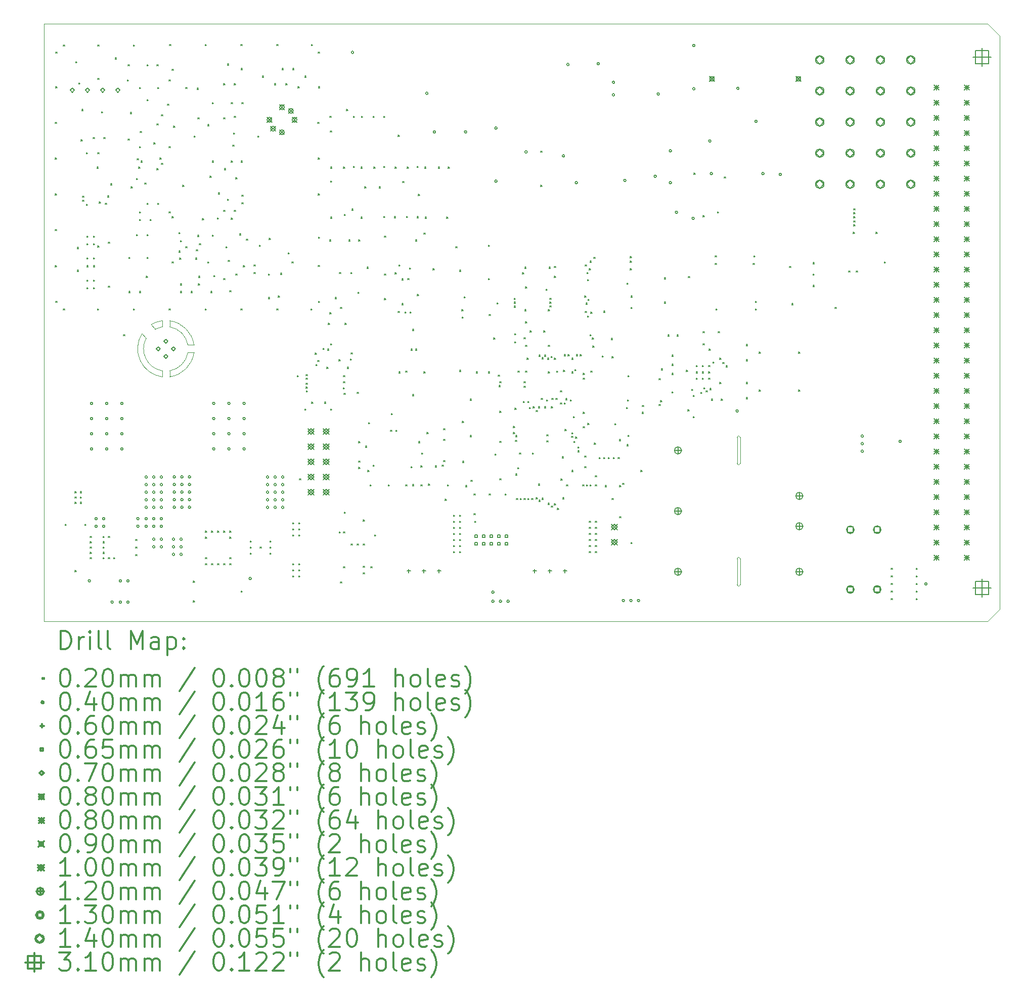
<source format=gbr>
%FSLAX45Y45*%
G04 Gerber Fmt 4.5, Leading zero omitted, Abs format (unit mm)*
G04 Created by KiCad (PCBNEW 5.1.5) date 2020-03-12 22:53:26*
%MOMM*%
%LPD*%
G04 APERTURE LIST*
%TA.AperFunction,Profile*%
%ADD10C,0.050000*%
%TD*%
%ADD11C,0.200000*%
%ADD12C,0.300000*%
G04 APERTURE END LIST*
D10*
X18656300Y-14389100D02*
G75*
G02X18605500Y-14389100I-25400J0D01*
G01*
X18656300Y-13957300D02*
X18656300Y-14389100D01*
X18605500Y-13957300D02*
X18605500Y-14389100D01*
X18605500Y-13957300D02*
G75*
G02X18656300Y-13957300I25400J0D01*
G01*
X18605500Y-11925300D02*
G75*
G02X18656300Y-11925300I25400J0D01*
G01*
X18656300Y-12357100D02*
G75*
G02X18605500Y-12357100I-25400J0D01*
G01*
X18656300Y-11925300D02*
X18656300Y-12357100D01*
X18605500Y-11925300D02*
X18605500Y-12357100D01*
X8712420Y-10260326D02*
X8642350Y-10185400D01*
X8859276Y-10112013D02*
X8794485Y-10033205D01*
X8978900Y-10071100D02*
X8978900Y-9969500D01*
X8859276Y-10112013D02*
G75*
G02X8978900Y-10071100I183124J-340087D01*
G01*
X8794485Y-10033205D02*
G75*
G02X8978900Y-9969500I247915J-418895D01*
G01*
X9105900Y-10071100D02*
X9105900Y-9969500D01*
X9410700Y-10375900D02*
X9512300Y-10375900D01*
X9410700Y-10502900D02*
X9512300Y-10502900D01*
X9105900Y-10909300D02*
X9105900Y-10807700D01*
X8978900Y-10909300D02*
X8978900Y-10807700D01*
X8978940Y-10909300D02*
G75*
G02X8642350Y-10185695I63460J469605D01*
G01*
X9105900Y-9969500D02*
G75*
G02X9512300Y-10375900I-63500J-469900D01*
G01*
X9512300Y-10502900D02*
G75*
G02X9105900Y-10909300I-469900J63500D01*
G01*
X8978900Y-10807700D02*
G75*
G02X8712420Y-10260326I63720J369574D01*
G01*
X9105900Y-10071100D02*
G75*
G02X9410700Y-10375900I-63500J-368300D01*
G01*
X9410700Y-10502900D02*
G75*
G02X9105900Y-10807700I-368300J63500D01*
G01*
X23000000Y-5200000D02*
X22800000Y-5000000D01*
X22800000Y-15000000D02*
X23000000Y-14800000D01*
X7000000Y-15000000D02*
X7000000Y-5000000D01*
X22800000Y-15000000D02*
X7000000Y-15000000D01*
X23000000Y-5200000D02*
X23000000Y-14800000D01*
X7000000Y-5000000D02*
X22800000Y-5000000D01*
D11*
X7190900Y-6644800D02*
X7210900Y-6664800D01*
X7210900Y-6644800D02*
X7190900Y-6664800D01*
X7190900Y-7241700D02*
X7210900Y-7261700D01*
X7210900Y-7241700D02*
X7190900Y-7261700D01*
X7190900Y-7844950D02*
X7210900Y-7864950D01*
X7210900Y-7844950D02*
X7190900Y-7864950D01*
X7190900Y-8441850D02*
X7210900Y-8461850D01*
X7210900Y-8441850D02*
X7190900Y-8461850D01*
X7190900Y-9045100D02*
X7210900Y-9065100D01*
X7210900Y-9045100D02*
X7190900Y-9065100D01*
X7197250Y-5470050D02*
X7217250Y-5490050D01*
X7217250Y-5470050D02*
X7197250Y-5490050D01*
X7197250Y-6047900D02*
X7217250Y-6067900D01*
X7217250Y-6047900D02*
X7197250Y-6067900D01*
X7197250Y-9642000D02*
X7217250Y-9662000D01*
X7217250Y-9642000D02*
X7197250Y-9662000D01*
X7324250Y-5349400D02*
X7344250Y-5369400D01*
X7344250Y-5349400D02*
X7324250Y-5369400D01*
X7324250Y-9769000D02*
X7344250Y-9789000D01*
X7344250Y-9769000D02*
X7324250Y-9789000D01*
X7356000Y-13375800D02*
X7376000Y-13395800D01*
X7376000Y-13375800D02*
X7356000Y-13395800D01*
X7521100Y-12829700D02*
X7541100Y-12849700D01*
X7541100Y-12829700D02*
X7521100Y-12849700D01*
X7521100Y-12918600D02*
X7541100Y-12938600D01*
X7541100Y-12918600D02*
X7521100Y-12938600D01*
X7521100Y-13007500D02*
X7541100Y-13027500D01*
X7541100Y-13007500D02*
X7521100Y-13027500D01*
X7521100Y-14150500D02*
X7541100Y-14170500D01*
X7541100Y-14150500D02*
X7521100Y-14170500D01*
X7533800Y-5628800D02*
X7553800Y-5648800D01*
X7553800Y-5628800D02*
X7533800Y-5648800D01*
X7558850Y-8739950D02*
X7578850Y-8759950D01*
X7578850Y-8739950D02*
X7558850Y-8759950D01*
X7559200Y-9121300D02*
X7579200Y-9141300D01*
X7579200Y-9121300D02*
X7559200Y-9141300D01*
X7584600Y-5984400D02*
X7604600Y-6004400D01*
X7604600Y-5984400D02*
X7584600Y-6004400D01*
X7610000Y-12829700D02*
X7630000Y-12849700D01*
X7630000Y-12829700D02*
X7610000Y-12849700D01*
X7610000Y-12918600D02*
X7630000Y-12938600D01*
X7630000Y-12918600D02*
X7610000Y-12938600D01*
X7610000Y-13007500D02*
X7630000Y-13027500D01*
X7630000Y-13007500D02*
X7610000Y-13027500D01*
X7622700Y-6936900D02*
X7642700Y-6956900D01*
X7642700Y-6936900D02*
X7622700Y-6956900D01*
X7635400Y-6428900D02*
X7655400Y-6448900D01*
X7655400Y-6428900D02*
X7635400Y-6448900D01*
X7648035Y-7947435D02*
X7668035Y-7967435D01*
X7668035Y-7947435D02*
X7648035Y-7967435D01*
X7648100Y-7883050D02*
X7668100Y-7903050D01*
X7668100Y-7883050D02*
X7648100Y-7903050D01*
X7686200Y-13375800D02*
X7706200Y-13395800D01*
X7706200Y-13375800D02*
X7686200Y-13395800D01*
X7711600Y-7152800D02*
X7731600Y-7172800D01*
X7731600Y-7152800D02*
X7711600Y-7172800D01*
X7711600Y-8016400D02*
X7731600Y-8036400D01*
X7731600Y-8016400D02*
X7711600Y-8036400D01*
X7775100Y-13579000D02*
X7795100Y-13599000D01*
X7795100Y-13579000D02*
X7775100Y-13599000D01*
X7775100Y-13667900D02*
X7795100Y-13687900D01*
X7795100Y-13667900D02*
X7775100Y-13687900D01*
X7775100Y-13756800D02*
X7795100Y-13776800D01*
X7795100Y-13756800D02*
X7775100Y-13776800D01*
X7775100Y-13845700D02*
X7795100Y-13865700D01*
X7795100Y-13845700D02*
X7775100Y-13865700D01*
X7775100Y-13934600D02*
X7795100Y-13954600D01*
X7795100Y-13934600D02*
X7775100Y-13954600D01*
X7825900Y-6898800D02*
X7845900Y-6918800D01*
X7845900Y-6898800D02*
X7825900Y-6918800D01*
X7889400Y-7394100D02*
X7909400Y-7414100D01*
X7909400Y-7394100D02*
X7889400Y-7414100D01*
X7895750Y-9769000D02*
X7915750Y-9789000D01*
X7915750Y-9769000D02*
X7895750Y-9789000D01*
X7902100Y-5349400D02*
X7922100Y-5369400D01*
X7922100Y-5349400D02*
X7902100Y-5369400D01*
X7902100Y-5908200D02*
X7922100Y-5928200D01*
X7922100Y-5908200D02*
X7902100Y-5928200D01*
X7902100Y-7152800D02*
X7922100Y-7172800D01*
X7922100Y-7152800D02*
X7902100Y-7172800D01*
X7902100Y-8714900D02*
X7922100Y-8734900D01*
X7922100Y-8714900D02*
X7902100Y-8734900D01*
X7927500Y-7978300D02*
X7947500Y-7998300D01*
X7947500Y-7978300D02*
X7927500Y-7998300D01*
X7965600Y-6467000D02*
X7985600Y-6487000D01*
X7985600Y-6467000D02*
X7965600Y-6487000D01*
X7991000Y-13579000D02*
X8011000Y-13599000D01*
X8011000Y-13579000D02*
X7991000Y-13599000D01*
X7991000Y-13667900D02*
X8011000Y-13687900D01*
X8011000Y-13667900D02*
X7991000Y-13687900D01*
X7991000Y-13756800D02*
X8011000Y-13776800D01*
X8011000Y-13756800D02*
X7991000Y-13776800D01*
X7991000Y-13845700D02*
X8011000Y-13865700D01*
X8011000Y-13845700D02*
X7991000Y-13865700D01*
X7991000Y-13934600D02*
X8011000Y-13954600D01*
X8011000Y-13934600D02*
X7991000Y-13954600D01*
X8003700Y-6898800D02*
X8023700Y-6918800D01*
X8023700Y-6898800D02*
X8003700Y-6918800D01*
X8029100Y-7997749D02*
X8049100Y-8017749D01*
X8049100Y-7997749D02*
X8029100Y-8017749D01*
X8067200Y-7876700D02*
X8087200Y-7896700D01*
X8087200Y-7876700D02*
X8067200Y-7896700D01*
X8079900Y-8651400D02*
X8099900Y-8671400D01*
X8099900Y-8651400D02*
X8079900Y-8671400D01*
X8079900Y-9388000D02*
X8099900Y-9408000D01*
X8099900Y-9388000D02*
X8079900Y-9408000D01*
X8079900Y-13579000D02*
X8099900Y-13599000D01*
X8099900Y-13579000D02*
X8079900Y-13599000D01*
X8079900Y-13934600D02*
X8099900Y-13954600D01*
X8099900Y-13934600D02*
X8079900Y-13954600D01*
X8118000Y-7673500D02*
X8138000Y-7693500D01*
X8138000Y-7673500D02*
X8118000Y-7693500D01*
X8168800Y-13934600D02*
X8188800Y-13954600D01*
X8188800Y-13934600D02*
X8168800Y-13954600D01*
X8194200Y-5565300D02*
X8214200Y-5585300D01*
X8214200Y-5565300D02*
X8194200Y-5585300D01*
X8333900Y-10200800D02*
X8353900Y-10220800D01*
X8353900Y-10200800D02*
X8333900Y-10220800D01*
X8397400Y-5933600D02*
X8417400Y-5953600D01*
X8417400Y-5933600D02*
X8397400Y-5953600D01*
X8410100Y-5679600D02*
X8430100Y-5699600D01*
X8430100Y-5679600D02*
X8410100Y-5699600D01*
X8410100Y-6924200D02*
X8430100Y-6944200D01*
X8430100Y-6924200D02*
X8410100Y-6944200D01*
X8422800Y-8905400D02*
X8442800Y-8925400D01*
X8442800Y-8905400D02*
X8422800Y-8925400D01*
X8422800Y-9476900D02*
X8442800Y-9496900D01*
X8442800Y-9476900D02*
X8422800Y-9496900D01*
X8448200Y-6479700D02*
X8468200Y-6499700D01*
X8468200Y-6479700D02*
X8448200Y-6499700D01*
X8460900Y-7724300D02*
X8480900Y-7744300D01*
X8480900Y-7724300D02*
X8460900Y-7744300D01*
X8499000Y-5349400D02*
X8519000Y-5369400D01*
X8519000Y-5349400D02*
X8499000Y-5369400D01*
X8499000Y-9769000D02*
X8519000Y-9789000D01*
X8519000Y-9769000D02*
X8499000Y-9789000D01*
X8537100Y-13629800D02*
X8557100Y-13649800D01*
X8557100Y-13629800D02*
X8537100Y-13649800D01*
X8537100Y-13756800D02*
X8557100Y-13776800D01*
X8557100Y-13756800D02*
X8537100Y-13776800D01*
X8537100Y-13883800D02*
X8557100Y-13903800D01*
X8557100Y-13883800D02*
X8537100Y-13903800D01*
X8549800Y-8524400D02*
X8569800Y-8544400D01*
X8569800Y-8524400D02*
X8549800Y-8544400D01*
X8549802Y-7584600D02*
X8569802Y-7604600D01*
X8569802Y-7584600D02*
X8549802Y-7604600D01*
X8562500Y-7254400D02*
X8582500Y-7274400D01*
X8582500Y-7254400D02*
X8562500Y-7274400D01*
X8587900Y-7394100D02*
X8607900Y-7414100D01*
X8607900Y-7394100D02*
X8587900Y-7414100D01*
X8600600Y-6060600D02*
X8620600Y-6080600D01*
X8620600Y-6060600D02*
X8600600Y-6080600D01*
X8600600Y-7051200D02*
X8620600Y-7071200D01*
X8620600Y-7051200D02*
X8600600Y-7071200D01*
X8600600Y-8143400D02*
X8620600Y-8163400D01*
X8620600Y-8143400D02*
X8600600Y-8163400D01*
X8600600Y-8270400D02*
X8620600Y-8290400D01*
X8620600Y-8270400D02*
X8600600Y-8290400D01*
X8600600Y-9476900D02*
X8620600Y-9496900D01*
X8620600Y-9476900D02*
X8600600Y-9496900D01*
X8613300Y-6797200D02*
X8633300Y-6817200D01*
X8633300Y-6797200D02*
X8613300Y-6817200D01*
X8626000Y-7292500D02*
X8646000Y-7312500D01*
X8646000Y-7292500D02*
X8626000Y-7312500D01*
X8689500Y-7660800D02*
X8709500Y-7680800D01*
X8709500Y-7660800D02*
X8689500Y-7680800D01*
X8714900Y-9222900D02*
X8734900Y-9242900D01*
X8734900Y-9222900D02*
X8714900Y-9242900D01*
X8727600Y-5679600D02*
X8747600Y-5699600D01*
X8747600Y-5679600D02*
X8727600Y-5699600D01*
X8727600Y-6263800D02*
X8747600Y-6283800D01*
X8747600Y-6263800D02*
X8727600Y-6283800D01*
X8727600Y-7997749D02*
X8747600Y-8017749D01*
X8747600Y-7997749D02*
X8727600Y-8017749D01*
X8727600Y-8524400D02*
X8747600Y-8544400D01*
X8747600Y-8524400D02*
X8727600Y-8544400D01*
X8727600Y-8905400D02*
X8747600Y-8925400D01*
X8747600Y-8905400D02*
X8727600Y-8925400D01*
X8778400Y-8270400D02*
X8798400Y-8290400D01*
X8798400Y-8270400D02*
X8778400Y-8290400D01*
X8841900Y-6987700D02*
X8861900Y-7007700D01*
X8861900Y-6987700D02*
X8841900Y-7007700D01*
X8892700Y-5679600D02*
X8912700Y-5699600D01*
X8912700Y-5679600D02*
X8892700Y-5699600D01*
X8892700Y-6670200D02*
X8912700Y-6690200D01*
X8912700Y-6670200D02*
X8892700Y-6690200D01*
X8892700Y-7419499D02*
X8912700Y-7439499D01*
X8912700Y-7419499D02*
X8892700Y-7439499D01*
X8905400Y-6060600D02*
X8925400Y-6080600D01*
X8925400Y-6060600D02*
X8905400Y-6080600D01*
X8905400Y-7997749D02*
X8925400Y-8017749D01*
X8925400Y-7997749D02*
X8905400Y-8017749D01*
X8943500Y-7241700D02*
X8963500Y-7261700D01*
X8963500Y-7241700D02*
X8943500Y-7261700D01*
X8968900Y-6517797D02*
X8988900Y-6537797D01*
X8988900Y-6517797D02*
X8968900Y-6537797D01*
X8968900Y-7330600D02*
X8988900Y-7350600D01*
X8988900Y-7330600D02*
X8968900Y-7350600D01*
X9070500Y-6340000D02*
X9090500Y-6360000D01*
X9090500Y-6340000D02*
X9070500Y-6360000D01*
X9095900Y-5933600D02*
X9115900Y-5953600D01*
X9115900Y-5933600D02*
X9095900Y-5953600D01*
X9095900Y-7051200D02*
X9115900Y-7071200D01*
X9115900Y-7051200D02*
X9095900Y-7071200D01*
X9095900Y-8143400D02*
X9115900Y-8163400D01*
X9115900Y-8143400D02*
X9095900Y-8163400D01*
X9095900Y-9769000D02*
X9115900Y-9789000D01*
X9115900Y-9769000D02*
X9095900Y-9789000D01*
X9102250Y-5344001D02*
X9122250Y-5364001D01*
X9122250Y-5344001D02*
X9102250Y-5364001D01*
X9146700Y-5755800D02*
X9166700Y-5775800D01*
X9166700Y-5755800D02*
X9146700Y-5775800D01*
X9146700Y-8225950D02*
X9166700Y-8245950D01*
X9166700Y-8225950D02*
X9146700Y-8245950D01*
X9146700Y-8981600D02*
X9166700Y-9001600D01*
X9166700Y-8981600D02*
X9146700Y-9001600D01*
X9172100Y-6708300D02*
X9192100Y-6728300D01*
X9192100Y-6708300D02*
X9172100Y-6728300D01*
X9258493Y-8801129D02*
X9278493Y-8821129D01*
X9278493Y-8801129D02*
X9258493Y-8821129D01*
X9260999Y-8492650D02*
X9280999Y-8512650D01*
X9280999Y-8492650D02*
X9260999Y-8512650D01*
X9273700Y-8918100D02*
X9293700Y-8938100D01*
X9293700Y-8918100D02*
X9273700Y-8938100D01*
X9286400Y-8626000D02*
X9306400Y-8646000D01*
X9306400Y-8626000D02*
X9286400Y-8646000D01*
X9286400Y-9349900D02*
X9306400Y-9369900D01*
X9306400Y-9349900D02*
X9286400Y-9369900D01*
X9286400Y-9476900D02*
X9306400Y-9496900D01*
X9306400Y-9476900D02*
X9286400Y-9496900D01*
X9324500Y-7698900D02*
X9344500Y-7718900D01*
X9344500Y-7698900D02*
X9324500Y-7718900D01*
X9375300Y-6060600D02*
X9395300Y-6080600D01*
X9395300Y-6060600D02*
X9375300Y-6080600D01*
X9375300Y-8727600D02*
X9395300Y-8747600D01*
X9395300Y-8727600D02*
X9375300Y-8747600D01*
X9464200Y-9476900D02*
X9484200Y-9496900D01*
X9484200Y-9476900D02*
X9464200Y-9496900D01*
X9502300Y-14328300D02*
X9522300Y-14348300D01*
X9522300Y-14328300D02*
X9502300Y-14348300D01*
X9502300Y-14658500D02*
X9522300Y-14678500D01*
X9522300Y-14658500D02*
X9502300Y-14678500D01*
X9515000Y-6873000D02*
X9535000Y-6893000D01*
X9535000Y-6873000D02*
X9515000Y-6893000D01*
X9540400Y-8918100D02*
X9560400Y-8938100D01*
X9560400Y-8918100D02*
X9540400Y-8938100D01*
X9553100Y-8778400D02*
X9573100Y-8798400D01*
X9573100Y-8778400D02*
X9553100Y-8798400D01*
X9565800Y-6073300D02*
X9585800Y-6093300D01*
X9585800Y-6073300D02*
X9565800Y-6093300D01*
X9572150Y-8537100D02*
X9592150Y-8557100D01*
X9592150Y-8537100D02*
X9572150Y-8557100D01*
X9578500Y-6568600D02*
X9598500Y-6588600D01*
X9598500Y-6568600D02*
X9578500Y-6588600D01*
X9584850Y-9349900D02*
X9604850Y-9369900D01*
X9604850Y-9349900D02*
X9584850Y-9369900D01*
X9591200Y-9222900D02*
X9611200Y-9242900D01*
X9611200Y-9222900D02*
X9591200Y-9242900D01*
X9603900Y-8676800D02*
X9623900Y-8696800D01*
X9623900Y-8676800D02*
X9603900Y-8696800D01*
X9654700Y-8257700D02*
X9674700Y-8277700D01*
X9674700Y-8257700D02*
X9654700Y-8277700D01*
X9699150Y-5343999D02*
X9719150Y-5363999D01*
X9719150Y-5343999D02*
X9699150Y-5363999D01*
X9699150Y-9769000D02*
X9719150Y-9789000D01*
X9719150Y-9769000D02*
X9699150Y-9789000D01*
X9705500Y-13490100D02*
X9725500Y-13510100D01*
X9725500Y-13490100D02*
X9705500Y-13510100D01*
X9705500Y-13591700D02*
X9725500Y-13611700D01*
X9725500Y-13591700D02*
X9705500Y-13611700D01*
X9705500Y-13934600D02*
X9725500Y-13954600D01*
X9725500Y-13934600D02*
X9705500Y-13954600D01*
X9705500Y-14036200D02*
X9725500Y-14056200D01*
X9725500Y-14036200D02*
X9705500Y-14056200D01*
X9743600Y-6682900D02*
X9763600Y-6702900D01*
X9763600Y-6682900D02*
X9743600Y-6702900D01*
X9743600Y-8981600D02*
X9763600Y-9001600D01*
X9763600Y-8981600D02*
X9743600Y-9001600D01*
X9781700Y-7546500D02*
X9801700Y-7566500D01*
X9801700Y-7546500D02*
X9781700Y-7566500D01*
X9794400Y-9476900D02*
X9814400Y-9496900D01*
X9814400Y-9476900D02*
X9794400Y-9496900D01*
X9807100Y-13490100D02*
X9827100Y-13510100D01*
X9827100Y-13490100D02*
X9807100Y-13510100D01*
X9807100Y-14036200D02*
X9827100Y-14056200D01*
X9827100Y-14036200D02*
X9807100Y-14056200D01*
X9817700Y-6314600D02*
X9837700Y-6334600D01*
X9837700Y-6314600D02*
X9817700Y-6334600D01*
X9819800Y-7292500D02*
X9839800Y-7312500D01*
X9839800Y-7292500D02*
X9819800Y-7312500D01*
X9820920Y-8533800D02*
X9840920Y-8553800D01*
X9840920Y-8533800D02*
X9820920Y-8553800D01*
X9845200Y-9210200D02*
X9865200Y-9230200D01*
X9865200Y-9210200D02*
X9845200Y-9230200D01*
X9902350Y-8245000D02*
X9922350Y-8265000D01*
X9922350Y-8245000D02*
X9902350Y-8265000D01*
X9908700Y-13490100D02*
X9928700Y-13510100D01*
X9928700Y-13490100D02*
X9908700Y-13510100D01*
X9908700Y-14036200D02*
X9928700Y-14056200D01*
X9928700Y-14036200D02*
X9908700Y-14056200D01*
X9921400Y-7825900D02*
X9941400Y-7845900D01*
X9941400Y-7825900D02*
X9921400Y-7845900D01*
X10010300Y-5997100D02*
X10030300Y-6017100D01*
X10030300Y-5997100D02*
X10010300Y-6017100D01*
X10010300Y-6568600D02*
X10030300Y-6588600D01*
X10030300Y-6568600D02*
X10010300Y-6588600D01*
X10010300Y-8118000D02*
X10030300Y-8138000D01*
X10030300Y-8118000D02*
X10010300Y-8138000D01*
X10010300Y-9261000D02*
X10030300Y-9281000D01*
X10030300Y-9261000D02*
X10010300Y-9281000D01*
X10010300Y-13490100D02*
X10030300Y-13510100D01*
X10030300Y-13490100D02*
X10010300Y-13510100D01*
X10010300Y-14036200D02*
X10030300Y-14056200D01*
X10030300Y-14036200D02*
X10010300Y-14056200D01*
X10023000Y-7419500D02*
X10043000Y-7439500D01*
X10043000Y-7419500D02*
X10023000Y-7439500D01*
X10048401Y-8727600D02*
X10068401Y-8747600D01*
X10068401Y-8727600D02*
X10048401Y-8747600D01*
X10073800Y-5666900D02*
X10093800Y-5686900D01*
X10093800Y-5666900D02*
X10073800Y-5686900D01*
X10073800Y-7933850D02*
X10093800Y-7953850D01*
X10093800Y-7933850D02*
X10073800Y-7953850D01*
X10086501Y-8956200D02*
X10106501Y-8976200D01*
X10106501Y-8956200D02*
X10086501Y-8976200D01*
X10111900Y-9464200D02*
X10131900Y-9484200D01*
X10131900Y-9464200D02*
X10111900Y-9484200D01*
X10111900Y-13490100D02*
X10131900Y-13510100D01*
X10131900Y-13490100D02*
X10111900Y-13510100D01*
X10111900Y-13591700D02*
X10131900Y-13611700D01*
X10131900Y-13591700D02*
X10111900Y-13611700D01*
X10111900Y-13934600D02*
X10131900Y-13954600D01*
X10131900Y-13934600D02*
X10111900Y-13954600D01*
X10111900Y-14036200D02*
X10131900Y-14056200D01*
X10131900Y-14036200D02*
X10111900Y-14056200D01*
X10137300Y-6314600D02*
X10157300Y-6334600D01*
X10157300Y-6314600D02*
X10137300Y-6334600D01*
X10137300Y-7292500D02*
X10157300Y-7312500D01*
X10157300Y-7292500D02*
X10137300Y-7312500D01*
X10137300Y-8251350D02*
X10157300Y-8271350D01*
X10157300Y-8251350D02*
X10137300Y-8271350D01*
X10162700Y-7025800D02*
X10182700Y-7045800D01*
X10182700Y-7025800D02*
X10162700Y-7045800D01*
X10175401Y-6822600D02*
X10195401Y-6842600D01*
X10195401Y-6822600D02*
X10175401Y-6842600D01*
X10188100Y-5997100D02*
X10208100Y-6017100D01*
X10208100Y-5997100D02*
X10188100Y-6017100D01*
X10188100Y-6543200D02*
X10208100Y-6563200D01*
X10208100Y-6543200D02*
X10188100Y-6563200D01*
X10188100Y-8118000D02*
X10208100Y-8138000D01*
X10208100Y-8118000D02*
X10188100Y-8138000D01*
X10213500Y-7571900D02*
X10233500Y-7591900D01*
X10233500Y-7571900D02*
X10213500Y-7591900D01*
X10213500Y-9184800D02*
X10233500Y-9204800D01*
X10233500Y-9184800D02*
X10213500Y-9204800D01*
X10277000Y-8511700D02*
X10297000Y-8531700D01*
X10297000Y-8511700D02*
X10277000Y-8531700D01*
X10296050Y-5344000D02*
X10316050Y-5364000D01*
X10316050Y-5344000D02*
X10296050Y-5364000D01*
X10296050Y-9769000D02*
X10316050Y-9789000D01*
X10316050Y-9769000D02*
X10296050Y-9789000D01*
X10302400Y-5743100D02*
X10322400Y-5763100D01*
X10322400Y-5743100D02*
X10302400Y-5763100D01*
X10302400Y-7292500D02*
X10322400Y-7312500D01*
X10322400Y-7292500D02*
X10302400Y-7312500D01*
X10302400Y-14493400D02*
X10322400Y-14513400D01*
X10322400Y-14493400D02*
X10302400Y-14513400D01*
X10315100Y-6314600D02*
X10335100Y-6334600D01*
X10335100Y-6314600D02*
X10315100Y-6334600D01*
X10315100Y-7864000D02*
X10335100Y-7884000D01*
X10335100Y-7864000D02*
X10315100Y-7884000D01*
X10315100Y-7991000D02*
X10335100Y-8011000D01*
X10335100Y-7991000D02*
X10315100Y-8011000D01*
X10340500Y-9045100D02*
X10360500Y-9065100D01*
X10360500Y-9045100D02*
X10340500Y-9065100D01*
X10391300Y-8600999D02*
X10411300Y-8620999D01*
X10411300Y-8600999D02*
X10391300Y-8620999D01*
X10454800Y-13655200D02*
X10474800Y-13675200D01*
X10474800Y-13655200D02*
X10454800Y-13675200D01*
X10454800Y-13756800D02*
X10474800Y-13776800D01*
X10474800Y-13756800D02*
X10454800Y-13776800D01*
X10454800Y-13858400D02*
X10474800Y-13878400D01*
X10474800Y-13858400D02*
X10454800Y-13878400D01*
X10518300Y-9032400D02*
X10538300Y-9052400D01*
X10538300Y-9032400D02*
X10518300Y-9052400D01*
X10518300Y-9159400D02*
X10538300Y-9179400D01*
X10538300Y-9159400D02*
X10518300Y-9179400D01*
X10581800Y-6873400D02*
X10601800Y-6893400D01*
X10601800Y-6873400D02*
X10581800Y-6893400D01*
X10607200Y-8702200D02*
X10627200Y-8722200D01*
X10627200Y-8702200D02*
X10607200Y-8722200D01*
X10619900Y-13756800D02*
X10639900Y-13776800D01*
X10639900Y-13756800D02*
X10619900Y-13776800D01*
X10658000Y-5870100D02*
X10678000Y-5890100D01*
X10678000Y-5870100D02*
X10658000Y-5890100D01*
X10759600Y-9184800D02*
X10779600Y-9204800D01*
X10779600Y-9184800D02*
X10759600Y-9204800D01*
X10759600Y-9578500D02*
X10779600Y-9598500D01*
X10779600Y-9578500D02*
X10759600Y-9598500D01*
X10772300Y-8587898D02*
X10792300Y-8607898D01*
X10792300Y-8587898D02*
X10772300Y-8607898D01*
X10785000Y-13655200D02*
X10805000Y-13675200D01*
X10805000Y-13655200D02*
X10785000Y-13675200D01*
X10785000Y-13756800D02*
X10805000Y-13776800D01*
X10805000Y-13756800D02*
X10785000Y-13776800D01*
X10785000Y-13858400D02*
X10805000Y-13878400D01*
X10805000Y-13858400D02*
X10785000Y-13878400D01*
X10861200Y-5997100D02*
X10881200Y-6017100D01*
X10881200Y-5997100D02*
X10861200Y-6017100D01*
X10899300Y-5344000D02*
X10919300Y-5364000D01*
X10919300Y-5344000D02*
X10899300Y-5364000D01*
X10899300Y-9769000D02*
X10919300Y-9789000D01*
X10919300Y-9769000D02*
X10899300Y-9789000D01*
X10924700Y-9553100D02*
X10944700Y-9573100D01*
X10944700Y-9553100D02*
X10924700Y-9573100D01*
X10962800Y-9172100D02*
X10982800Y-9192100D01*
X10982800Y-9172100D02*
X10962800Y-9192100D01*
X10988200Y-5743100D02*
X11008200Y-5763100D01*
X11008200Y-5743100D02*
X10988200Y-5763100D01*
X11051700Y-5997100D02*
X11071700Y-6017100D01*
X11071700Y-5997100D02*
X11051700Y-6017100D01*
X11089800Y-8829200D02*
X11109800Y-8849200D01*
X11109800Y-8829200D02*
X11089800Y-8849200D01*
X11153300Y-8981600D02*
X11173300Y-9001600D01*
X11173300Y-8981600D02*
X11153300Y-9001600D01*
X11166000Y-5743100D02*
X11186000Y-5763100D01*
X11186000Y-5743100D02*
X11166000Y-5763100D01*
X11166000Y-13350400D02*
X11186000Y-13370400D01*
X11186000Y-13350400D02*
X11166000Y-13370400D01*
X11166000Y-13452000D02*
X11186000Y-13472000D01*
X11186000Y-13452000D02*
X11166000Y-13472000D01*
X11166000Y-13553600D02*
X11186000Y-13573600D01*
X11186000Y-13553600D02*
X11166000Y-13573600D01*
X11166000Y-14036200D02*
X11186000Y-14056200D01*
X11186000Y-14036200D02*
X11166000Y-14056200D01*
X11166000Y-14137800D02*
X11186000Y-14157800D01*
X11186000Y-14137800D02*
X11166000Y-14157800D01*
X11166000Y-14239400D02*
X11186000Y-14259400D01*
X11186000Y-14239400D02*
X11166000Y-14259400D01*
X11242200Y-10886600D02*
X11262200Y-10906600D01*
X11262200Y-10886600D02*
X11242200Y-10906600D01*
X11254900Y-6047900D02*
X11274900Y-6067900D01*
X11274900Y-6047900D02*
X11254900Y-6067900D01*
X11267600Y-13350400D02*
X11287600Y-13370400D01*
X11287600Y-13350400D02*
X11267600Y-13370400D01*
X11267600Y-13452000D02*
X11287600Y-13472000D01*
X11287600Y-13452000D02*
X11267600Y-13472000D01*
X11267600Y-13553600D02*
X11287600Y-13573600D01*
X11287600Y-13553600D02*
X11267600Y-13573600D01*
X11267600Y-14036200D02*
X11287600Y-14056200D01*
X11287600Y-14036200D02*
X11267600Y-14056200D01*
X11267600Y-14137800D02*
X11287600Y-14157800D01*
X11287600Y-14137800D02*
X11267600Y-14157800D01*
X11267600Y-14239400D02*
X11287600Y-14259400D01*
X11287600Y-14239400D02*
X11267600Y-14259400D01*
X11280300Y-12613800D02*
X11300300Y-12633800D01*
X11300300Y-12613800D02*
X11280300Y-12633800D01*
X11369200Y-5870100D02*
X11389200Y-5890100D01*
X11389200Y-5870100D02*
X11369200Y-5890100D01*
X11369200Y-11445400D02*
X11389200Y-11465400D01*
X11389200Y-11445400D02*
X11369200Y-11465400D01*
X11388249Y-10868350D02*
X11408249Y-10888350D01*
X11408249Y-10868350D02*
X11388249Y-10888350D01*
X11388250Y-10931050D02*
X11408250Y-10951050D01*
X11408250Y-10931050D02*
X11388250Y-10951050D01*
X11388250Y-11014400D02*
X11408250Y-11034400D01*
X11408250Y-11014400D02*
X11388250Y-11034400D01*
X11388250Y-11077100D02*
X11408250Y-11097100D01*
X11408250Y-11077100D02*
X11388250Y-11097100D01*
X11394600Y-11140600D02*
X11414600Y-11160600D01*
X11414600Y-11140600D02*
X11394600Y-11160600D01*
X11470800Y-9769000D02*
X11490800Y-9789000D01*
X11490800Y-9769000D02*
X11470800Y-9789000D01*
X11477150Y-5343050D02*
X11497150Y-5363050D01*
X11497150Y-5343050D02*
X11477150Y-5363050D01*
X11483500Y-11331100D02*
X11503500Y-11351100D01*
X11503500Y-11331100D02*
X11483500Y-11351100D01*
X11540504Y-10511885D02*
X11560504Y-10531885D01*
X11560504Y-10511885D02*
X11540504Y-10531885D01*
X11553350Y-10702450D02*
X11573350Y-10722450D01*
X11573350Y-10702450D02*
X11553350Y-10722450D01*
X11585100Y-6644800D02*
X11605100Y-6664800D01*
X11605100Y-6644800D02*
X11585100Y-6664800D01*
X11585100Y-10632600D02*
X11605100Y-10652600D01*
X11605100Y-10632600D02*
X11585100Y-10652600D01*
X11591450Y-5470050D02*
X11611450Y-5490050D01*
X11611450Y-5470050D02*
X11591450Y-5490050D01*
X11591450Y-7244000D02*
X11611450Y-7264000D01*
X11611450Y-7244000D02*
X11591450Y-7264000D01*
X11591450Y-7843999D02*
X11611450Y-7863999D01*
X11611450Y-7843999D02*
X11591450Y-7863999D01*
X11591450Y-9044000D02*
X11611450Y-9064000D01*
X11611450Y-9044000D02*
X11591450Y-9064000D01*
X11597800Y-6047900D02*
X11617800Y-6067900D01*
X11617800Y-6047900D02*
X11597800Y-6067900D01*
X11597800Y-8568850D02*
X11617800Y-8588850D01*
X11617800Y-8568850D02*
X11597800Y-8588850D01*
X11597800Y-9642000D02*
X11617800Y-9662000D01*
X11617800Y-9642000D02*
X11597800Y-9662000D01*
X11674000Y-10429400D02*
X11694000Y-10449400D01*
X11694000Y-10429400D02*
X11674000Y-10449400D01*
X11699400Y-11331100D02*
X11719400Y-11351100D01*
X11719400Y-11331100D02*
X11699400Y-11351100D01*
X11737500Y-10746900D02*
X11757500Y-10766900D01*
X11757500Y-10746900D02*
X11737500Y-10766900D01*
X11750200Y-10442099D02*
X11770200Y-10462099D01*
X11770200Y-10442099D02*
X11750200Y-10462099D01*
X11762900Y-10010300D02*
X11782900Y-10030300D01*
X11782900Y-10010300D02*
X11762900Y-10030300D01*
X11781952Y-8613300D02*
X11801952Y-8633300D01*
X11801952Y-8613300D02*
X11781952Y-8633300D01*
X11788300Y-6543200D02*
X11808300Y-6563200D01*
X11808300Y-6543200D02*
X11788300Y-6563200D01*
X11788300Y-9832500D02*
X11808300Y-9852500D01*
X11808300Y-9832500D02*
X11788300Y-9852500D01*
X11794650Y-6790850D02*
X11814650Y-6810850D01*
X11814650Y-6790850D02*
X11794650Y-6810850D01*
X11801000Y-7394100D02*
X11821000Y-7414100D01*
X11821000Y-7394100D02*
X11801000Y-7414100D01*
X11801000Y-7629050D02*
X11821000Y-7649050D01*
X11821000Y-7629050D02*
X11801000Y-7649050D01*
X11801000Y-8232300D02*
X11821000Y-8252300D01*
X11821000Y-8232300D02*
X11801000Y-8252300D01*
X11801000Y-10353200D02*
X11821000Y-10373200D01*
X11821000Y-10353200D02*
X11801000Y-10373200D01*
X11801000Y-11445400D02*
X11821000Y-11465400D01*
X11821000Y-11445400D02*
X11801000Y-11465400D01*
X11877200Y-9578500D02*
X11897200Y-9598500D01*
X11897200Y-9578500D02*
X11877200Y-9598500D01*
X11940700Y-10619900D02*
X11960700Y-10639900D01*
X11960700Y-10619900D02*
X11940700Y-10639900D01*
X11941499Y-13502800D02*
X11961499Y-13522800D01*
X11961499Y-13502800D02*
X11941499Y-13522800D01*
X11947050Y-9159400D02*
X11967050Y-9179400D01*
X11967050Y-9159400D02*
X11947050Y-9179400D01*
X11966100Y-9743600D02*
X11986100Y-9763600D01*
X11986100Y-9743600D02*
X11966100Y-9763600D01*
X11966100Y-14341000D02*
X11986100Y-14361000D01*
X11986100Y-14341000D02*
X11966100Y-14361000D01*
X12010550Y-11089800D02*
X12030550Y-11109800D01*
X12030550Y-11089800D02*
X12010550Y-11109800D01*
X12016900Y-7394100D02*
X12036900Y-7414100D01*
X12036900Y-7394100D02*
X12016900Y-7414100D01*
X12016900Y-10886600D02*
X12036900Y-10906600D01*
X12036900Y-10886600D02*
X12016900Y-10906600D01*
X12016900Y-10988200D02*
X12036900Y-11008200D01*
X12036900Y-10988200D02*
X12016900Y-11008200D01*
X12016900Y-13502800D02*
X12036900Y-13522800D01*
X12036900Y-13502800D02*
X12016900Y-13522800D01*
X12016900Y-14087000D02*
X12036900Y-14107000D01*
X12036900Y-14087000D02*
X12016900Y-14107000D01*
X12023250Y-11185050D02*
X12043250Y-11205050D01*
X12043250Y-11185050D02*
X12023250Y-11205050D01*
X12029600Y-8187850D02*
X12049600Y-8207850D01*
X12049600Y-8187850D02*
X12029600Y-8207850D01*
X12029601Y-13172600D02*
X12049601Y-13192600D01*
X12049601Y-13172600D02*
X12029601Y-13192600D01*
X12042300Y-10010300D02*
X12062300Y-10030300D01*
X12062300Y-10010300D02*
X12042300Y-10030300D01*
X12067700Y-6428900D02*
X12087700Y-6448900D01*
X12087700Y-6428900D02*
X12067700Y-6448900D01*
X12080400Y-10746900D02*
X12100400Y-10766900D01*
X12100400Y-10746900D02*
X12080400Y-10766900D01*
X12105800Y-8613300D02*
X12125800Y-8633300D01*
X12125800Y-8613300D02*
X12105800Y-8633300D01*
X12131200Y-10607200D02*
X12151200Y-10627200D01*
X12151200Y-10607200D02*
X12131200Y-10627200D01*
X12137949Y-9159400D02*
X12157949Y-9179400D01*
X12157949Y-9159400D02*
X12137949Y-9179400D01*
X12143900Y-10505600D02*
X12163900Y-10525600D01*
X12163900Y-10505600D02*
X12143900Y-10525600D01*
X12143900Y-13706000D02*
X12163900Y-13726000D01*
X12163900Y-13706000D02*
X12143900Y-13726000D01*
X12156600Y-8098950D02*
X12176600Y-8118950D01*
X12176600Y-8098950D02*
X12156600Y-8118950D01*
X12182000Y-6543200D02*
X12202000Y-6563200D01*
X12202000Y-6543200D02*
X12182000Y-6563200D01*
X12182000Y-7381400D02*
X12202000Y-7401400D01*
X12202000Y-7381400D02*
X12182000Y-7401400D01*
X12245500Y-11166000D02*
X12265500Y-11186000D01*
X12265500Y-11166000D02*
X12245500Y-11186000D01*
X12245500Y-13706000D02*
X12265500Y-13726000D01*
X12265500Y-13706000D02*
X12245500Y-13726000D01*
X12258200Y-9489600D02*
X12278200Y-9509600D01*
X12278200Y-9489600D02*
X12258200Y-9509600D01*
X12270900Y-8613300D02*
X12290900Y-8633300D01*
X12290900Y-8613300D02*
X12270900Y-8633300D01*
X12270900Y-11991500D02*
X12290900Y-12011500D01*
X12290900Y-11991500D02*
X12270900Y-12011500D01*
X12270900Y-12315749D02*
X12290900Y-12335749D01*
X12290900Y-12315749D02*
X12270900Y-12335749D01*
X12270900Y-12423300D02*
X12290900Y-12443300D01*
X12290900Y-12423300D02*
X12270900Y-12443300D01*
X12309000Y-7394100D02*
X12329000Y-7414100D01*
X12329000Y-7394100D02*
X12309000Y-7414100D01*
X12309000Y-8232300D02*
X12329000Y-8252300D01*
X12329000Y-8232300D02*
X12309000Y-8252300D01*
X12315350Y-6543200D02*
X12335350Y-6563200D01*
X12335350Y-6543200D02*
X12315350Y-6563200D01*
X12347100Y-13305950D02*
X12367100Y-13325950D01*
X12367100Y-13305950D02*
X12347100Y-13325950D01*
X12347100Y-13706000D02*
X12367100Y-13726000D01*
X12367100Y-13706000D02*
X12347100Y-13726000D01*
X12347100Y-14080650D02*
X12367100Y-14100650D01*
X12367100Y-14080650D02*
X12347100Y-14100650D01*
X12347100Y-14188600D02*
X12367100Y-14208600D01*
X12367100Y-14188600D02*
X12347100Y-14208600D01*
X12372500Y-7724300D02*
X12392500Y-7744300D01*
X12392500Y-7724300D02*
X12372500Y-7744300D01*
X12385200Y-12067700D02*
X12405200Y-12087700D01*
X12405200Y-12067700D02*
X12385200Y-12087700D01*
X12410600Y-9070500D02*
X12430600Y-9090500D01*
X12430600Y-9070500D02*
X12410600Y-9090500D01*
X12423300Y-12474100D02*
X12443300Y-12494100D01*
X12443300Y-12474100D02*
X12423300Y-12494100D01*
X12436000Y-11674000D02*
X12456000Y-11694000D01*
X12456000Y-11674000D02*
X12436000Y-11694000D01*
X12461400Y-12715400D02*
X12481400Y-12735400D01*
X12481400Y-12715400D02*
X12461400Y-12735400D01*
X12474100Y-14087000D02*
X12494100Y-14107000D01*
X12494100Y-14087000D02*
X12474100Y-14107000D01*
X12512200Y-12385200D02*
X12532200Y-12405200D01*
X12532200Y-12385200D02*
X12512200Y-12405200D01*
X12512200Y-6543200D02*
X12532200Y-6563200D01*
X12532200Y-6543200D02*
X12512200Y-6563200D01*
X12524901Y-7394100D02*
X12544901Y-7414100D01*
X12544901Y-7394100D02*
X12524901Y-7414100D01*
X12537600Y-13553600D02*
X12557600Y-13573600D01*
X12557600Y-13553600D02*
X12537600Y-13573600D01*
X12613800Y-7724300D02*
X12633800Y-7744300D01*
X12633800Y-7724300D02*
X12613800Y-7744300D01*
X12690000Y-6543200D02*
X12710000Y-6563200D01*
X12710000Y-6543200D02*
X12690000Y-6563200D01*
X12690000Y-7381400D02*
X12710000Y-7401400D01*
X12710000Y-7381400D02*
X12690000Y-7401400D01*
X12690000Y-8219600D02*
X12710000Y-8239600D01*
X12710000Y-8219600D02*
X12690000Y-8239600D01*
X12702700Y-8549800D02*
X12722700Y-8569800D01*
X12722700Y-8549800D02*
X12702700Y-8569800D01*
X12702700Y-9184800D02*
X12722700Y-9204800D01*
X12722700Y-9184800D02*
X12702700Y-9204800D01*
X12702700Y-9597550D02*
X12722700Y-9617550D01*
X12722700Y-9597550D02*
X12702700Y-9617550D01*
X12766200Y-12715400D02*
X12786200Y-12735400D01*
X12786200Y-12715400D02*
X12766200Y-12735400D01*
X12804299Y-11801000D02*
X12824299Y-11821000D01*
X12824299Y-11801000D02*
X12804299Y-11821000D01*
X12817000Y-11521600D02*
X12837000Y-11541600D01*
X12837000Y-11521600D02*
X12817000Y-11541600D01*
X12867800Y-8225950D02*
X12887800Y-8245950D01*
X12887800Y-8225950D02*
X12867800Y-8245950D01*
X12880500Y-7394100D02*
X12900500Y-7414100D01*
X12900500Y-7394100D02*
X12880500Y-7414100D01*
X12880500Y-9165750D02*
X12900500Y-9185750D01*
X12900500Y-9165750D02*
X12880500Y-9185750D01*
X12893200Y-11801000D02*
X12913200Y-11821000D01*
X12913200Y-11801000D02*
X12893200Y-11821000D01*
X12931300Y-6860700D02*
X12951300Y-6880700D01*
X12951300Y-6860700D02*
X12931300Y-6880700D01*
X12931300Y-9813450D02*
X12951300Y-9833450D01*
X12951300Y-9813450D02*
X12931300Y-9833450D01*
X12944000Y-9032400D02*
X12964000Y-9052400D01*
X12964000Y-9032400D02*
X12944000Y-9052400D01*
X12944000Y-10823100D02*
X12964000Y-10843100D01*
X12964000Y-10823100D02*
X12944000Y-10843100D01*
X12994800Y-9266080D02*
X13014800Y-9286080D01*
X13014800Y-9266080D02*
X12994800Y-9286080D01*
X12994800Y-9680099D02*
X13014800Y-9700099D01*
X13014800Y-9680099D02*
X12994800Y-9700099D01*
X13007500Y-7635400D02*
X13027500Y-7655400D01*
X13027500Y-7635400D02*
X13007500Y-7655400D01*
X13045600Y-9819800D02*
X13065600Y-9839800D01*
X13065600Y-9819800D02*
X13045600Y-9839800D01*
X13058300Y-10810400D02*
X13078300Y-10830400D01*
X13078300Y-10810400D02*
X13058300Y-10830400D01*
X13058300Y-12715400D02*
X13078300Y-12735400D01*
X13078300Y-12715400D02*
X13058300Y-12735400D01*
X13071000Y-8219600D02*
X13091000Y-8239600D01*
X13091000Y-8219600D02*
X13071000Y-8239600D01*
X13083700Y-7394100D02*
X13103700Y-7414100D01*
X13103700Y-7394100D02*
X13083700Y-7414100D01*
X13091320Y-9261400D02*
X13111320Y-9281400D01*
X13111320Y-9261400D02*
X13091320Y-9281400D01*
X13121800Y-9083200D02*
X13141800Y-9103200D01*
X13141800Y-9083200D02*
X13121800Y-9103200D01*
X13128357Y-9820200D02*
X13148357Y-9840200D01*
X13148357Y-9820200D02*
X13128357Y-9840200D01*
X13147200Y-10442099D02*
X13167200Y-10462099D01*
X13167200Y-10442099D02*
X13147200Y-10462099D01*
X13147200Y-12410600D02*
X13167200Y-12430600D01*
X13167200Y-12410600D02*
X13147200Y-12430600D01*
X13170382Y-12710638D02*
X13190382Y-12730638D01*
X13190382Y-12710638D02*
X13170382Y-12730638D01*
X13172600Y-10111900D02*
X13192600Y-10131900D01*
X13192600Y-10111900D02*
X13172600Y-10131900D01*
X13172600Y-11204100D02*
X13192600Y-11224100D01*
X13192600Y-11204100D02*
X13172600Y-11224100D01*
X13223400Y-8613300D02*
X13243400Y-8633300D01*
X13243400Y-8613300D02*
X13223400Y-8633300D01*
X13223400Y-10442100D02*
X13243400Y-10462100D01*
X13243400Y-10442100D02*
X13223400Y-10462100D01*
X13248800Y-7381402D02*
X13268800Y-7401402D01*
X13268800Y-7381402D02*
X13248800Y-7401402D01*
X13248800Y-8225950D02*
X13268800Y-8245950D01*
X13268800Y-8225950D02*
X13248800Y-8245950D01*
X13251340Y-9527700D02*
X13271340Y-9547700D01*
X13271340Y-9527700D02*
X13251340Y-9547700D01*
X13267850Y-7851300D02*
X13287850Y-7871300D01*
X13287850Y-7851300D02*
X13267850Y-7871300D01*
X13274200Y-11991500D02*
X13294200Y-12011500D01*
X13294200Y-11991500D02*
X13274200Y-12011500D01*
X13312300Y-12397900D02*
X13332300Y-12417900D01*
X13332300Y-12397900D02*
X13312300Y-12417900D01*
X13312300Y-12715400D02*
X13332300Y-12735400D01*
X13332300Y-12715400D02*
X13312300Y-12735400D01*
X13325000Y-12182000D02*
X13345000Y-12202000D01*
X13345000Y-12182000D02*
X13325000Y-12202000D01*
X13363100Y-8499000D02*
X13383100Y-8519000D01*
X13383100Y-8499000D02*
X13363100Y-8519000D01*
X13363100Y-10823100D02*
X13383100Y-10843100D01*
X13383100Y-10823100D02*
X13363100Y-10843100D01*
X13375800Y-7394100D02*
X13395800Y-7414100D01*
X13395800Y-7394100D02*
X13375800Y-7414100D01*
X13382150Y-8232300D02*
X13402150Y-8252300D01*
X13402150Y-8232300D02*
X13382150Y-8252300D01*
X13413899Y-11839100D02*
X13433899Y-11859100D01*
X13433899Y-11839100D02*
X13413899Y-11859100D01*
X13439300Y-12702700D02*
X13459300Y-12722700D01*
X13459300Y-12702700D02*
X13439300Y-12722700D01*
X13515500Y-9095900D02*
X13535500Y-9115900D01*
X13535500Y-9095900D02*
X13515500Y-9115900D01*
X13553600Y-12397900D02*
X13573600Y-12417900D01*
X13573600Y-12397900D02*
X13553600Y-12417900D01*
X13604400Y-7394100D02*
X13624400Y-7414100D01*
X13624400Y-7394100D02*
X13604400Y-7414100D01*
X13667900Y-12385200D02*
X13687900Y-12405200D01*
X13687900Y-12385200D02*
X13667900Y-12405200D01*
X13693300Y-11775600D02*
X13713300Y-11795600D01*
X13713300Y-11775600D02*
X13693300Y-11795600D01*
X13693300Y-11953400D02*
X13713300Y-11973400D01*
X13713300Y-11953400D02*
X13693300Y-11973400D01*
X13693300Y-12309000D02*
X13713300Y-12329000D01*
X13713300Y-12309000D02*
X13693300Y-12329000D01*
X13718700Y-12956700D02*
X13738700Y-12976700D01*
X13738700Y-12956700D02*
X13718700Y-12976700D01*
X13744100Y-8232300D02*
X13764100Y-8252300D01*
X13764100Y-8232300D02*
X13744100Y-8252300D01*
X13756800Y-12715400D02*
X13776800Y-12735400D01*
X13776800Y-12715400D02*
X13756800Y-12735400D01*
X13769500Y-7394100D02*
X13789500Y-7414100D01*
X13789500Y-7394100D02*
X13769500Y-7414100D01*
X13858400Y-13223400D02*
X13878400Y-13243400D01*
X13878400Y-13223400D02*
X13858400Y-13243400D01*
X13858400Y-13325000D02*
X13878400Y-13345000D01*
X13878400Y-13325000D02*
X13858400Y-13345000D01*
X13858400Y-13426600D02*
X13878400Y-13446600D01*
X13878400Y-13426600D02*
X13858400Y-13446600D01*
X13858400Y-13528200D02*
X13878400Y-13548200D01*
X13878400Y-13528200D02*
X13858400Y-13548200D01*
X13858400Y-13629800D02*
X13878400Y-13649800D01*
X13878400Y-13629800D02*
X13858400Y-13649800D01*
X13858400Y-13731400D02*
X13878400Y-13751400D01*
X13878400Y-13731400D02*
X13858400Y-13751400D01*
X13858400Y-13833000D02*
X13878400Y-13853000D01*
X13878400Y-13833000D02*
X13858400Y-13853000D01*
X13896500Y-8727600D02*
X13916500Y-8747600D01*
X13916500Y-8727600D02*
X13896500Y-8747600D01*
X13960000Y-9121300D02*
X13980000Y-9141300D01*
X13980000Y-9121300D02*
X13960000Y-9141300D01*
X13960000Y-10797700D02*
X13980000Y-10817700D01*
X13980000Y-10797700D02*
X13960000Y-10817700D01*
X13960000Y-13223400D02*
X13980000Y-13243400D01*
X13980000Y-13223400D02*
X13960000Y-13243400D01*
X13960000Y-13325000D02*
X13980000Y-13345000D01*
X13980000Y-13325000D02*
X13960000Y-13345000D01*
X13960000Y-13426600D02*
X13980000Y-13446600D01*
X13980000Y-13426600D02*
X13960000Y-13446600D01*
X13960000Y-13528200D02*
X13980000Y-13548200D01*
X13980000Y-13528200D02*
X13960000Y-13548200D01*
X13960000Y-13629800D02*
X13980000Y-13649800D01*
X13980000Y-13629800D02*
X13960000Y-13649800D01*
X13960000Y-13731400D02*
X13980000Y-13751400D01*
X13980000Y-13731400D02*
X13960000Y-13751400D01*
X13960000Y-13833000D02*
X13980000Y-13853000D01*
X13980000Y-13833000D02*
X13960000Y-13853000D01*
X13998100Y-9781700D02*
X14018100Y-9801700D01*
X14018100Y-9781700D02*
X13998100Y-9801700D01*
X14000640Y-9906160D02*
X14020640Y-9926160D01*
X14020640Y-9906160D02*
X14000640Y-9926160D01*
X14005720Y-11653679D02*
X14025720Y-11673679D01*
X14025720Y-11653679D02*
X14005720Y-11673679D01*
X14010800Y-12321700D02*
X14030800Y-12341700D01*
X14030800Y-12321700D02*
X14010800Y-12341700D01*
X14036200Y-9565800D02*
X14056200Y-9585800D01*
X14056200Y-9565800D02*
X14036200Y-9585800D01*
X14061600Y-12728100D02*
X14081600Y-12748100D01*
X14081600Y-12728100D02*
X14061600Y-12748100D01*
X14137800Y-11280300D02*
X14157800Y-11300300D01*
X14157800Y-11280300D02*
X14137800Y-11300300D01*
X14137800Y-11889900D02*
X14157800Y-11909900D01*
X14157800Y-11889900D02*
X14137800Y-11909900D01*
X14150500Y-12639200D02*
X14170500Y-12659200D01*
X14170500Y-12639200D02*
X14150500Y-12659200D01*
X14201300Y-12867800D02*
X14221300Y-12887800D01*
X14221300Y-12867800D02*
X14201300Y-12887800D01*
X14201300Y-13198000D02*
X14221300Y-13218000D01*
X14221300Y-13198000D02*
X14201300Y-13218000D01*
X14214000Y-13325000D02*
X14234000Y-13345000D01*
X14234000Y-13325000D02*
X14214000Y-13345000D01*
X14239400Y-10823100D02*
X14259400Y-10843100D01*
X14259400Y-10823100D02*
X14239400Y-10843100D01*
X14442600Y-8702200D02*
X14462600Y-8722200D01*
X14462600Y-8702200D02*
X14442600Y-8722200D01*
X14442600Y-9261400D02*
X14462600Y-9281400D01*
X14462600Y-9261400D02*
X14442600Y-9281400D01*
X14442600Y-10823100D02*
X14462600Y-10843100D01*
X14462600Y-10823100D02*
X14442600Y-10843100D01*
X14455300Y-9864250D02*
X14475300Y-9884250D01*
X14475300Y-9864250D02*
X14455300Y-9884250D01*
X14455300Y-12867800D02*
X14475300Y-12887800D01*
X14475300Y-12867800D02*
X14455300Y-12887800D01*
X14531500Y-10257950D02*
X14551500Y-10277950D01*
X14551500Y-10257950D02*
X14531500Y-10277950D01*
X14551928Y-12199672D02*
X14571928Y-12219672D01*
X14571928Y-12199672D02*
X14551928Y-12219672D01*
X14582700Y-9667400D02*
X14602700Y-9687400D01*
X14602700Y-9667400D02*
X14582700Y-9687400D01*
X14607949Y-10881448D02*
X14627949Y-10901448D01*
X14627949Y-10881448D02*
X14607949Y-10901448D01*
X14620400Y-11051700D02*
X14640400Y-11071700D01*
X14640400Y-11051700D02*
X14620400Y-11071700D01*
X14633100Y-10988200D02*
X14653100Y-11008200D01*
X14653100Y-10988200D02*
X14633100Y-11008200D01*
X14633100Y-11483500D02*
X14653100Y-11503500D01*
X14653100Y-11483500D02*
X14633100Y-11503500D01*
X14633100Y-11985549D02*
X14653100Y-12005549D01*
X14653100Y-11985549D02*
X14633100Y-12005549D01*
X14633100Y-12613800D02*
X14653100Y-12633800D01*
X14653100Y-12613800D02*
X14633100Y-12633800D01*
X14722000Y-12867800D02*
X14742000Y-12887800D01*
X14742000Y-12867800D02*
X14722000Y-12887800D01*
X14861700Y-11737500D02*
X14881700Y-11757500D01*
X14881700Y-11737500D02*
X14861700Y-11757500D01*
X14861700Y-11839100D02*
X14881700Y-11859100D01*
X14881700Y-11839100D02*
X14861700Y-11859100D01*
X14874400Y-9591200D02*
X14894400Y-9611200D01*
X14894400Y-9591200D02*
X14874400Y-9611200D01*
X14874400Y-9654700D02*
X14894400Y-9674700D01*
X14894400Y-9654700D02*
X14874400Y-9674700D01*
X14874400Y-9724550D02*
X14894400Y-9744550D01*
X14894400Y-9724550D02*
X14874400Y-9744550D01*
X14880528Y-10185903D02*
X14900528Y-10205903D01*
X14900528Y-10185903D02*
X14880528Y-10205903D01*
X14880750Y-10321450D02*
X14900750Y-10341450D01*
X14900750Y-10321450D02*
X14880750Y-10341450D01*
X14887100Y-11432700D02*
X14907100Y-11452700D01*
X14907100Y-11432700D02*
X14887100Y-11452700D01*
X14893450Y-11972450D02*
X14913450Y-11992450D01*
X14913450Y-11972450D02*
X14893450Y-11992450D01*
X14899436Y-12534898D02*
X14919436Y-12554898D01*
X14919436Y-12534898D02*
X14899436Y-12554898D01*
X14899800Y-11889900D02*
X14919800Y-11909900D01*
X14919800Y-11889900D02*
X14899800Y-11909900D01*
X14912500Y-12944000D02*
X14932500Y-12964000D01*
X14932500Y-12944000D02*
X14912500Y-12964000D01*
X14934200Y-12425950D02*
X14954200Y-12445950D01*
X14954200Y-12425950D02*
X14934200Y-12445950D01*
X14937900Y-10810400D02*
X14957900Y-10830400D01*
X14957900Y-10810400D02*
X14937900Y-10830400D01*
X14963300Y-12182000D02*
X14983300Y-12202000D01*
X14983300Y-12182000D02*
X14963300Y-12202000D01*
X14976000Y-12944000D02*
X14996000Y-12964000D01*
X14996000Y-12944000D02*
X14976000Y-12964000D01*
X15014100Y-9165750D02*
X15034100Y-9185750D01*
X15034100Y-9165750D02*
X15014100Y-9185750D01*
X15026800Y-11318400D02*
X15046800Y-11338400D01*
X15046800Y-11318400D02*
X15026800Y-11338400D01*
X15039500Y-10251600D02*
X15059500Y-10271600D01*
X15059500Y-10251600D02*
X15039500Y-10271600D01*
X15039500Y-10988200D02*
X15059500Y-11008200D01*
X15059500Y-10988200D02*
X15039500Y-11008200D01*
X15039500Y-11064400D02*
X15059500Y-11084400D01*
X15059500Y-11064400D02*
X15039500Y-11084400D01*
X15039500Y-12944000D02*
X15059500Y-12964000D01*
X15059500Y-12944000D02*
X15039500Y-12964000D01*
X15052200Y-9070500D02*
X15072200Y-9090500D01*
X15072200Y-9070500D02*
X15052200Y-9090500D01*
X15052200Y-9781700D02*
X15072200Y-9801700D01*
X15072200Y-9781700D02*
X15052200Y-9801700D01*
X15064900Y-9400700D02*
X15084900Y-9420700D01*
X15084900Y-9400700D02*
X15064900Y-9420700D01*
X15064900Y-9984900D02*
X15084900Y-10004900D01*
X15084900Y-9984900D02*
X15064900Y-10004900D01*
X15064900Y-10378600D02*
X15084900Y-10398600D01*
X15084900Y-10378600D02*
X15064900Y-10398600D01*
X15064900Y-10810400D02*
X15084900Y-10830400D01*
X15084900Y-10810400D02*
X15064900Y-10830400D01*
X15090300Y-10594500D02*
X15110300Y-10614500D01*
X15110300Y-10594500D02*
X15090300Y-10614500D01*
X15103000Y-11318400D02*
X15123000Y-11338400D01*
X15123000Y-11318400D02*
X15103000Y-11338400D01*
X15103000Y-12944000D02*
X15123000Y-12964000D01*
X15123000Y-12944000D02*
X15103000Y-12964000D01*
X15128400Y-11420000D02*
X15148400Y-11440000D01*
X15148400Y-11420000D02*
X15128400Y-11440000D01*
X15141100Y-10137300D02*
X15161100Y-10157300D01*
X15161100Y-10137300D02*
X15141100Y-10157300D01*
X15165700Y-12944000D02*
X15185700Y-12964000D01*
X15185700Y-12944000D02*
X15165700Y-12964000D01*
X15179200Y-12182000D02*
X15199200Y-12202000D01*
X15199200Y-12182000D02*
X15179200Y-12202000D01*
X15191900Y-11407300D02*
X15211900Y-11427300D01*
X15211900Y-11407300D02*
X15191900Y-11427300D01*
X15242700Y-11470800D02*
X15262700Y-11490800D01*
X15262700Y-11470800D02*
X15242700Y-11490800D01*
X15242700Y-12931300D02*
X15262700Y-12951300D01*
X15262700Y-12931300D02*
X15242700Y-12951300D01*
X15280800Y-11407300D02*
X15300800Y-11427300D01*
X15300800Y-11407300D02*
X15280800Y-11427300D01*
X15280800Y-12702700D02*
X15300800Y-12722700D01*
X15300800Y-12702700D02*
X15280800Y-12722700D01*
X15287036Y-12975636D02*
X15307036Y-12995636D01*
X15307036Y-12975636D02*
X15287036Y-12995636D01*
X15287150Y-10543700D02*
X15307150Y-10563700D01*
X15307150Y-10543700D02*
X15287150Y-10563700D01*
X15318900Y-7127400D02*
X15338900Y-7147400D01*
X15338900Y-7127400D02*
X15318900Y-7147400D01*
X15318900Y-7698900D02*
X15338900Y-7718900D01*
X15338900Y-7698900D02*
X15318900Y-7718900D01*
X15325649Y-11267603D02*
X15345649Y-11287603D01*
X15345649Y-11267603D02*
X15325649Y-11287603D01*
X15338064Y-10588036D02*
X15358064Y-10608036D01*
X15358064Y-10588036D02*
X15338064Y-10608036D01*
X15338163Y-12939341D02*
X15358163Y-12959341D01*
X15358163Y-12939341D02*
X15338163Y-12959341D01*
X15369700Y-10137300D02*
X15389700Y-10157300D01*
X15389700Y-10137300D02*
X15369700Y-10157300D01*
X15382400Y-10543700D02*
X15402400Y-10563700D01*
X15402400Y-10543700D02*
X15382400Y-10563700D01*
X15382400Y-11407300D02*
X15402400Y-11427300D01*
X15402400Y-11407300D02*
X15382400Y-11427300D01*
X15407800Y-9438800D02*
X15427800Y-9458800D01*
X15427800Y-9438800D02*
X15407800Y-9458800D01*
X15413750Y-11293000D02*
X15433750Y-11313000D01*
X15433750Y-11293000D02*
X15413750Y-11313000D01*
X15420500Y-11877200D02*
X15440500Y-11897200D01*
X15440500Y-11877200D02*
X15420500Y-11897200D01*
X15420500Y-11978800D02*
X15440500Y-11998800D01*
X15440500Y-11978800D02*
X15420500Y-11998800D01*
X15433251Y-10594500D02*
X15453251Y-10614500D01*
X15453251Y-10594500D02*
X15433251Y-10614500D01*
X15441373Y-13025018D02*
X15461373Y-13045018D01*
X15461373Y-13025018D02*
X15441373Y-13045018D01*
X15445900Y-9781700D02*
X15465900Y-9801700D01*
X15465900Y-9781700D02*
X15445900Y-9801700D01*
X15445900Y-10378600D02*
X15465900Y-10398600D01*
X15465900Y-10378600D02*
X15445900Y-10398600D01*
X15445900Y-10823100D02*
X15465900Y-10843100D01*
X15465900Y-10823100D02*
X15445900Y-10843100D01*
X15458600Y-9070500D02*
X15478600Y-9090500D01*
X15478600Y-9070500D02*
X15458600Y-9090500D01*
X15471300Y-9591200D02*
X15491300Y-9611200D01*
X15491300Y-9591200D02*
X15471300Y-9611200D01*
X15471300Y-9654700D02*
X15491300Y-9674700D01*
X15491300Y-9654700D02*
X15471300Y-9674700D01*
X15471300Y-9718200D02*
X15491300Y-9738200D01*
X15491300Y-9718200D02*
X15471300Y-9738200D01*
X15489322Y-10566439D02*
X15509322Y-10586439D01*
X15509322Y-10566439D02*
X15489322Y-10586439D01*
X15496699Y-11407300D02*
X15516699Y-11427300D01*
X15516699Y-11407300D02*
X15496699Y-11427300D01*
X15496700Y-13071000D02*
X15516700Y-13091000D01*
X15516700Y-13071000D02*
X15496700Y-13091000D01*
X15502651Y-11267600D02*
X15522651Y-11287600D01*
X15522651Y-11267600D02*
X15502651Y-11287600D01*
X15546725Y-13033199D02*
X15566725Y-13053199D01*
X15566725Y-13033199D02*
X15546725Y-13053199D01*
X15547499Y-9057800D02*
X15567499Y-9077800D01*
X15567499Y-9057800D02*
X15547499Y-9077800D01*
X15547500Y-9222900D02*
X15567500Y-9242900D01*
X15567500Y-9222900D02*
X15547500Y-9242900D01*
X15547500Y-10594500D02*
X15567500Y-10614500D01*
X15567500Y-10594500D02*
X15547500Y-10614500D01*
X15572900Y-11267600D02*
X15592900Y-11287600D01*
X15592900Y-11267600D02*
X15572900Y-11287600D01*
X15585600Y-10810400D02*
X15605600Y-10830400D01*
X15605600Y-10810400D02*
X15585600Y-10830400D01*
X15598300Y-13109100D02*
X15618300Y-13129100D01*
X15618300Y-13109100D02*
X15598300Y-13129100D01*
X15649100Y-11140600D02*
X15669100Y-11160600D01*
X15669100Y-11140600D02*
X15649100Y-11160600D01*
X15649100Y-11343800D02*
X15669100Y-11363800D01*
X15669100Y-11343800D02*
X15649100Y-11363800D01*
X15655450Y-12620150D02*
X15675450Y-12640150D01*
X15675450Y-12620150D02*
X15655450Y-12640150D01*
X15676168Y-12247168D02*
X15696168Y-12267168D01*
X15696168Y-12247168D02*
X15676168Y-12267168D01*
X15687200Y-12931300D02*
X15707200Y-12951300D01*
X15707200Y-12931300D02*
X15687200Y-12951300D01*
X15699900Y-10797700D02*
X15719900Y-10817700D01*
X15719900Y-10797700D02*
X15699900Y-10817700D01*
X15712600Y-10537350D02*
X15732600Y-10557350D01*
X15732600Y-10537350D02*
X15712600Y-10557350D01*
X15712600Y-11343800D02*
X15732600Y-11363800D01*
X15732600Y-11343800D02*
X15712600Y-11363800D01*
X15725300Y-11788300D02*
X15745300Y-11808300D01*
X15745300Y-11788300D02*
X15725300Y-11808300D01*
X15738000Y-11272781D02*
X15758000Y-11292781D01*
X15758000Y-11272781D02*
X15738000Y-11292781D01*
X15750700Y-12715400D02*
X15770700Y-12735400D01*
X15770700Y-12715400D02*
X15750700Y-12735400D01*
X15776100Y-10537350D02*
X15796100Y-10557350D01*
X15796100Y-10537350D02*
X15776100Y-10557350D01*
X15814200Y-11293000D02*
X15834200Y-11313000D01*
X15834200Y-11293000D02*
X15814200Y-11313000D01*
X15833918Y-11903945D02*
X15853918Y-11923945D01*
X15853918Y-11903945D02*
X15833918Y-11923945D01*
X15838003Y-10594383D02*
X15858003Y-10614383D01*
X15858003Y-10594383D02*
X15838003Y-10614383D01*
X15839600Y-10823100D02*
X15859600Y-10843100D01*
X15859600Y-10823100D02*
X15839600Y-10843100D01*
X15839600Y-12474100D02*
X15859600Y-12494100D01*
X15859600Y-12474100D02*
X15839600Y-12494100D01*
X15840443Y-11841584D02*
X15860443Y-11861584D01*
X15860443Y-11841584D02*
X15840443Y-11861584D01*
X15865000Y-11572400D02*
X15885000Y-11592400D01*
X15885000Y-11572400D02*
X15865000Y-11592400D01*
X15872661Y-11988378D02*
X15892661Y-12008378D01*
X15892661Y-11988378D02*
X15872661Y-12008378D01*
X15890400Y-10785000D02*
X15910400Y-10805000D01*
X15910400Y-10785000D02*
X15890400Y-10805000D01*
X15903100Y-11915300D02*
X15923100Y-11935300D01*
X15923100Y-11915300D02*
X15903100Y-11935300D01*
X15915800Y-10537350D02*
X15935800Y-10557350D01*
X15935800Y-10537350D02*
X15915800Y-10557350D01*
X15941200Y-12080400D02*
X15961200Y-12100400D01*
X15961200Y-12080400D02*
X15941200Y-12100400D01*
X15941200Y-12143900D02*
X15961200Y-12163900D01*
X15961200Y-12143900D02*
X15941200Y-12163900D01*
X15978500Y-10537350D02*
X15998500Y-10557350D01*
X15998500Y-10537350D02*
X15978500Y-10557350D01*
X16019128Y-12714881D02*
X16039128Y-12734881D01*
X16039128Y-12714881D02*
X16019128Y-12734881D01*
X16030100Y-10848500D02*
X16050100Y-10868500D01*
X16050100Y-10848500D02*
X16030100Y-10868500D01*
X16030100Y-10931450D02*
X16050100Y-10951450D01*
X16050100Y-10931450D02*
X16030100Y-10951450D01*
X16030100Y-11502150D02*
X16050100Y-11522150D01*
X16050100Y-11502150D02*
X16030100Y-11522150D01*
X16030100Y-11744250D02*
X16050100Y-11764250D01*
X16050100Y-11744250D02*
X16030100Y-11764250D01*
X16055500Y-9553100D02*
X16075500Y-9573100D01*
X16075500Y-9553100D02*
X16055500Y-9573100D01*
X16055500Y-12232800D02*
X16075500Y-12252800D01*
X16075500Y-12232800D02*
X16055500Y-12252800D01*
X16055500Y-12410600D02*
X16075500Y-12430600D01*
X16075500Y-12410600D02*
X16055500Y-12430600D01*
X16061451Y-9032400D02*
X16081451Y-9052400D01*
X16081451Y-9032400D02*
X16061451Y-9052400D01*
X16061850Y-9813450D02*
X16081850Y-9833450D01*
X16081850Y-9813450D02*
X16061850Y-9833450D01*
X16074550Y-9673750D02*
X16094550Y-9693750D01*
X16094550Y-9673750D02*
X16074550Y-9693750D01*
X16081752Y-12717982D02*
X16101752Y-12737982D01*
X16101752Y-12717982D02*
X16081752Y-12737982D01*
X16093600Y-9159400D02*
X16113600Y-9179400D01*
X16113600Y-9159400D02*
X16093600Y-9179400D01*
X16099950Y-9280049D02*
X16119950Y-9300049D01*
X16119950Y-9280049D02*
X16099950Y-9300049D01*
X16099950Y-9889650D02*
X16119950Y-9909650D01*
X16119950Y-9889650D02*
X16099950Y-9909650D01*
X16106300Y-11686700D02*
X16126300Y-11706700D01*
X16126300Y-11686700D02*
X16106300Y-11706700D01*
X16107007Y-9607893D02*
X16127007Y-9627893D01*
X16127007Y-9607893D02*
X16107007Y-9627893D01*
X16131700Y-9095900D02*
X16151700Y-9115900D01*
X16151700Y-9095900D02*
X16131700Y-9115900D01*
X16131700Y-13325000D02*
X16151700Y-13345000D01*
X16151700Y-13325000D02*
X16131700Y-13345000D01*
X16131700Y-13426600D02*
X16151700Y-13446600D01*
X16151700Y-13426600D02*
X16131700Y-13446600D01*
X16131700Y-13528200D02*
X16151700Y-13548200D01*
X16151700Y-13528200D02*
X16131700Y-13548200D01*
X16131700Y-13629800D02*
X16151700Y-13649800D01*
X16151700Y-13629800D02*
X16131700Y-13649800D01*
X16131700Y-13731400D02*
X16151700Y-13751400D01*
X16151700Y-13731400D02*
X16131700Y-13751400D01*
X16131700Y-13833000D02*
X16151700Y-13853000D01*
X16151700Y-13833000D02*
X16131700Y-13853000D01*
X16144400Y-8968900D02*
X16164400Y-8988900D01*
X16164400Y-8968900D02*
X16144400Y-8988900D01*
X16144400Y-10200800D02*
X16164400Y-10220800D01*
X16164400Y-10200800D02*
X16144400Y-10220800D01*
X16144400Y-12715400D02*
X16164400Y-12735400D01*
X16164400Y-12715400D02*
X16144400Y-12735400D01*
X16157100Y-9826150D02*
X16177100Y-9846150D01*
X16177100Y-9826150D02*
X16157100Y-9846150D01*
X16157100Y-10810400D02*
X16177100Y-10830400D01*
X16177100Y-10810400D02*
X16157100Y-10830400D01*
X16182500Y-10255300D02*
X16202500Y-10275300D01*
X16202500Y-10255300D02*
X16182500Y-10275300D01*
X16188451Y-10391300D02*
X16208451Y-10411300D01*
X16208451Y-10391300D02*
X16188451Y-10411300D01*
X16207900Y-8905400D02*
X16227900Y-8925400D01*
X16227900Y-8905400D02*
X16207900Y-8925400D01*
X16214649Y-12016900D02*
X16234649Y-12036900D01*
X16234649Y-12016900D02*
X16214649Y-12036900D01*
X16233300Y-12563000D02*
X16253300Y-12583000D01*
X16253300Y-12563000D02*
X16233300Y-12583000D01*
X16233300Y-12715400D02*
X16253300Y-12735400D01*
X16253300Y-12715400D02*
X16233300Y-12735400D01*
X16233300Y-13325000D02*
X16253300Y-13345000D01*
X16253300Y-13325000D02*
X16233300Y-13345000D01*
X16233300Y-13426600D02*
X16253300Y-13446600D01*
X16253300Y-13426600D02*
X16233300Y-13446600D01*
X16233300Y-13528200D02*
X16253300Y-13548200D01*
X16253300Y-13528200D02*
X16233300Y-13548200D01*
X16233300Y-13629800D02*
X16253300Y-13649800D01*
X16253300Y-13629800D02*
X16233300Y-13649800D01*
X16233300Y-13731400D02*
X16253300Y-13751400D01*
X16253300Y-13731400D02*
X16233300Y-13751400D01*
X16233300Y-13833000D02*
X16253300Y-13853000D01*
X16253300Y-13833000D02*
X16233300Y-13853000D01*
X16296800Y-12258200D02*
X16316800Y-12278200D01*
X16316800Y-12258200D02*
X16296800Y-12278200D01*
X16347600Y-10556400D02*
X16367600Y-10576400D01*
X16367600Y-10556400D02*
X16347600Y-10576400D01*
X16373000Y-9807100D02*
X16393000Y-9827100D01*
X16393000Y-9807100D02*
X16373000Y-9827100D01*
X16373000Y-12258200D02*
X16393000Y-12278200D01*
X16393000Y-12258200D02*
X16373000Y-12278200D01*
X16398400Y-12728100D02*
X16418400Y-12748100D01*
X16418400Y-12728100D02*
X16398400Y-12748100D01*
X16449200Y-12258200D02*
X16469200Y-12278200D01*
X16469200Y-12258200D02*
X16449200Y-12278200D01*
X16500000Y-10264300D02*
X16520000Y-10284300D01*
X16520000Y-10264300D02*
X16500000Y-10284300D01*
X16512700Y-10569100D02*
X16532700Y-10589100D01*
X16532700Y-10569100D02*
X16512700Y-10589100D01*
X16512700Y-12944000D02*
X16532700Y-12964000D01*
X16532700Y-12944000D02*
X16512700Y-12964000D01*
X16534200Y-12260200D02*
X16554200Y-12280200D01*
X16554200Y-12260200D02*
X16534200Y-12280200D01*
X16556548Y-11692448D02*
X16576548Y-11712448D01*
X16576548Y-11692448D02*
X16556548Y-11712448D01*
X16614300Y-12258200D02*
X16634300Y-12278200D01*
X16634300Y-12258200D02*
X16614300Y-12278200D01*
X16632748Y-11959148D02*
X16652748Y-11979148D01*
X16652748Y-11959148D02*
X16632748Y-11979148D01*
X16639700Y-12728100D02*
X16659700Y-12748100D01*
X16659700Y-12728100D02*
X16639700Y-12748100D01*
X16639700Y-13248800D02*
X16659700Y-13268800D01*
X16659700Y-13248800D02*
X16639700Y-13268800D01*
X16690500Y-12690000D02*
X16710500Y-12710000D01*
X16710500Y-12690000D02*
X16690500Y-12710000D01*
X16754000Y-11420000D02*
X16774000Y-11440000D01*
X16774000Y-11420000D02*
X16754000Y-11440000D01*
X16759950Y-12042300D02*
X16779950Y-12062300D01*
X16779950Y-12042300D02*
X16759950Y-12062300D01*
X16760350Y-9337200D02*
X16780350Y-9357200D01*
X16780350Y-9337200D02*
X16760350Y-9357200D01*
X16767991Y-11293849D02*
X16787991Y-11313849D01*
X16787991Y-11293849D02*
X16767991Y-11313849D01*
X16779265Y-11887499D02*
X16799265Y-11907499D01*
X16799265Y-11887499D02*
X16779265Y-11907499D01*
X16779400Y-10886600D02*
X16799400Y-10906600D01*
X16799400Y-10886600D02*
X16779400Y-10906600D01*
X16817500Y-8892700D02*
X16837500Y-8912700D01*
X16837500Y-8892700D02*
X16817500Y-8912700D01*
X16817500Y-8968900D02*
X16837500Y-8988900D01*
X16837500Y-8968900D02*
X16817500Y-8988900D01*
X16817500Y-9095900D02*
X16837500Y-9115900D01*
X16837500Y-9095900D02*
X16817500Y-9115900D01*
X16830200Y-9553100D02*
X16850200Y-9573100D01*
X16850200Y-9553100D02*
X16830200Y-9573100D01*
X16830200Y-9743600D02*
X16850200Y-9763600D01*
X16850200Y-9743600D02*
X16830200Y-9763600D01*
X16830200Y-13680600D02*
X16850200Y-13700600D01*
X16850200Y-13680600D02*
X16830200Y-13700600D01*
X16995300Y-12474100D02*
X17015300Y-12494100D01*
X17015300Y-12474100D02*
X16995300Y-12494100D01*
X17014350Y-11502150D02*
X17034350Y-11522150D01*
X17034350Y-11502150D02*
X17014350Y-11522150D01*
X17020700Y-11388250D02*
X17040700Y-11408250D01*
X17040700Y-11388250D02*
X17020700Y-11408250D01*
X17300100Y-10937400D02*
X17320100Y-10957400D01*
X17320100Y-10937400D02*
X17300100Y-10957400D01*
X17300100Y-11369200D02*
X17320100Y-11389200D01*
X17320100Y-11369200D02*
X17300100Y-11389200D01*
X17325500Y-11305700D02*
X17345500Y-11325700D01*
X17345500Y-11305700D02*
X17325500Y-11325700D01*
X17338200Y-10772300D02*
X17358200Y-10792300D01*
X17358200Y-10772300D02*
X17338200Y-10792300D01*
X17389000Y-9248300D02*
X17409000Y-9268300D01*
X17409000Y-9248300D02*
X17389000Y-9268300D01*
X17389000Y-9654700D02*
X17409000Y-9674700D01*
X17409000Y-9654700D02*
X17389000Y-9674700D01*
X17446150Y-10207150D02*
X17466150Y-10227150D01*
X17466150Y-10207150D02*
X17446150Y-10227150D01*
X17516000Y-10543700D02*
X17536000Y-10563700D01*
X17536000Y-10543700D02*
X17516000Y-10563700D01*
X17516000Y-10696100D02*
X17536000Y-10716100D01*
X17536000Y-10696100D02*
X17516000Y-10716100D01*
X17516000Y-10848500D02*
X17536000Y-10868500D01*
X17536000Y-10848500D02*
X17516000Y-10868500D01*
X17516000Y-11159252D02*
X17536000Y-11179252D01*
X17536000Y-11159252D02*
X17516000Y-11179252D01*
X17598550Y-10207150D02*
X17618550Y-10227150D01*
X17618550Y-10207150D02*
X17598550Y-10227150D01*
X17757300Y-10797699D02*
X17777300Y-10817699D01*
X17777300Y-10797699D02*
X17757300Y-10817699D01*
X17782700Y-11458100D02*
X17802700Y-11478100D01*
X17802700Y-11458100D02*
X17782700Y-11478100D01*
X17789050Y-9229250D02*
X17809050Y-9249250D01*
X17809050Y-9229250D02*
X17789050Y-9249250D01*
X17846200Y-11115200D02*
X17866200Y-11135200D01*
X17866200Y-11115200D02*
X17846200Y-11135200D01*
X17871600Y-11216800D02*
X17891600Y-11236800D01*
X17891600Y-11216800D02*
X17871600Y-11236800D01*
X17871600Y-11572400D02*
X17891600Y-11592400D01*
X17891600Y-11572400D02*
X17871600Y-11592400D01*
X17884300Y-7495700D02*
X17904300Y-7515700D01*
X17904300Y-7495700D02*
X17884300Y-7515700D01*
X17998600Y-11166000D02*
X18018600Y-11186000D01*
X18018600Y-11166000D02*
X17998600Y-11186000D01*
X18036700Y-8206900D02*
X18056700Y-8226900D01*
X18056700Y-8206900D02*
X18036700Y-8226900D01*
X18036700Y-10150000D02*
X18056700Y-10170000D01*
X18056700Y-10150000D02*
X18036700Y-10170000D01*
X18036700Y-10353200D02*
X18056700Y-10373200D01*
X18056700Y-10353200D02*
X18036700Y-10373200D01*
X18049400Y-11089800D02*
X18069400Y-11109800D01*
X18069400Y-11089800D02*
X18049400Y-11109800D01*
X18087500Y-11140600D02*
X18107500Y-11160600D01*
X18107500Y-11140600D02*
X18087500Y-11160600D01*
X18138300Y-10442100D02*
X18158300Y-10462100D01*
X18158300Y-10442100D02*
X18138300Y-10462100D01*
X18150200Y-11102500D02*
X18170200Y-11122500D01*
X18170200Y-11102500D02*
X18150200Y-11122500D01*
X18176400Y-11280300D02*
X18196400Y-11300300D01*
X18196400Y-11280300D02*
X18176400Y-11300300D01*
X18201800Y-10658000D02*
X18221800Y-10678000D01*
X18221800Y-10658000D02*
X18201800Y-10678000D01*
X18239900Y-8880000D02*
X18259900Y-8900000D01*
X18259900Y-8880000D02*
X18239900Y-8900000D01*
X18239900Y-9007000D02*
X18259900Y-9027000D01*
X18259900Y-9007000D02*
X18239900Y-9027000D01*
X18252600Y-9769000D02*
X18272600Y-9789000D01*
X18272600Y-9769000D02*
X18252600Y-9789000D01*
X18278000Y-8143400D02*
X18298000Y-8163400D01*
X18298000Y-8143400D02*
X18278000Y-8163400D01*
X18290700Y-10150000D02*
X18310700Y-10170000D01*
X18310700Y-10150000D02*
X18290700Y-10170000D01*
X18316100Y-10594500D02*
X18336100Y-10614500D01*
X18336100Y-10594500D02*
X18316100Y-10614500D01*
X18316100Y-11000900D02*
X18336100Y-11020900D01*
X18336100Y-11000900D02*
X18316100Y-11020900D01*
X18341500Y-11280300D02*
X18361500Y-11300300D01*
X18361500Y-11280300D02*
X18341500Y-11300300D01*
X18365783Y-10669583D02*
X18385783Y-10689583D01*
X18385783Y-10669583D02*
X18365783Y-10689583D01*
X18392300Y-7559200D02*
X18412300Y-7579200D01*
X18412300Y-7559200D02*
X18392300Y-7579200D01*
X18418817Y-10722617D02*
X18438817Y-10742617D01*
X18438817Y-10722617D02*
X18418817Y-10742617D01*
X18760600Y-10619900D02*
X18780600Y-10639900D01*
X18780600Y-10619900D02*
X18760600Y-10639900D01*
X18760600Y-11000900D02*
X18780600Y-11020900D01*
X18780600Y-11000900D02*
X18760600Y-11020900D01*
X18760600Y-11254900D02*
X18780600Y-11274900D01*
X18780600Y-11254900D02*
X18760600Y-11274900D01*
X18760601Y-10365900D02*
X18780601Y-10385900D01*
X18780601Y-10365900D02*
X18760601Y-10385900D01*
X18874900Y-9007000D02*
X18894900Y-9027000D01*
X18894900Y-9007000D02*
X18874900Y-9027000D01*
X18887600Y-8880000D02*
X18907600Y-8900000D01*
X18907600Y-8880000D02*
X18887600Y-8900000D01*
X18913000Y-9642000D02*
X18933000Y-9662000D01*
X18933000Y-9642000D02*
X18913000Y-9662000D01*
X18913000Y-9769000D02*
X18933000Y-9789000D01*
X18933000Y-9769000D02*
X18913000Y-9789000D01*
X18976500Y-10492900D02*
X18996500Y-10512900D01*
X18996500Y-10492900D02*
X18976500Y-10512900D01*
X18976500Y-11127900D02*
X18996500Y-11147900D01*
X18996500Y-11127900D02*
X18976500Y-11147900D01*
X19484500Y-9057800D02*
X19504500Y-9077800D01*
X19504500Y-9057800D02*
X19484500Y-9077800D01*
X19522600Y-9680100D02*
X19542600Y-9700100D01*
X19542600Y-9680100D02*
X19522600Y-9700100D01*
X19636900Y-10492899D02*
X19656900Y-10512899D01*
X19656900Y-10492899D02*
X19636900Y-10512899D01*
X19636900Y-11127900D02*
X19656900Y-11147900D01*
X19656900Y-11127900D02*
X19636900Y-11147900D01*
X19878200Y-8994300D02*
X19898200Y-9014300D01*
X19898200Y-8994300D02*
X19878200Y-9014300D01*
X19878200Y-9184800D02*
X19898200Y-9204800D01*
X19898200Y-9184800D02*
X19878200Y-9204800D01*
X19878200Y-9375300D02*
X19898200Y-9395300D01*
X19898200Y-9375300D02*
X19878200Y-9395300D01*
X20246500Y-9743600D02*
X20266500Y-9763600D01*
X20266500Y-9743600D02*
X20246500Y-9763600D01*
X20475100Y-9134000D02*
X20495100Y-9154000D01*
X20495100Y-9134000D02*
X20475100Y-9154000D01*
X20551300Y-8486300D02*
X20571300Y-8506300D01*
X20571300Y-8486300D02*
X20551300Y-8506300D01*
X20557650Y-8092600D02*
X20577650Y-8112600D01*
X20577650Y-8092600D02*
X20557650Y-8112600D01*
X20557650Y-8156100D02*
X20577650Y-8176100D01*
X20577650Y-8156100D02*
X20557650Y-8176100D01*
X20557650Y-8225950D02*
X20577650Y-8245950D01*
X20577650Y-8225950D02*
X20557650Y-8245950D01*
X20557650Y-8295800D02*
X20577650Y-8315800D01*
X20577650Y-8295800D02*
X20557650Y-8315800D01*
X20557650Y-8359300D02*
X20577650Y-8379300D01*
X20577650Y-8359300D02*
X20557650Y-8379300D01*
X20602100Y-9134000D02*
X20622100Y-9154000D01*
X20622100Y-9134000D02*
X20602100Y-9154000D01*
X20932300Y-8486300D02*
X20952300Y-8506300D01*
X20952300Y-8486300D02*
X20932300Y-8506300D01*
X21072000Y-8981600D02*
X21092000Y-9001600D01*
X21092000Y-8981600D02*
X21072000Y-9001600D01*
X21186300Y-14112400D02*
X21206300Y-14132400D01*
X21206300Y-14112400D02*
X21186300Y-14132400D01*
X21186300Y-14239400D02*
X21206300Y-14259400D01*
X21206300Y-14239400D02*
X21186300Y-14259400D01*
X21186300Y-14366400D02*
X21206300Y-14386400D01*
X21206300Y-14366400D02*
X21186300Y-14386400D01*
X21186300Y-14493400D02*
X21206300Y-14513400D01*
X21206300Y-14493400D02*
X21186300Y-14513400D01*
X21186300Y-14620400D02*
X21206300Y-14640400D01*
X21206300Y-14620400D02*
X21186300Y-14640400D01*
X21605400Y-14112400D02*
X21625400Y-14132400D01*
X21625400Y-14112400D02*
X21605400Y-14132400D01*
X21605400Y-14239400D02*
X21625400Y-14259400D01*
X21625400Y-14239400D02*
X21605400Y-14259400D01*
X21605400Y-14366400D02*
X21625400Y-14386400D01*
X21625400Y-14366400D02*
X21605400Y-14386400D01*
X21605400Y-14493400D02*
X21625400Y-14513400D01*
X21625400Y-14493400D02*
X21605400Y-14513400D01*
X21605400Y-14620400D02*
X21625400Y-14640400D01*
X21625400Y-14620400D02*
X21605400Y-14640400D01*
X7720100Y-9284900D02*
X7740100Y-9304900D01*
X7740100Y-9284900D02*
X7720100Y-9304900D01*
X7720100Y-9414900D02*
X7740100Y-9434900D01*
X7740100Y-9414900D02*
X7720100Y-9434900D01*
X7830100Y-9284900D02*
X7850100Y-9304900D01*
X7850100Y-9284900D02*
X7830100Y-9304900D01*
X7830100Y-9414900D02*
X7850100Y-9434900D01*
X7850100Y-9414900D02*
X7830100Y-9434900D01*
X7720100Y-8916600D02*
X7740100Y-8936600D01*
X7740100Y-8916600D02*
X7720100Y-8936600D01*
X7720100Y-9046600D02*
X7740100Y-9066600D01*
X7740100Y-9046600D02*
X7720100Y-9066600D01*
X7830100Y-8916600D02*
X7850100Y-8936600D01*
X7850100Y-8916600D02*
X7830100Y-8936600D01*
X7830100Y-9046600D02*
X7850100Y-9066600D01*
X7850100Y-9046600D02*
X7830100Y-9066600D01*
X17919000Y-10718100D02*
X17939000Y-10738100D01*
X17939000Y-10718100D02*
X17919000Y-10738100D01*
X17919000Y-10823100D02*
X17939000Y-10843100D01*
X17939000Y-10823100D02*
X17919000Y-10843100D01*
X17919000Y-10928100D02*
X17939000Y-10948100D01*
X17939000Y-10928100D02*
X17919000Y-10948100D01*
X18024000Y-10718100D02*
X18044000Y-10738100D01*
X18044000Y-10718100D02*
X18024000Y-10738100D01*
X18024000Y-10823100D02*
X18044000Y-10843100D01*
X18044000Y-10823100D02*
X18024000Y-10843100D01*
X18024000Y-10928100D02*
X18044000Y-10948100D01*
X18044000Y-10928100D02*
X18024000Y-10948100D01*
X18129000Y-10718100D02*
X18149000Y-10738100D01*
X18149000Y-10718100D02*
X18129000Y-10738100D01*
X18129000Y-10823100D02*
X18149000Y-10843100D01*
X18149000Y-10823100D02*
X18129000Y-10843100D01*
X18129000Y-10928100D02*
X18149000Y-10948100D01*
X18149000Y-10928100D02*
X18129000Y-10948100D01*
X7720100Y-8548300D02*
X7740100Y-8568300D01*
X7740100Y-8548300D02*
X7720100Y-8568300D01*
X7720100Y-8678300D02*
X7740100Y-8698300D01*
X7740100Y-8678300D02*
X7720100Y-8698300D01*
X7830100Y-8548300D02*
X7850100Y-8568300D01*
X7850100Y-8548300D02*
X7830100Y-8568300D01*
X7830100Y-8678300D02*
X7850100Y-8698300D01*
X7850100Y-8678300D02*
X7830100Y-8698300D01*
X7779700Y-14325600D02*
G75*
G03X7779700Y-14325600I-20000J0D01*
G01*
X7817800Y-11353800D02*
G75*
G03X7817800Y-11353800I-20000J0D01*
G01*
X7817800Y-11607800D02*
G75*
G03X7817800Y-11607800I-20000J0D01*
G01*
X7817800Y-11861800D02*
G75*
G03X7817800Y-11861800I-20000J0D01*
G01*
X7817800Y-12115800D02*
G75*
G03X7817800Y-12115800I-20000J0D01*
G01*
X7894000Y-13284200D02*
G75*
G03X7894000Y-13284200I-20000J0D01*
G01*
X7894000Y-13411200D02*
G75*
G03X7894000Y-13411200I-20000J0D01*
G01*
X8021000Y-13284200D02*
G75*
G03X8021000Y-13284200I-20000J0D01*
G01*
X8021000Y-13411200D02*
G75*
G03X8021000Y-13411200I-20000J0D01*
G01*
X8071800Y-11353800D02*
G75*
G03X8071800Y-11353800I-20000J0D01*
G01*
X8071800Y-11607800D02*
G75*
G03X8071800Y-11607800I-20000J0D01*
G01*
X8071800Y-11861800D02*
G75*
G03X8071800Y-11861800I-20000J0D01*
G01*
X8071800Y-12115800D02*
G75*
G03X8071800Y-12115800I-20000J0D01*
G01*
X8160700Y-14681200D02*
G75*
G03X8160700Y-14681200I-20000J0D01*
G01*
X8300400Y-14325600D02*
G75*
G03X8300400Y-14325600I-20000J0D01*
G01*
X8300400Y-14681200D02*
G75*
G03X8300400Y-14681200I-20000J0D01*
G01*
X8325800Y-11353800D02*
G75*
G03X8325800Y-11353800I-20000J0D01*
G01*
X8325800Y-11607800D02*
G75*
G03X8325800Y-11607800I-20000J0D01*
G01*
X8325800Y-11861800D02*
G75*
G03X8325800Y-11861800I-20000J0D01*
G01*
X8325800Y-12115800D02*
G75*
G03X8325800Y-12115800I-20000J0D01*
G01*
X8427400Y-14325600D02*
G75*
G03X8427400Y-14325600I-20000J0D01*
G01*
X8427400Y-14681200D02*
G75*
G03X8427400Y-14681200I-20000J0D01*
G01*
X8592500Y-13284200D02*
G75*
G03X8592500Y-13284200I-20000J0D01*
G01*
X8592500Y-13411200D02*
G75*
G03X8592500Y-13411200I-20000J0D01*
G01*
X8732200Y-12585700D02*
G75*
G03X8732200Y-12585700I-20000J0D01*
G01*
X8732200Y-12712700D02*
G75*
G03X8732200Y-12712700I-20000J0D01*
G01*
X8732200Y-12839700D02*
G75*
G03X8732200Y-12839700I-20000J0D01*
G01*
X8732200Y-12966700D02*
G75*
G03X8732200Y-12966700I-20000J0D01*
G01*
X8732200Y-13093700D02*
G75*
G03X8732200Y-13093700I-20000J0D01*
G01*
X8732200Y-13284200D02*
G75*
G03X8732200Y-13284200I-20000J0D01*
G01*
X8732200Y-13411200D02*
G75*
G03X8732200Y-13411200I-20000J0D01*
G01*
X8859200Y-12585700D02*
G75*
G03X8859200Y-12585700I-20000J0D01*
G01*
X8859200Y-12712700D02*
G75*
G03X8859200Y-12712700I-20000J0D01*
G01*
X8859200Y-12839700D02*
G75*
G03X8859200Y-12839700I-20000J0D01*
G01*
X8859200Y-12966700D02*
G75*
G03X8859200Y-12966700I-20000J0D01*
G01*
X8859200Y-13093700D02*
G75*
G03X8859200Y-13093700I-20000J0D01*
G01*
X8859200Y-13284200D02*
G75*
G03X8859200Y-13284200I-20000J0D01*
G01*
X8859200Y-13411200D02*
G75*
G03X8859200Y-13411200I-20000J0D01*
G01*
X8859200Y-13627100D02*
G75*
G03X8859200Y-13627100I-20000J0D01*
G01*
X8859200Y-13754100D02*
G75*
G03X8859200Y-13754100I-20000J0D01*
G01*
X8986200Y-12585700D02*
G75*
G03X8986200Y-12585700I-20000J0D01*
G01*
X8986200Y-12712700D02*
G75*
G03X8986200Y-12712700I-20000J0D01*
G01*
X8986200Y-12839700D02*
G75*
G03X8986200Y-12839700I-20000J0D01*
G01*
X8986200Y-12966700D02*
G75*
G03X8986200Y-12966700I-20000J0D01*
G01*
X8986200Y-13093700D02*
G75*
G03X8986200Y-13093700I-20000J0D01*
G01*
X8986200Y-13284200D02*
G75*
G03X8986200Y-13284200I-20000J0D01*
G01*
X8986200Y-13411200D02*
G75*
G03X8986200Y-13411200I-20000J0D01*
G01*
X8986200Y-13627100D02*
G75*
G03X8986200Y-13627100I-20000J0D01*
G01*
X8986200Y-13754100D02*
G75*
G03X8986200Y-13754100I-20000J0D01*
G01*
X9189400Y-13627100D02*
G75*
G03X9189400Y-13627100I-20000J0D01*
G01*
X9189400Y-13754100D02*
G75*
G03X9189400Y-13754100I-20000J0D01*
G01*
X9189400Y-13881100D02*
G75*
G03X9189400Y-13881100I-20000J0D01*
G01*
X9202100Y-12585700D02*
G75*
G03X9202100Y-12585700I-20000J0D01*
G01*
X9202100Y-12712700D02*
G75*
G03X9202100Y-12712700I-20000J0D01*
G01*
X9202100Y-12839700D02*
G75*
G03X9202100Y-12839700I-20000J0D01*
G01*
X9202100Y-12966700D02*
G75*
G03X9202100Y-12966700I-20000J0D01*
G01*
X9202100Y-13093700D02*
G75*
G03X9202100Y-13093700I-20000J0D01*
G01*
X9316400Y-13627100D02*
G75*
G03X9316400Y-13627100I-20000J0D01*
G01*
X9316400Y-13754100D02*
G75*
G03X9316400Y-13754100I-20000J0D01*
G01*
X9316400Y-13881100D02*
G75*
G03X9316400Y-13881100I-20000J0D01*
G01*
X9329100Y-12585700D02*
G75*
G03X9329100Y-12585700I-20000J0D01*
G01*
X9329100Y-12712700D02*
G75*
G03X9329100Y-12712700I-20000J0D01*
G01*
X9329100Y-12839700D02*
G75*
G03X9329100Y-12839700I-20000J0D01*
G01*
X9329100Y-12966700D02*
G75*
G03X9329100Y-12966700I-20000J0D01*
G01*
X9329100Y-13093700D02*
G75*
G03X9329100Y-13093700I-20000J0D01*
G01*
X9456100Y-12585700D02*
G75*
G03X9456100Y-12585700I-20000J0D01*
G01*
X9456100Y-12712700D02*
G75*
G03X9456100Y-12712700I-20000J0D01*
G01*
X9456100Y-12839700D02*
G75*
G03X9456100Y-12839700I-20000J0D01*
G01*
X9456100Y-12966700D02*
G75*
G03X9456100Y-12966700I-20000J0D01*
G01*
X9456100Y-13093700D02*
G75*
G03X9456100Y-13093700I-20000J0D01*
G01*
X9862500Y-11353800D02*
G75*
G03X9862500Y-11353800I-20000J0D01*
G01*
X9862500Y-11607800D02*
G75*
G03X9862500Y-11607800I-20000J0D01*
G01*
X9862500Y-11861800D02*
G75*
G03X9862500Y-11861800I-20000J0D01*
G01*
X9862500Y-12115800D02*
G75*
G03X9862500Y-12115800I-20000J0D01*
G01*
X10116500Y-11353800D02*
G75*
G03X10116500Y-11353800I-20000J0D01*
G01*
X10116500Y-11607800D02*
G75*
G03X10116500Y-11607800I-20000J0D01*
G01*
X10116500Y-11861800D02*
G75*
G03X10116500Y-11861800I-20000J0D01*
G01*
X10116500Y-12115800D02*
G75*
G03X10116500Y-12115800I-20000J0D01*
G01*
X10370500Y-11353800D02*
G75*
G03X10370500Y-11353800I-20000J0D01*
G01*
X10370500Y-11607800D02*
G75*
G03X10370500Y-11607800I-20000J0D01*
G01*
X10370500Y-11861800D02*
G75*
G03X10370500Y-11861800I-20000J0D01*
G01*
X10370500Y-12115800D02*
G75*
G03X10370500Y-12115800I-20000J0D01*
G01*
X10472100Y-14287500D02*
G75*
G03X10472100Y-14287500I-20000J0D01*
G01*
X10764200Y-12585700D02*
G75*
G03X10764200Y-12585700I-20000J0D01*
G01*
X10764200Y-12712700D02*
G75*
G03X10764200Y-12712700I-20000J0D01*
G01*
X10764200Y-12839700D02*
G75*
G03X10764200Y-12839700I-20000J0D01*
G01*
X10764200Y-12966700D02*
G75*
G03X10764200Y-12966700I-20000J0D01*
G01*
X10764200Y-13093700D02*
G75*
G03X10764200Y-13093700I-20000J0D01*
G01*
X10891200Y-12585700D02*
G75*
G03X10891200Y-12585700I-20000J0D01*
G01*
X10891200Y-12712700D02*
G75*
G03X10891200Y-12712700I-20000J0D01*
G01*
X10891200Y-12839700D02*
G75*
G03X10891200Y-12839700I-20000J0D01*
G01*
X10891200Y-12966700D02*
G75*
G03X10891200Y-12966700I-20000J0D01*
G01*
X10891200Y-13093700D02*
G75*
G03X10891200Y-13093700I-20000J0D01*
G01*
X11018200Y-12585700D02*
G75*
G03X11018200Y-12585700I-20000J0D01*
G01*
X11018200Y-12712700D02*
G75*
G03X11018200Y-12712700I-20000J0D01*
G01*
X11018200Y-12839700D02*
G75*
G03X11018200Y-12839700I-20000J0D01*
G01*
X11018200Y-12966700D02*
G75*
G03X11018200Y-12966700I-20000J0D01*
G01*
X11018200Y-13093700D02*
G75*
G03X11018200Y-13093700I-20000J0D01*
G01*
X12186600Y-5473700D02*
G75*
G03X12186600Y-5473700I-20000J0D01*
G01*
X13431200Y-6159500D02*
G75*
G03X13431200Y-6159500I-20000J0D01*
G01*
X13558200Y-6807200D02*
G75*
G03X13558200Y-6807200I-20000J0D01*
G01*
X14078900Y-6807200D02*
G75*
G03X14078900Y-6807200I-20000J0D01*
G01*
X14536100Y-14516100D02*
G75*
G03X14536100Y-14516100I-20000J0D01*
G01*
X14536100Y-14668500D02*
G75*
G03X14536100Y-14668500I-20000J0D01*
G01*
X14586900Y-6743700D02*
G75*
G03X14586900Y-6743700I-20000J0D01*
G01*
X14586900Y-7632700D02*
G75*
G03X14586900Y-7632700I-20000J0D01*
G01*
X14663100Y-14668500D02*
G75*
G03X14663100Y-14668500I-20000J0D01*
G01*
X14790100Y-14668500D02*
G75*
G03X14790100Y-14668500I-20000J0D01*
G01*
X15092360Y-7142480D02*
G75*
G03X15092360Y-7142480I-20000J0D01*
G01*
X15717200Y-7208520D02*
G75*
G03X15717200Y-7208520I-20000J0D01*
G01*
X15793400Y-5676900D02*
G75*
G03X15793400Y-5676900I-20000J0D01*
G01*
X15933100Y-7658100D02*
G75*
G03X15933100Y-7658100I-20000J0D01*
G01*
X16301400Y-5664200D02*
G75*
G03X16301400Y-5664200I-20000J0D01*
G01*
X16555400Y-5975350D02*
G75*
G03X16555400Y-5975350I-20000J0D01*
G01*
X16555400Y-6184899D02*
G75*
G03X16555400Y-6184899I-20000J0D01*
G01*
X16720500Y-14655800D02*
G75*
G03X16720500Y-14655800I-20000J0D01*
G01*
X16745900Y-7620000D02*
G75*
G03X16745900Y-7620000I-20000J0D01*
G01*
X16847500Y-14655800D02*
G75*
G03X16847500Y-14655800I-20000J0D01*
G01*
X16974500Y-14655800D02*
G75*
G03X16974500Y-14655800I-20000J0D01*
G01*
X17253900Y-7550150D02*
G75*
G03X17253900Y-7550150I-20000J0D01*
G01*
X17304700Y-6172200D02*
G75*
G03X17304700Y-6172200I-20000J0D01*
G01*
X17507900Y-7124700D02*
G75*
G03X17507900Y-7124700I-20000J0D01*
G01*
X17507900Y-7658100D02*
G75*
G03X17507900Y-7658100I-20000J0D01*
G01*
X17609500Y-8153400D02*
G75*
G03X17609500Y-8153400I-20000J0D01*
G01*
X17888900Y-8255000D02*
G75*
G03X17888900Y-8255000I-20000J0D01*
G01*
X17901600Y-5359400D02*
G75*
G03X17901600Y-5359400I-20000J0D01*
G01*
X17901600Y-6083300D02*
G75*
G03X17901600Y-6083300I-20000J0D01*
G01*
X18168299Y-6959600D02*
G75*
G03X18168299Y-6959600I-20000J0D01*
G01*
X18193700Y-7505700D02*
G75*
G03X18193700Y-7505700I-20000J0D01*
G01*
X18625500Y-11480800D02*
G75*
G03X18625500Y-11480800I-20000J0D01*
G01*
X18638200Y-6076950D02*
G75*
G03X18638200Y-6076950I-20000J0D01*
G01*
X18943000Y-6629400D02*
G75*
G03X18943000Y-6629400I-20000J0D01*
G01*
X19057300Y-7505700D02*
G75*
G03X19057300Y-7505700I-20000J0D01*
G01*
X19349400Y-7518400D02*
G75*
G03X19349400Y-7518400I-20000J0D01*
G01*
X20721000Y-11899900D02*
G75*
G03X20721000Y-11899900I-20000J0D01*
G01*
X20721000Y-12026900D02*
G75*
G03X20721000Y-12026900I-20000J0D01*
G01*
X20721000Y-12153900D02*
G75*
G03X20721000Y-12153900I-20000J0D01*
G01*
X21356000Y-11988800D02*
G75*
G03X21356000Y-11988800I-20000J0D01*
G01*
X21787800Y-14376400D02*
G75*
G03X21787800Y-14376400I-20000J0D01*
G01*
X13106400Y-14130500D02*
X13106400Y-14190500D01*
X13076400Y-14160500D02*
X13136400Y-14160500D01*
X13360400Y-14130500D02*
X13360400Y-14190500D01*
X13330400Y-14160500D02*
X13390400Y-14160500D01*
X13614400Y-14130500D02*
X13614400Y-14190500D01*
X13584400Y-14160500D02*
X13644400Y-14160500D01*
X15214600Y-14130500D02*
X15214600Y-14190500D01*
X15184600Y-14160500D02*
X15244600Y-14160500D01*
X15468600Y-14130500D02*
X15468600Y-14190500D01*
X15438600Y-14160500D02*
X15498600Y-14160500D01*
X15722600Y-14130500D02*
X15722600Y-14190500D01*
X15692600Y-14160500D02*
X15752600Y-14160500D01*
X14259681Y-13599281D02*
X14259681Y-13553319D01*
X14213719Y-13553319D01*
X14213719Y-13599281D01*
X14259681Y-13599281D01*
X14259681Y-13726281D02*
X14259681Y-13680319D01*
X14213719Y-13680319D01*
X14213719Y-13726281D01*
X14259681Y-13726281D01*
X14386681Y-13599281D02*
X14386681Y-13553319D01*
X14340719Y-13553319D01*
X14340719Y-13599281D01*
X14386681Y-13599281D01*
X14386681Y-13726281D02*
X14386681Y-13680319D01*
X14340719Y-13680319D01*
X14340719Y-13726281D01*
X14386681Y-13726281D01*
X14513681Y-13599281D02*
X14513681Y-13553319D01*
X14467719Y-13553319D01*
X14467719Y-13599281D01*
X14513681Y-13599281D01*
X14513681Y-13726281D02*
X14513681Y-13680319D01*
X14467719Y-13680319D01*
X14467719Y-13726281D01*
X14513681Y-13726281D01*
X14640681Y-13599281D02*
X14640681Y-13553319D01*
X14594719Y-13553319D01*
X14594719Y-13599281D01*
X14640681Y-13599281D01*
X14640681Y-13726281D02*
X14640681Y-13680319D01*
X14594719Y-13680319D01*
X14594719Y-13726281D01*
X14640681Y-13726281D01*
X14767681Y-13599281D02*
X14767681Y-13553319D01*
X14721719Y-13553319D01*
X14721719Y-13599281D01*
X14767681Y-13599281D01*
X14767681Y-13726281D02*
X14767681Y-13680319D01*
X14721719Y-13680319D01*
X14721719Y-13726281D01*
X14767681Y-13726281D01*
X7473950Y-6143700D02*
X7508950Y-6108700D01*
X7473950Y-6073700D01*
X7438950Y-6108700D01*
X7473950Y-6143700D01*
X7727950Y-6143700D02*
X7762950Y-6108700D01*
X7727950Y-6073700D01*
X7692950Y-6108700D01*
X7727950Y-6143700D01*
X7981950Y-6143700D02*
X8016950Y-6108700D01*
X7981950Y-6073700D01*
X7946950Y-6108700D01*
X7981950Y-6143700D01*
X8235950Y-6143700D02*
X8270950Y-6108700D01*
X8235950Y-6073700D01*
X8200950Y-6108700D01*
X8235950Y-6143700D01*
X8915400Y-10474400D02*
X8950400Y-10439400D01*
X8915400Y-10404400D01*
X8880400Y-10439400D01*
X8915400Y-10474400D01*
X9042400Y-10347400D02*
X9077400Y-10312400D01*
X9042400Y-10277400D01*
X9007400Y-10312400D01*
X9042400Y-10347400D01*
X9042400Y-10601400D02*
X9077400Y-10566400D01*
X9042400Y-10531400D01*
X9007400Y-10566400D01*
X9042400Y-10601400D01*
X9169400Y-10474400D02*
X9204400Y-10439400D01*
X9169400Y-10404400D01*
X9134400Y-10439400D01*
X9169400Y-10474400D01*
X10735500Y-6564000D02*
X10815500Y-6644000D01*
X10815500Y-6564000D02*
X10735500Y-6644000D01*
X10815500Y-6604000D02*
G75*
G03X10815500Y-6604000I-40000J0D01*
G01*
X10796400Y-6713100D02*
X10876400Y-6793100D01*
X10876400Y-6713100D02*
X10796400Y-6793100D01*
X10876400Y-6753100D02*
G75*
G03X10876400Y-6753100I-40000J0D01*
G01*
X10945500Y-6354000D02*
X11025500Y-6434000D01*
X11025500Y-6354000D02*
X10945500Y-6434000D01*
X11025500Y-6394000D02*
G75*
G03X11025500Y-6394000I-40000J0D01*
G01*
X10945500Y-6774000D02*
X11025500Y-6854000D01*
X11025500Y-6774000D02*
X10945500Y-6854000D01*
X11025500Y-6814000D02*
G75*
G03X11025500Y-6814000I-40000J0D01*
G01*
X11094600Y-6414900D02*
X11174600Y-6494900D01*
X11174600Y-6414900D02*
X11094600Y-6494900D01*
X11174600Y-6454900D02*
G75*
G03X11174600Y-6454900I-40000J0D01*
G01*
X11155500Y-6564000D02*
X11235500Y-6644000D01*
X11235500Y-6564000D02*
X11155500Y-6644000D01*
X11235500Y-6604000D02*
G75*
G03X11235500Y-6604000I-40000J0D01*
G01*
X21905995Y-6022995D02*
X21986005Y-6103005D01*
X21986005Y-6022995D02*
X21905995Y-6103005D01*
X21946000Y-6022995D02*
X21946000Y-6103005D01*
X21905995Y-6063000D02*
X21986005Y-6063000D01*
X21905995Y-6276995D02*
X21986005Y-6357005D01*
X21986005Y-6276995D02*
X21905995Y-6357005D01*
X21946000Y-6276995D02*
X21946000Y-6357005D01*
X21905995Y-6317000D02*
X21986005Y-6317000D01*
X21905995Y-6530995D02*
X21986005Y-6611005D01*
X21986005Y-6530995D02*
X21905995Y-6611005D01*
X21946000Y-6530995D02*
X21946000Y-6611005D01*
X21905995Y-6571000D02*
X21986005Y-6571000D01*
X21905995Y-6784995D02*
X21986005Y-6865005D01*
X21986005Y-6784995D02*
X21905995Y-6865005D01*
X21946000Y-6784995D02*
X21946000Y-6865005D01*
X21905995Y-6825000D02*
X21986005Y-6825000D01*
X21905995Y-7038995D02*
X21986005Y-7119005D01*
X21986005Y-7038995D02*
X21905995Y-7119005D01*
X21946000Y-7038995D02*
X21946000Y-7119005D01*
X21905995Y-7079000D02*
X21986005Y-7079000D01*
X21905995Y-7292995D02*
X21986005Y-7373005D01*
X21986005Y-7292995D02*
X21905995Y-7373005D01*
X21946000Y-7292995D02*
X21946000Y-7373005D01*
X21905995Y-7333000D02*
X21986005Y-7333000D01*
X21905995Y-7546995D02*
X21986005Y-7627005D01*
X21986005Y-7546995D02*
X21905995Y-7627005D01*
X21946000Y-7546995D02*
X21946000Y-7627005D01*
X21905995Y-7587000D02*
X21986005Y-7587000D01*
X21905995Y-7800995D02*
X21986005Y-7881005D01*
X21986005Y-7800995D02*
X21905995Y-7881005D01*
X21946000Y-7800995D02*
X21946000Y-7881005D01*
X21905995Y-7841000D02*
X21986005Y-7841000D01*
X21905995Y-8054995D02*
X21986005Y-8135005D01*
X21986005Y-8054995D02*
X21905995Y-8135005D01*
X21946000Y-8054995D02*
X21946000Y-8135005D01*
X21905995Y-8095000D02*
X21986005Y-8095000D01*
X21905995Y-8308995D02*
X21986005Y-8389005D01*
X21986005Y-8308995D02*
X21905995Y-8389005D01*
X21946000Y-8308995D02*
X21946000Y-8389005D01*
X21905995Y-8349000D02*
X21986005Y-8349000D01*
X21905995Y-8562995D02*
X21986005Y-8643005D01*
X21986005Y-8562995D02*
X21905995Y-8643005D01*
X21946000Y-8562995D02*
X21946000Y-8643005D01*
X21905995Y-8603000D02*
X21986005Y-8603000D01*
X21905995Y-8816995D02*
X21986005Y-8897005D01*
X21986005Y-8816995D02*
X21905995Y-8897005D01*
X21946000Y-8816995D02*
X21946000Y-8897005D01*
X21905995Y-8857000D02*
X21986005Y-8857000D01*
X21905995Y-9070995D02*
X21986005Y-9151005D01*
X21986005Y-9070995D02*
X21905995Y-9151005D01*
X21946000Y-9070995D02*
X21946000Y-9151005D01*
X21905995Y-9111000D02*
X21986005Y-9111000D01*
X21905995Y-9324995D02*
X21986005Y-9405005D01*
X21986005Y-9324995D02*
X21905995Y-9405005D01*
X21946000Y-9324995D02*
X21946000Y-9405005D01*
X21905995Y-9365000D02*
X21986005Y-9365000D01*
X21905995Y-9578995D02*
X21986005Y-9659005D01*
X21986005Y-9578995D02*
X21905995Y-9659005D01*
X21946000Y-9578995D02*
X21946000Y-9659005D01*
X21905995Y-9619000D02*
X21986005Y-9619000D01*
X21905995Y-9832995D02*
X21986005Y-9913005D01*
X21986005Y-9832995D02*
X21905995Y-9913005D01*
X21946000Y-9832995D02*
X21946000Y-9913005D01*
X21905995Y-9873000D02*
X21986005Y-9873000D01*
X21905995Y-10086995D02*
X21986005Y-10167005D01*
X21986005Y-10086995D02*
X21905995Y-10167005D01*
X21946000Y-10086995D02*
X21946000Y-10167005D01*
X21905995Y-10127000D02*
X21986005Y-10127000D01*
X21905995Y-10340995D02*
X21986005Y-10421005D01*
X21986005Y-10340995D02*
X21905995Y-10421005D01*
X21946000Y-10340995D02*
X21946000Y-10421005D01*
X21905995Y-10381000D02*
X21986005Y-10381000D01*
X21905995Y-10594995D02*
X21986005Y-10675005D01*
X21986005Y-10594995D02*
X21905995Y-10675005D01*
X21946000Y-10594995D02*
X21946000Y-10675005D01*
X21905995Y-10635000D02*
X21986005Y-10635000D01*
X21905995Y-10848995D02*
X21986005Y-10929005D01*
X21986005Y-10848995D02*
X21905995Y-10929005D01*
X21946000Y-10848995D02*
X21946000Y-10929005D01*
X21905995Y-10889000D02*
X21986005Y-10889000D01*
X21905995Y-11102995D02*
X21986005Y-11183005D01*
X21986005Y-11102995D02*
X21905995Y-11183005D01*
X21946000Y-11102995D02*
X21946000Y-11183005D01*
X21905995Y-11143000D02*
X21986005Y-11143000D01*
X21905995Y-11356995D02*
X21986005Y-11437005D01*
X21986005Y-11356995D02*
X21905995Y-11437005D01*
X21946000Y-11356995D02*
X21946000Y-11437005D01*
X21905995Y-11397000D02*
X21986005Y-11397000D01*
X21905995Y-11610995D02*
X21986005Y-11691005D01*
X21986005Y-11610995D02*
X21905995Y-11691005D01*
X21946000Y-11610995D02*
X21946000Y-11691005D01*
X21905995Y-11651000D02*
X21986005Y-11651000D01*
X21905995Y-11864995D02*
X21986005Y-11945005D01*
X21986005Y-11864995D02*
X21905995Y-11945005D01*
X21946000Y-11864995D02*
X21946000Y-11945005D01*
X21905995Y-11905000D02*
X21986005Y-11905000D01*
X21905995Y-12118995D02*
X21986005Y-12199005D01*
X21986005Y-12118995D02*
X21905995Y-12199005D01*
X21946000Y-12118995D02*
X21946000Y-12199005D01*
X21905995Y-12159000D02*
X21986005Y-12159000D01*
X21905995Y-12372995D02*
X21986005Y-12453005D01*
X21986005Y-12372995D02*
X21905995Y-12453005D01*
X21946000Y-12372995D02*
X21946000Y-12453005D01*
X21905995Y-12413000D02*
X21986005Y-12413000D01*
X21905995Y-12626995D02*
X21986005Y-12707005D01*
X21986005Y-12626995D02*
X21905995Y-12707005D01*
X21946000Y-12626995D02*
X21946000Y-12707005D01*
X21905995Y-12667000D02*
X21986005Y-12667000D01*
X21905995Y-12880995D02*
X21986005Y-12961005D01*
X21986005Y-12880995D02*
X21905995Y-12961005D01*
X21946000Y-12880995D02*
X21946000Y-12961005D01*
X21905995Y-12921000D02*
X21986005Y-12921000D01*
X21905995Y-13134995D02*
X21986005Y-13215005D01*
X21986005Y-13134995D02*
X21905995Y-13215005D01*
X21946000Y-13134995D02*
X21946000Y-13215005D01*
X21905995Y-13175000D02*
X21986005Y-13175000D01*
X21905995Y-13388995D02*
X21986005Y-13469005D01*
X21986005Y-13388995D02*
X21905995Y-13469005D01*
X21946000Y-13388995D02*
X21946000Y-13469005D01*
X21905995Y-13429000D02*
X21986005Y-13429000D01*
X21905995Y-13642995D02*
X21986005Y-13723005D01*
X21986005Y-13642995D02*
X21905995Y-13723005D01*
X21946000Y-13642995D02*
X21946000Y-13723005D01*
X21905995Y-13683000D02*
X21986005Y-13683000D01*
X21905995Y-13896995D02*
X21986005Y-13977005D01*
X21986005Y-13896995D02*
X21905995Y-13977005D01*
X21946000Y-13896995D02*
X21946000Y-13977005D01*
X21905995Y-13937000D02*
X21986005Y-13937000D01*
X22413995Y-6022995D02*
X22494005Y-6103005D01*
X22494005Y-6022995D02*
X22413995Y-6103005D01*
X22454000Y-6022995D02*
X22454000Y-6103005D01*
X22413995Y-6063000D02*
X22494005Y-6063000D01*
X22413995Y-6276995D02*
X22494005Y-6357005D01*
X22494005Y-6276995D02*
X22413995Y-6357005D01*
X22454000Y-6276995D02*
X22454000Y-6357005D01*
X22413995Y-6317000D02*
X22494005Y-6317000D01*
X22413995Y-6530995D02*
X22494005Y-6611005D01*
X22494005Y-6530995D02*
X22413995Y-6611005D01*
X22454000Y-6530995D02*
X22454000Y-6611005D01*
X22413995Y-6571000D02*
X22494005Y-6571000D01*
X22413995Y-6784995D02*
X22494005Y-6865005D01*
X22494005Y-6784995D02*
X22413995Y-6865005D01*
X22454000Y-6784995D02*
X22454000Y-6865005D01*
X22413995Y-6825000D02*
X22494005Y-6825000D01*
X22413995Y-7038995D02*
X22494005Y-7119005D01*
X22494005Y-7038995D02*
X22413995Y-7119005D01*
X22454000Y-7038995D02*
X22454000Y-7119005D01*
X22413995Y-7079000D02*
X22494005Y-7079000D01*
X22413995Y-7292995D02*
X22494005Y-7373005D01*
X22494005Y-7292995D02*
X22413995Y-7373005D01*
X22454000Y-7292995D02*
X22454000Y-7373005D01*
X22413995Y-7333000D02*
X22494005Y-7333000D01*
X22413995Y-7546995D02*
X22494005Y-7627005D01*
X22494005Y-7546995D02*
X22413995Y-7627005D01*
X22454000Y-7546995D02*
X22454000Y-7627005D01*
X22413995Y-7587000D02*
X22494005Y-7587000D01*
X22413995Y-7800995D02*
X22494005Y-7881005D01*
X22494005Y-7800995D02*
X22413995Y-7881005D01*
X22454000Y-7800995D02*
X22454000Y-7881005D01*
X22413995Y-7841000D02*
X22494005Y-7841000D01*
X22413995Y-8054995D02*
X22494005Y-8135005D01*
X22494005Y-8054995D02*
X22413995Y-8135005D01*
X22454000Y-8054995D02*
X22454000Y-8135005D01*
X22413995Y-8095000D02*
X22494005Y-8095000D01*
X22413995Y-8308995D02*
X22494005Y-8389005D01*
X22494005Y-8308995D02*
X22413995Y-8389005D01*
X22454000Y-8308995D02*
X22454000Y-8389005D01*
X22413995Y-8349000D02*
X22494005Y-8349000D01*
X22413995Y-8562995D02*
X22494005Y-8643005D01*
X22494005Y-8562995D02*
X22413995Y-8643005D01*
X22454000Y-8562995D02*
X22454000Y-8643005D01*
X22413995Y-8603000D02*
X22494005Y-8603000D01*
X22413995Y-8816995D02*
X22494005Y-8897005D01*
X22494005Y-8816995D02*
X22413995Y-8897005D01*
X22454000Y-8816995D02*
X22454000Y-8897005D01*
X22413995Y-8857000D02*
X22494005Y-8857000D01*
X22413995Y-9070995D02*
X22494005Y-9151005D01*
X22494005Y-9070995D02*
X22413995Y-9151005D01*
X22454000Y-9070995D02*
X22454000Y-9151005D01*
X22413995Y-9111000D02*
X22494005Y-9111000D01*
X22413995Y-9324995D02*
X22494005Y-9405005D01*
X22494005Y-9324995D02*
X22413995Y-9405005D01*
X22454000Y-9324995D02*
X22454000Y-9405005D01*
X22413995Y-9365000D02*
X22494005Y-9365000D01*
X22413995Y-9578995D02*
X22494005Y-9659005D01*
X22494005Y-9578995D02*
X22413995Y-9659005D01*
X22454000Y-9578995D02*
X22454000Y-9659005D01*
X22413995Y-9619000D02*
X22494005Y-9619000D01*
X22413995Y-9832995D02*
X22494005Y-9913005D01*
X22494005Y-9832995D02*
X22413995Y-9913005D01*
X22454000Y-9832995D02*
X22454000Y-9913005D01*
X22413995Y-9873000D02*
X22494005Y-9873000D01*
X22413995Y-10086995D02*
X22494005Y-10167005D01*
X22494005Y-10086995D02*
X22413995Y-10167005D01*
X22454000Y-10086995D02*
X22454000Y-10167005D01*
X22413995Y-10127000D02*
X22494005Y-10127000D01*
X22413995Y-10340995D02*
X22494005Y-10421005D01*
X22494005Y-10340995D02*
X22413995Y-10421005D01*
X22454000Y-10340995D02*
X22454000Y-10421005D01*
X22413995Y-10381000D02*
X22494005Y-10381000D01*
X22413995Y-10594995D02*
X22494005Y-10675005D01*
X22494005Y-10594995D02*
X22413995Y-10675005D01*
X22454000Y-10594995D02*
X22454000Y-10675005D01*
X22413995Y-10635000D02*
X22494005Y-10635000D01*
X22413995Y-10848995D02*
X22494005Y-10929005D01*
X22494005Y-10848995D02*
X22413995Y-10929005D01*
X22454000Y-10848995D02*
X22454000Y-10929005D01*
X22413995Y-10889000D02*
X22494005Y-10889000D01*
X22413995Y-11102995D02*
X22494005Y-11183005D01*
X22494005Y-11102995D02*
X22413995Y-11183005D01*
X22454000Y-11102995D02*
X22454000Y-11183005D01*
X22413995Y-11143000D02*
X22494005Y-11143000D01*
X22413995Y-11356995D02*
X22494005Y-11437005D01*
X22494005Y-11356995D02*
X22413995Y-11437005D01*
X22454000Y-11356995D02*
X22454000Y-11437005D01*
X22413995Y-11397000D02*
X22494005Y-11397000D01*
X22413995Y-11610995D02*
X22494005Y-11691005D01*
X22494005Y-11610995D02*
X22413995Y-11691005D01*
X22454000Y-11610995D02*
X22454000Y-11691005D01*
X22413995Y-11651000D02*
X22494005Y-11651000D01*
X22413995Y-11864995D02*
X22494005Y-11945005D01*
X22494005Y-11864995D02*
X22413995Y-11945005D01*
X22454000Y-11864995D02*
X22454000Y-11945005D01*
X22413995Y-11905000D02*
X22494005Y-11905000D01*
X22413995Y-12118995D02*
X22494005Y-12199005D01*
X22494005Y-12118995D02*
X22413995Y-12199005D01*
X22454000Y-12118995D02*
X22454000Y-12199005D01*
X22413995Y-12159000D02*
X22494005Y-12159000D01*
X22413995Y-12372995D02*
X22494005Y-12453005D01*
X22494005Y-12372995D02*
X22413995Y-12453005D01*
X22454000Y-12372995D02*
X22454000Y-12453005D01*
X22413995Y-12413000D02*
X22494005Y-12413000D01*
X22413995Y-12626995D02*
X22494005Y-12707005D01*
X22494005Y-12626995D02*
X22413995Y-12707005D01*
X22454000Y-12626995D02*
X22454000Y-12707005D01*
X22413995Y-12667000D02*
X22494005Y-12667000D01*
X22413995Y-12880995D02*
X22494005Y-12961005D01*
X22494005Y-12880995D02*
X22413995Y-12961005D01*
X22454000Y-12880995D02*
X22454000Y-12961005D01*
X22413995Y-12921000D02*
X22494005Y-12921000D01*
X22413995Y-13134995D02*
X22494005Y-13215005D01*
X22494005Y-13134995D02*
X22413995Y-13215005D01*
X22454000Y-13134995D02*
X22454000Y-13215005D01*
X22413995Y-13175000D02*
X22494005Y-13175000D01*
X22413995Y-13388995D02*
X22494005Y-13469005D01*
X22494005Y-13388995D02*
X22413995Y-13469005D01*
X22454000Y-13388995D02*
X22454000Y-13469005D01*
X22413995Y-13429000D02*
X22494005Y-13429000D01*
X22413995Y-13642995D02*
X22494005Y-13723005D01*
X22494005Y-13642995D02*
X22413995Y-13723005D01*
X22454000Y-13642995D02*
X22454000Y-13723005D01*
X22413995Y-13683000D02*
X22494005Y-13683000D01*
X22413995Y-13896995D02*
X22494005Y-13977005D01*
X22494005Y-13896995D02*
X22413995Y-13977005D01*
X22454000Y-13896995D02*
X22454000Y-13977005D01*
X22413995Y-13937000D02*
X22494005Y-13937000D01*
X18141400Y-5873200D02*
X18231400Y-5963200D01*
X18231400Y-5873200D02*
X18141400Y-5963200D01*
X18218220Y-5950020D02*
X18218220Y-5886380D01*
X18154580Y-5886380D01*
X18154580Y-5950020D01*
X18218220Y-5950020D01*
X19589200Y-5873200D02*
X19679200Y-5963200D01*
X19679200Y-5873200D02*
X19589200Y-5963200D01*
X19666020Y-5950020D02*
X19666020Y-5886380D01*
X19602380Y-5886380D01*
X19602380Y-5950020D01*
X19666020Y-5950020D01*
X16498100Y-13373900D02*
X16598100Y-13473900D01*
X16598100Y-13373900D02*
X16498100Y-13473900D01*
X16548100Y-13473900D02*
X16598100Y-13423900D01*
X16548100Y-13373900D01*
X16498100Y-13423900D01*
X16548100Y-13473900D01*
X16498100Y-13627900D02*
X16598100Y-13727900D01*
X16598100Y-13627900D02*
X16498100Y-13727900D01*
X16548100Y-13727900D02*
X16598100Y-13677900D01*
X16548100Y-13627900D01*
X16498100Y-13677900D01*
X16548100Y-13727900D01*
X11418100Y-11773700D02*
X11518100Y-11873700D01*
X11518100Y-11773700D02*
X11418100Y-11873700D01*
X11468100Y-11873700D02*
X11518100Y-11823700D01*
X11468100Y-11773700D01*
X11418100Y-11823700D01*
X11468100Y-11873700D01*
X11418100Y-12027700D02*
X11518100Y-12127700D01*
X11518100Y-12027700D02*
X11418100Y-12127700D01*
X11468100Y-12127700D02*
X11518100Y-12077700D01*
X11468100Y-12027700D01*
X11418100Y-12077700D01*
X11468100Y-12127700D01*
X11418100Y-12281700D02*
X11518100Y-12381700D01*
X11518100Y-12281700D02*
X11418100Y-12381700D01*
X11468100Y-12381700D02*
X11518100Y-12331700D01*
X11468100Y-12281700D01*
X11418100Y-12331700D01*
X11468100Y-12381700D01*
X11418100Y-12535700D02*
X11518100Y-12635700D01*
X11518100Y-12535700D02*
X11418100Y-12635700D01*
X11468100Y-12635700D02*
X11518100Y-12585700D01*
X11468100Y-12535700D01*
X11418100Y-12585700D01*
X11468100Y-12635700D01*
X11418100Y-12789700D02*
X11518100Y-12889700D01*
X11518100Y-12789700D02*
X11418100Y-12889700D01*
X11468100Y-12889700D02*
X11518100Y-12839700D01*
X11468100Y-12789700D01*
X11418100Y-12839700D01*
X11468100Y-12889700D01*
X11672100Y-11773700D02*
X11772100Y-11873700D01*
X11772100Y-11773700D02*
X11672100Y-11873700D01*
X11722100Y-11873700D02*
X11772100Y-11823700D01*
X11722100Y-11773700D01*
X11672100Y-11823700D01*
X11722100Y-11873700D01*
X11672100Y-12027700D02*
X11772100Y-12127700D01*
X11772100Y-12027700D02*
X11672100Y-12127700D01*
X11722100Y-12127700D02*
X11772100Y-12077700D01*
X11722100Y-12027700D01*
X11672100Y-12077700D01*
X11722100Y-12127700D01*
X11672100Y-12281700D02*
X11772100Y-12381700D01*
X11772100Y-12281700D02*
X11672100Y-12381700D01*
X11722100Y-12381700D02*
X11772100Y-12331700D01*
X11722100Y-12281700D01*
X11672100Y-12331700D01*
X11722100Y-12381700D01*
X11672100Y-12535700D02*
X11772100Y-12635700D01*
X11772100Y-12535700D02*
X11672100Y-12635700D01*
X11722100Y-12635700D02*
X11772100Y-12585700D01*
X11722100Y-12535700D01*
X11672100Y-12585700D01*
X11722100Y-12635700D01*
X11672100Y-12789700D02*
X11772100Y-12889700D01*
X11772100Y-12789700D02*
X11672100Y-12889700D01*
X11722100Y-12889700D02*
X11772100Y-12839700D01*
X11722100Y-12789700D01*
X11672100Y-12839700D01*
X11722100Y-12889700D01*
X17614900Y-12081200D02*
X17614900Y-12201200D01*
X17554900Y-12141200D02*
X17674900Y-12141200D01*
X17674900Y-12141200D02*
G75*
G03X17674900Y-12141200I-60000J0D01*
G01*
X17614900Y-13097200D02*
X17614900Y-13217200D01*
X17554900Y-13157200D02*
X17674900Y-13157200D01*
X17674900Y-13157200D02*
G75*
G03X17674900Y-13157200I-60000J0D01*
G01*
X17614900Y-14113200D02*
X17614900Y-14233200D01*
X17554900Y-14173200D02*
X17674900Y-14173200D01*
X17674900Y-14173200D02*
G75*
G03X17674900Y-14173200I-60000J0D01*
G01*
X19646900Y-12843200D02*
X19646900Y-12963200D01*
X19586900Y-12903200D02*
X19706900Y-12903200D01*
X19706900Y-12903200D02*
G75*
G03X19706900Y-12903200I-60000J0D01*
G01*
X19646900Y-13351200D02*
X19646900Y-13471200D01*
X19586900Y-13411200D02*
X19706900Y-13411200D01*
X19706900Y-13411200D02*
G75*
G03X19706900Y-13411200I-60000J0D01*
G01*
X19646900Y-14113200D02*
X19646900Y-14233200D01*
X19586900Y-14173200D02*
X19706900Y-14173200D01*
X19706900Y-14173200D02*
G75*
G03X19706900Y-14173200I-60000J0D01*
G01*
X20547362Y-13515962D02*
X20547362Y-13424038D01*
X20455438Y-13424038D01*
X20455438Y-13515962D01*
X20547362Y-13515962D01*
X20566400Y-13470000D02*
G75*
G03X20566400Y-13470000I-65000J0D01*
G01*
X20547362Y-14515962D02*
X20547362Y-14424038D01*
X20455438Y-14424038D01*
X20455438Y-14515962D01*
X20547362Y-14515962D01*
X20566400Y-14470000D02*
G75*
G03X20566400Y-14470000I-65000J0D01*
G01*
X20997362Y-13515962D02*
X20997362Y-13424038D01*
X20905438Y-13424038D01*
X20905438Y-13515962D01*
X20997362Y-13515962D01*
X21016400Y-13470000D02*
G75*
G03X21016400Y-13470000I-65000J0D01*
G01*
X20997362Y-14515962D02*
X20997362Y-14424038D01*
X20905438Y-14424038D01*
X20905438Y-14515962D01*
X20997362Y-14515962D01*
X21016400Y-14470000D02*
G75*
G03X21016400Y-14470000I-65000J0D01*
G01*
X19989800Y-6712100D02*
X20059800Y-6642100D01*
X19989800Y-6572100D01*
X19919800Y-6642100D01*
X19989800Y-6712100D01*
X20059800Y-6642100D02*
G75*
G03X20059800Y-6642100I-70000J0D01*
G01*
X20497800Y-6712100D02*
X20567800Y-6642100D01*
X20497800Y-6572100D01*
X20427800Y-6642100D01*
X20497800Y-6712100D01*
X20567800Y-6642100D02*
G75*
G03X20567800Y-6642100I-70000J0D01*
G01*
X21005800Y-6712100D02*
X21075800Y-6642100D01*
X21005800Y-6572100D01*
X20935800Y-6642100D01*
X21005800Y-6712100D01*
X21075800Y-6642100D02*
G75*
G03X21075800Y-6642100I-70000J0D01*
G01*
X21513800Y-6712100D02*
X21583800Y-6642100D01*
X21513800Y-6572100D01*
X21443800Y-6642100D01*
X21513800Y-6712100D01*
X21583800Y-6642100D02*
G75*
G03X21583800Y-6642100I-70000J0D01*
G01*
X19989800Y-7232800D02*
X20059800Y-7162800D01*
X19989800Y-7092800D01*
X19919800Y-7162800D01*
X19989800Y-7232800D01*
X20059800Y-7162800D02*
G75*
G03X20059800Y-7162800I-70000J0D01*
G01*
X20497800Y-7232800D02*
X20567800Y-7162800D01*
X20497800Y-7092800D01*
X20427800Y-7162800D01*
X20497800Y-7232800D01*
X20567800Y-7162800D02*
G75*
G03X20567800Y-7162800I-70000J0D01*
G01*
X21005800Y-7232800D02*
X21075800Y-7162800D01*
X21005800Y-7092800D01*
X20935800Y-7162800D01*
X21005800Y-7232800D01*
X21075800Y-7162800D02*
G75*
G03X21075800Y-7162800I-70000J0D01*
G01*
X21513800Y-7232800D02*
X21583800Y-7162800D01*
X21513800Y-7092800D01*
X21443800Y-7162800D01*
X21513800Y-7232800D01*
X21583800Y-7162800D02*
G75*
G03X21583800Y-7162800I-70000J0D01*
G01*
X19989800Y-7753500D02*
X20059800Y-7683500D01*
X19989800Y-7613500D01*
X19919800Y-7683500D01*
X19989800Y-7753500D01*
X20059800Y-7683500D02*
G75*
G03X20059800Y-7683500I-70000J0D01*
G01*
X20497800Y-7753500D02*
X20567800Y-7683500D01*
X20497800Y-7613500D01*
X20427800Y-7683500D01*
X20497800Y-7753500D01*
X20567800Y-7683500D02*
G75*
G03X20567800Y-7683500I-70000J0D01*
G01*
X21005800Y-7753500D02*
X21075800Y-7683500D01*
X21005800Y-7613500D01*
X20935800Y-7683500D01*
X21005800Y-7753500D01*
X21075800Y-7683500D02*
G75*
G03X21075800Y-7683500I-70000J0D01*
G01*
X21513800Y-7753500D02*
X21583800Y-7683500D01*
X21513800Y-7613500D01*
X21443800Y-7683500D01*
X21513800Y-7753500D01*
X21583800Y-7683500D02*
G75*
G03X21583800Y-7683500I-70000J0D01*
G01*
X19989800Y-6191400D02*
X20059800Y-6121400D01*
X19989800Y-6051400D01*
X19919800Y-6121400D01*
X19989800Y-6191400D01*
X20059800Y-6121400D02*
G75*
G03X20059800Y-6121400I-70000J0D01*
G01*
X20497800Y-6191400D02*
X20567800Y-6121400D01*
X20497800Y-6051400D01*
X20427800Y-6121400D01*
X20497800Y-6191400D01*
X20567800Y-6121400D02*
G75*
G03X20567800Y-6121400I-70000J0D01*
G01*
X21005800Y-6191400D02*
X21075800Y-6121400D01*
X21005800Y-6051400D01*
X20935800Y-6121400D01*
X21005800Y-6191400D01*
X21075800Y-6121400D02*
G75*
G03X21075800Y-6121400I-70000J0D01*
G01*
X21513800Y-6191400D02*
X21583800Y-6121400D01*
X21513800Y-6051400D01*
X21443800Y-6121400D01*
X21513800Y-6191400D01*
X21583800Y-6121400D02*
G75*
G03X21583800Y-6121400I-70000J0D01*
G01*
X19989800Y-5670700D02*
X20059800Y-5600700D01*
X19989800Y-5530700D01*
X19919800Y-5600700D01*
X19989800Y-5670700D01*
X20059800Y-5600700D02*
G75*
G03X20059800Y-5600700I-70000J0D01*
G01*
X20497800Y-5670700D02*
X20567800Y-5600700D01*
X20497800Y-5530700D01*
X20427800Y-5600700D01*
X20497800Y-5670700D01*
X20567800Y-5600700D02*
G75*
G03X20567800Y-5600700I-70000J0D01*
G01*
X21005800Y-5670700D02*
X21075800Y-5600700D01*
X21005800Y-5530700D01*
X20935800Y-5600700D01*
X21005800Y-5670700D01*
X21075800Y-5600700D02*
G75*
G03X21075800Y-5600700I-70000J0D01*
G01*
X21513800Y-5670700D02*
X21583800Y-5600700D01*
X21513800Y-5530700D01*
X21443800Y-5600700D01*
X21513800Y-5670700D01*
X21583800Y-5600700D02*
G75*
G03X21583800Y-5600700I-70000J0D01*
G01*
X22708000Y-5400000D02*
X22708000Y-5710000D01*
X22553000Y-5555000D02*
X22863000Y-5555000D01*
X22817603Y-5664603D02*
X22817603Y-5445397D01*
X22598397Y-5445397D01*
X22598397Y-5664603D01*
X22817603Y-5664603D01*
X22708000Y-14290000D02*
X22708000Y-14600000D01*
X22553000Y-14445000D02*
X22863000Y-14445000D01*
X22817603Y-14554603D02*
X22817603Y-14335397D01*
X22598397Y-14335397D01*
X22598397Y-14554603D01*
X22817603Y-14554603D01*
D12*
X7283928Y-15468214D02*
X7283928Y-15168214D01*
X7355357Y-15168214D01*
X7398214Y-15182500D01*
X7426786Y-15211071D01*
X7441071Y-15239643D01*
X7455357Y-15296786D01*
X7455357Y-15339643D01*
X7441071Y-15396786D01*
X7426786Y-15425357D01*
X7398214Y-15453929D01*
X7355357Y-15468214D01*
X7283928Y-15468214D01*
X7583928Y-15468214D02*
X7583928Y-15268214D01*
X7583928Y-15325357D02*
X7598214Y-15296786D01*
X7612500Y-15282500D01*
X7641071Y-15268214D01*
X7669643Y-15268214D01*
X7769643Y-15468214D02*
X7769643Y-15268214D01*
X7769643Y-15168214D02*
X7755357Y-15182500D01*
X7769643Y-15196786D01*
X7783928Y-15182500D01*
X7769643Y-15168214D01*
X7769643Y-15196786D01*
X7955357Y-15468214D02*
X7926786Y-15453929D01*
X7912500Y-15425357D01*
X7912500Y-15168214D01*
X8112500Y-15468214D02*
X8083928Y-15453929D01*
X8069643Y-15425357D01*
X8069643Y-15168214D01*
X8455357Y-15468214D02*
X8455357Y-15168214D01*
X8555357Y-15382500D01*
X8655357Y-15168214D01*
X8655357Y-15468214D01*
X8926786Y-15468214D02*
X8926786Y-15311071D01*
X8912500Y-15282500D01*
X8883928Y-15268214D01*
X8826786Y-15268214D01*
X8798214Y-15282500D01*
X8926786Y-15453929D02*
X8898214Y-15468214D01*
X8826786Y-15468214D01*
X8798214Y-15453929D01*
X8783928Y-15425357D01*
X8783928Y-15396786D01*
X8798214Y-15368214D01*
X8826786Y-15353929D01*
X8898214Y-15353929D01*
X8926786Y-15339643D01*
X9069643Y-15268214D02*
X9069643Y-15568214D01*
X9069643Y-15282500D02*
X9098214Y-15268214D01*
X9155357Y-15268214D01*
X9183928Y-15282500D01*
X9198214Y-15296786D01*
X9212500Y-15325357D01*
X9212500Y-15411071D01*
X9198214Y-15439643D01*
X9183928Y-15453929D01*
X9155357Y-15468214D01*
X9098214Y-15468214D01*
X9069643Y-15453929D01*
X9341071Y-15439643D02*
X9355357Y-15453929D01*
X9341071Y-15468214D01*
X9326786Y-15453929D01*
X9341071Y-15439643D01*
X9341071Y-15468214D01*
X9341071Y-15282500D02*
X9355357Y-15296786D01*
X9341071Y-15311071D01*
X9326786Y-15296786D01*
X9341071Y-15282500D01*
X9341071Y-15311071D01*
X6977500Y-15952500D02*
X6997500Y-15972500D01*
X6997500Y-15952500D02*
X6977500Y-15972500D01*
X7341071Y-15798214D02*
X7369643Y-15798214D01*
X7398214Y-15812500D01*
X7412500Y-15826786D01*
X7426786Y-15855357D01*
X7441071Y-15912500D01*
X7441071Y-15983929D01*
X7426786Y-16041071D01*
X7412500Y-16069643D01*
X7398214Y-16083929D01*
X7369643Y-16098214D01*
X7341071Y-16098214D01*
X7312500Y-16083929D01*
X7298214Y-16069643D01*
X7283928Y-16041071D01*
X7269643Y-15983929D01*
X7269643Y-15912500D01*
X7283928Y-15855357D01*
X7298214Y-15826786D01*
X7312500Y-15812500D01*
X7341071Y-15798214D01*
X7569643Y-16069643D02*
X7583928Y-16083929D01*
X7569643Y-16098214D01*
X7555357Y-16083929D01*
X7569643Y-16069643D01*
X7569643Y-16098214D01*
X7698214Y-15826786D02*
X7712500Y-15812500D01*
X7741071Y-15798214D01*
X7812500Y-15798214D01*
X7841071Y-15812500D01*
X7855357Y-15826786D01*
X7869643Y-15855357D01*
X7869643Y-15883929D01*
X7855357Y-15926786D01*
X7683928Y-16098214D01*
X7869643Y-16098214D01*
X8055357Y-15798214D02*
X8083928Y-15798214D01*
X8112500Y-15812500D01*
X8126786Y-15826786D01*
X8141071Y-15855357D01*
X8155357Y-15912500D01*
X8155357Y-15983929D01*
X8141071Y-16041071D01*
X8126786Y-16069643D01*
X8112500Y-16083929D01*
X8083928Y-16098214D01*
X8055357Y-16098214D01*
X8026786Y-16083929D01*
X8012500Y-16069643D01*
X7998214Y-16041071D01*
X7983928Y-15983929D01*
X7983928Y-15912500D01*
X7998214Y-15855357D01*
X8012500Y-15826786D01*
X8026786Y-15812500D01*
X8055357Y-15798214D01*
X8283928Y-16098214D02*
X8283928Y-15898214D01*
X8283928Y-15926786D02*
X8298214Y-15912500D01*
X8326786Y-15898214D01*
X8369643Y-15898214D01*
X8398214Y-15912500D01*
X8412500Y-15941071D01*
X8412500Y-16098214D01*
X8412500Y-15941071D02*
X8426786Y-15912500D01*
X8455357Y-15898214D01*
X8498214Y-15898214D01*
X8526786Y-15912500D01*
X8541071Y-15941071D01*
X8541071Y-16098214D01*
X8683928Y-16098214D02*
X8683928Y-15898214D01*
X8683928Y-15926786D02*
X8698214Y-15912500D01*
X8726786Y-15898214D01*
X8769643Y-15898214D01*
X8798214Y-15912500D01*
X8812500Y-15941071D01*
X8812500Y-16098214D01*
X8812500Y-15941071D02*
X8826786Y-15912500D01*
X8855357Y-15898214D01*
X8898214Y-15898214D01*
X8926786Y-15912500D01*
X8941071Y-15941071D01*
X8941071Y-16098214D01*
X9526786Y-15783929D02*
X9269643Y-16169643D01*
X9912500Y-15798214D02*
X9941071Y-15798214D01*
X9969643Y-15812500D01*
X9983928Y-15826786D01*
X9998214Y-15855357D01*
X10012500Y-15912500D01*
X10012500Y-15983929D01*
X9998214Y-16041071D01*
X9983928Y-16069643D01*
X9969643Y-16083929D01*
X9941071Y-16098214D01*
X9912500Y-16098214D01*
X9883928Y-16083929D01*
X9869643Y-16069643D01*
X9855357Y-16041071D01*
X9841071Y-15983929D01*
X9841071Y-15912500D01*
X9855357Y-15855357D01*
X9869643Y-15826786D01*
X9883928Y-15812500D01*
X9912500Y-15798214D01*
X10141071Y-16069643D02*
X10155357Y-16083929D01*
X10141071Y-16098214D01*
X10126786Y-16083929D01*
X10141071Y-16069643D01*
X10141071Y-16098214D01*
X10341071Y-15798214D02*
X10369643Y-15798214D01*
X10398214Y-15812500D01*
X10412500Y-15826786D01*
X10426786Y-15855357D01*
X10441071Y-15912500D01*
X10441071Y-15983929D01*
X10426786Y-16041071D01*
X10412500Y-16069643D01*
X10398214Y-16083929D01*
X10369643Y-16098214D01*
X10341071Y-16098214D01*
X10312500Y-16083929D01*
X10298214Y-16069643D01*
X10283928Y-16041071D01*
X10269643Y-15983929D01*
X10269643Y-15912500D01*
X10283928Y-15855357D01*
X10298214Y-15826786D01*
X10312500Y-15812500D01*
X10341071Y-15798214D01*
X10626786Y-15798214D02*
X10655357Y-15798214D01*
X10683928Y-15812500D01*
X10698214Y-15826786D01*
X10712500Y-15855357D01*
X10726786Y-15912500D01*
X10726786Y-15983929D01*
X10712500Y-16041071D01*
X10698214Y-16069643D01*
X10683928Y-16083929D01*
X10655357Y-16098214D01*
X10626786Y-16098214D01*
X10598214Y-16083929D01*
X10583928Y-16069643D01*
X10569643Y-16041071D01*
X10555357Y-15983929D01*
X10555357Y-15912500D01*
X10569643Y-15855357D01*
X10583928Y-15826786D01*
X10598214Y-15812500D01*
X10626786Y-15798214D01*
X10898214Y-15926786D02*
X10869643Y-15912500D01*
X10855357Y-15898214D01*
X10841071Y-15869643D01*
X10841071Y-15855357D01*
X10855357Y-15826786D01*
X10869643Y-15812500D01*
X10898214Y-15798214D01*
X10955357Y-15798214D01*
X10983928Y-15812500D01*
X10998214Y-15826786D01*
X11012500Y-15855357D01*
X11012500Y-15869643D01*
X10998214Y-15898214D01*
X10983928Y-15912500D01*
X10955357Y-15926786D01*
X10898214Y-15926786D01*
X10869643Y-15941071D01*
X10855357Y-15955357D01*
X10841071Y-15983929D01*
X10841071Y-16041071D01*
X10855357Y-16069643D01*
X10869643Y-16083929D01*
X10898214Y-16098214D01*
X10955357Y-16098214D01*
X10983928Y-16083929D01*
X10998214Y-16069643D01*
X11012500Y-16041071D01*
X11012500Y-15983929D01*
X10998214Y-15955357D01*
X10983928Y-15941071D01*
X10955357Y-15926786D01*
X11126786Y-15798214D02*
X11126786Y-15855357D01*
X11241071Y-15798214D02*
X11241071Y-15855357D01*
X11683928Y-16212500D02*
X11669643Y-16198214D01*
X11641071Y-16155357D01*
X11626786Y-16126786D01*
X11612500Y-16083929D01*
X11598214Y-16012500D01*
X11598214Y-15955357D01*
X11612500Y-15883929D01*
X11626786Y-15841071D01*
X11641071Y-15812500D01*
X11669643Y-15769643D01*
X11683928Y-15755357D01*
X11926786Y-15798214D02*
X11869643Y-15798214D01*
X11841071Y-15812500D01*
X11826786Y-15826786D01*
X11798214Y-15869643D01*
X11783928Y-15926786D01*
X11783928Y-16041071D01*
X11798214Y-16069643D01*
X11812500Y-16083929D01*
X11841071Y-16098214D01*
X11898214Y-16098214D01*
X11926786Y-16083929D01*
X11941071Y-16069643D01*
X11955357Y-16041071D01*
X11955357Y-15969643D01*
X11941071Y-15941071D01*
X11926786Y-15926786D01*
X11898214Y-15912500D01*
X11841071Y-15912500D01*
X11812500Y-15926786D01*
X11798214Y-15941071D01*
X11783928Y-15969643D01*
X12098214Y-16098214D02*
X12155357Y-16098214D01*
X12183928Y-16083929D01*
X12198214Y-16069643D01*
X12226786Y-16026786D01*
X12241071Y-15969643D01*
X12241071Y-15855357D01*
X12226786Y-15826786D01*
X12212500Y-15812500D01*
X12183928Y-15798214D01*
X12126786Y-15798214D01*
X12098214Y-15812500D01*
X12083928Y-15826786D01*
X12069643Y-15855357D01*
X12069643Y-15926786D01*
X12083928Y-15955357D01*
X12098214Y-15969643D01*
X12126786Y-15983929D01*
X12183928Y-15983929D01*
X12212500Y-15969643D01*
X12226786Y-15955357D01*
X12241071Y-15926786D01*
X12526786Y-16098214D02*
X12355357Y-16098214D01*
X12441071Y-16098214D02*
X12441071Y-15798214D01*
X12412500Y-15841071D01*
X12383928Y-15869643D01*
X12355357Y-15883929D01*
X12883928Y-16098214D02*
X12883928Y-15798214D01*
X13012500Y-16098214D02*
X13012500Y-15941071D01*
X12998214Y-15912500D01*
X12969643Y-15898214D01*
X12926786Y-15898214D01*
X12898214Y-15912500D01*
X12883928Y-15926786D01*
X13198214Y-16098214D02*
X13169643Y-16083929D01*
X13155357Y-16069643D01*
X13141071Y-16041071D01*
X13141071Y-15955357D01*
X13155357Y-15926786D01*
X13169643Y-15912500D01*
X13198214Y-15898214D01*
X13241071Y-15898214D01*
X13269643Y-15912500D01*
X13283928Y-15926786D01*
X13298214Y-15955357D01*
X13298214Y-16041071D01*
X13283928Y-16069643D01*
X13269643Y-16083929D01*
X13241071Y-16098214D01*
X13198214Y-16098214D01*
X13469643Y-16098214D02*
X13441071Y-16083929D01*
X13426786Y-16055357D01*
X13426786Y-15798214D01*
X13698214Y-16083929D02*
X13669643Y-16098214D01*
X13612500Y-16098214D01*
X13583928Y-16083929D01*
X13569643Y-16055357D01*
X13569643Y-15941071D01*
X13583928Y-15912500D01*
X13612500Y-15898214D01*
X13669643Y-15898214D01*
X13698214Y-15912500D01*
X13712500Y-15941071D01*
X13712500Y-15969643D01*
X13569643Y-15998214D01*
X13826786Y-16083929D02*
X13855357Y-16098214D01*
X13912500Y-16098214D01*
X13941071Y-16083929D01*
X13955357Y-16055357D01*
X13955357Y-16041071D01*
X13941071Y-16012500D01*
X13912500Y-15998214D01*
X13869643Y-15998214D01*
X13841071Y-15983929D01*
X13826786Y-15955357D01*
X13826786Y-15941071D01*
X13841071Y-15912500D01*
X13869643Y-15898214D01*
X13912500Y-15898214D01*
X13941071Y-15912500D01*
X14055357Y-16212500D02*
X14069643Y-16198214D01*
X14098214Y-16155357D01*
X14112500Y-16126786D01*
X14126786Y-16083929D01*
X14141071Y-16012500D01*
X14141071Y-15955357D01*
X14126786Y-15883929D01*
X14112500Y-15841071D01*
X14098214Y-15812500D01*
X14069643Y-15769643D01*
X14055357Y-15755357D01*
X6997500Y-16358500D02*
G75*
G03X6997500Y-16358500I-20000J0D01*
G01*
X7341071Y-16194214D02*
X7369643Y-16194214D01*
X7398214Y-16208500D01*
X7412500Y-16222786D01*
X7426786Y-16251357D01*
X7441071Y-16308500D01*
X7441071Y-16379929D01*
X7426786Y-16437071D01*
X7412500Y-16465643D01*
X7398214Y-16479929D01*
X7369643Y-16494214D01*
X7341071Y-16494214D01*
X7312500Y-16479929D01*
X7298214Y-16465643D01*
X7283928Y-16437071D01*
X7269643Y-16379929D01*
X7269643Y-16308500D01*
X7283928Y-16251357D01*
X7298214Y-16222786D01*
X7312500Y-16208500D01*
X7341071Y-16194214D01*
X7569643Y-16465643D02*
X7583928Y-16479929D01*
X7569643Y-16494214D01*
X7555357Y-16479929D01*
X7569643Y-16465643D01*
X7569643Y-16494214D01*
X7841071Y-16294214D02*
X7841071Y-16494214D01*
X7769643Y-16179929D02*
X7698214Y-16394214D01*
X7883928Y-16394214D01*
X8055357Y-16194214D02*
X8083928Y-16194214D01*
X8112500Y-16208500D01*
X8126786Y-16222786D01*
X8141071Y-16251357D01*
X8155357Y-16308500D01*
X8155357Y-16379929D01*
X8141071Y-16437071D01*
X8126786Y-16465643D01*
X8112500Y-16479929D01*
X8083928Y-16494214D01*
X8055357Y-16494214D01*
X8026786Y-16479929D01*
X8012500Y-16465643D01*
X7998214Y-16437071D01*
X7983928Y-16379929D01*
X7983928Y-16308500D01*
X7998214Y-16251357D01*
X8012500Y-16222786D01*
X8026786Y-16208500D01*
X8055357Y-16194214D01*
X8283928Y-16494214D02*
X8283928Y-16294214D01*
X8283928Y-16322786D02*
X8298214Y-16308500D01*
X8326786Y-16294214D01*
X8369643Y-16294214D01*
X8398214Y-16308500D01*
X8412500Y-16337071D01*
X8412500Y-16494214D01*
X8412500Y-16337071D02*
X8426786Y-16308500D01*
X8455357Y-16294214D01*
X8498214Y-16294214D01*
X8526786Y-16308500D01*
X8541071Y-16337071D01*
X8541071Y-16494214D01*
X8683928Y-16494214D02*
X8683928Y-16294214D01*
X8683928Y-16322786D02*
X8698214Y-16308500D01*
X8726786Y-16294214D01*
X8769643Y-16294214D01*
X8798214Y-16308500D01*
X8812500Y-16337071D01*
X8812500Y-16494214D01*
X8812500Y-16337071D02*
X8826786Y-16308500D01*
X8855357Y-16294214D01*
X8898214Y-16294214D01*
X8926786Y-16308500D01*
X8941071Y-16337071D01*
X8941071Y-16494214D01*
X9526786Y-16179929D02*
X9269643Y-16565643D01*
X9912500Y-16194214D02*
X9941071Y-16194214D01*
X9969643Y-16208500D01*
X9983928Y-16222786D01*
X9998214Y-16251357D01*
X10012500Y-16308500D01*
X10012500Y-16379929D01*
X9998214Y-16437071D01*
X9983928Y-16465643D01*
X9969643Y-16479929D01*
X9941071Y-16494214D01*
X9912500Y-16494214D01*
X9883928Y-16479929D01*
X9869643Y-16465643D01*
X9855357Y-16437071D01*
X9841071Y-16379929D01*
X9841071Y-16308500D01*
X9855357Y-16251357D01*
X9869643Y-16222786D01*
X9883928Y-16208500D01*
X9912500Y-16194214D01*
X10141071Y-16465643D02*
X10155357Y-16479929D01*
X10141071Y-16494214D01*
X10126786Y-16479929D01*
X10141071Y-16465643D01*
X10141071Y-16494214D01*
X10341071Y-16194214D02*
X10369643Y-16194214D01*
X10398214Y-16208500D01*
X10412500Y-16222786D01*
X10426786Y-16251357D01*
X10441071Y-16308500D01*
X10441071Y-16379929D01*
X10426786Y-16437071D01*
X10412500Y-16465643D01*
X10398214Y-16479929D01*
X10369643Y-16494214D01*
X10341071Y-16494214D01*
X10312500Y-16479929D01*
X10298214Y-16465643D01*
X10283928Y-16437071D01*
X10269643Y-16379929D01*
X10269643Y-16308500D01*
X10283928Y-16251357D01*
X10298214Y-16222786D01*
X10312500Y-16208500D01*
X10341071Y-16194214D01*
X10726786Y-16494214D02*
X10555357Y-16494214D01*
X10641071Y-16494214D02*
X10641071Y-16194214D01*
X10612500Y-16237071D01*
X10583928Y-16265643D01*
X10555357Y-16279929D01*
X10983928Y-16194214D02*
X10926786Y-16194214D01*
X10898214Y-16208500D01*
X10883928Y-16222786D01*
X10855357Y-16265643D01*
X10841071Y-16322786D01*
X10841071Y-16437071D01*
X10855357Y-16465643D01*
X10869643Y-16479929D01*
X10898214Y-16494214D01*
X10955357Y-16494214D01*
X10983928Y-16479929D01*
X10998214Y-16465643D01*
X11012500Y-16437071D01*
X11012500Y-16365643D01*
X10998214Y-16337071D01*
X10983928Y-16322786D01*
X10955357Y-16308500D01*
X10898214Y-16308500D01*
X10869643Y-16322786D01*
X10855357Y-16337071D01*
X10841071Y-16365643D01*
X11126786Y-16194214D02*
X11126786Y-16251357D01*
X11241071Y-16194214D02*
X11241071Y-16251357D01*
X11683928Y-16608500D02*
X11669643Y-16594214D01*
X11641071Y-16551357D01*
X11626786Y-16522786D01*
X11612500Y-16479929D01*
X11598214Y-16408500D01*
X11598214Y-16351357D01*
X11612500Y-16279929D01*
X11626786Y-16237071D01*
X11641071Y-16208500D01*
X11669643Y-16165643D01*
X11683928Y-16151357D01*
X11955357Y-16494214D02*
X11783928Y-16494214D01*
X11869643Y-16494214D02*
X11869643Y-16194214D01*
X11841071Y-16237071D01*
X11812500Y-16265643D01*
X11783928Y-16279929D01*
X12055357Y-16194214D02*
X12241071Y-16194214D01*
X12141071Y-16308500D01*
X12183928Y-16308500D01*
X12212500Y-16322786D01*
X12226786Y-16337071D01*
X12241071Y-16365643D01*
X12241071Y-16437071D01*
X12226786Y-16465643D01*
X12212500Y-16479929D01*
X12183928Y-16494214D01*
X12098214Y-16494214D01*
X12069643Y-16479929D01*
X12055357Y-16465643D01*
X12383928Y-16494214D02*
X12441071Y-16494214D01*
X12469643Y-16479929D01*
X12483928Y-16465643D01*
X12512500Y-16422786D01*
X12526786Y-16365643D01*
X12526786Y-16251357D01*
X12512500Y-16222786D01*
X12498214Y-16208500D01*
X12469643Y-16194214D01*
X12412500Y-16194214D01*
X12383928Y-16208500D01*
X12369643Y-16222786D01*
X12355357Y-16251357D01*
X12355357Y-16322786D01*
X12369643Y-16351357D01*
X12383928Y-16365643D01*
X12412500Y-16379929D01*
X12469643Y-16379929D01*
X12498214Y-16365643D01*
X12512500Y-16351357D01*
X12526786Y-16322786D01*
X12883928Y-16494214D02*
X12883928Y-16194214D01*
X13012500Y-16494214D02*
X13012500Y-16337071D01*
X12998214Y-16308500D01*
X12969643Y-16294214D01*
X12926786Y-16294214D01*
X12898214Y-16308500D01*
X12883928Y-16322786D01*
X13198214Y-16494214D02*
X13169643Y-16479929D01*
X13155357Y-16465643D01*
X13141071Y-16437071D01*
X13141071Y-16351357D01*
X13155357Y-16322786D01*
X13169643Y-16308500D01*
X13198214Y-16294214D01*
X13241071Y-16294214D01*
X13269643Y-16308500D01*
X13283928Y-16322786D01*
X13298214Y-16351357D01*
X13298214Y-16437071D01*
X13283928Y-16465643D01*
X13269643Y-16479929D01*
X13241071Y-16494214D01*
X13198214Y-16494214D01*
X13469643Y-16494214D02*
X13441071Y-16479929D01*
X13426786Y-16451357D01*
X13426786Y-16194214D01*
X13698214Y-16479929D02*
X13669643Y-16494214D01*
X13612500Y-16494214D01*
X13583928Y-16479929D01*
X13569643Y-16451357D01*
X13569643Y-16337071D01*
X13583928Y-16308500D01*
X13612500Y-16294214D01*
X13669643Y-16294214D01*
X13698214Y-16308500D01*
X13712500Y-16337071D01*
X13712500Y-16365643D01*
X13569643Y-16394214D01*
X13826786Y-16479929D02*
X13855357Y-16494214D01*
X13912500Y-16494214D01*
X13941071Y-16479929D01*
X13955357Y-16451357D01*
X13955357Y-16437071D01*
X13941071Y-16408500D01*
X13912500Y-16394214D01*
X13869643Y-16394214D01*
X13841071Y-16379929D01*
X13826786Y-16351357D01*
X13826786Y-16337071D01*
X13841071Y-16308500D01*
X13869643Y-16294214D01*
X13912500Y-16294214D01*
X13941071Y-16308500D01*
X14055357Y-16608500D02*
X14069643Y-16594214D01*
X14098214Y-16551357D01*
X14112500Y-16522786D01*
X14126786Y-16479929D01*
X14141071Y-16408500D01*
X14141071Y-16351357D01*
X14126786Y-16279929D01*
X14112500Y-16237071D01*
X14098214Y-16208500D01*
X14069643Y-16165643D01*
X14055357Y-16151357D01*
X6967500Y-16724500D02*
X6967500Y-16784500D01*
X6937500Y-16754500D02*
X6997500Y-16754500D01*
X7341071Y-16590214D02*
X7369643Y-16590214D01*
X7398214Y-16604500D01*
X7412500Y-16618786D01*
X7426786Y-16647357D01*
X7441071Y-16704500D01*
X7441071Y-16775929D01*
X7426786Y-16833072D01*
X7412500Y-16861643D01*
X7398214Y-16875929D01*
X7369643Y-16890214D01*
X7341071Y-16890214D01*
X7312500Y-16875929D01*
X7298214Y-16861643D01*
X7283928Y-16833072D01*
X7269643Y-16775929D01*
X7269643Y-16704500D01*
X7283928Y-16647357D01*
X7298214Y-16618786D01*
X7312500Y-16604500D01*
X7341071Y-16590214D01*
X7569643Y-16861643D02*
X7583928Y-16875929D01*
X7569643Y-16890214D01*
X7555357Y-16875929D01*
X7569643Y-16861643D01*
X7569643Y-16890214D01*
X7841071Y-16590214D02*
X7783928Y-16590214D01*
X7755357Y-16604500D01*
X7741071Y-16618786D01*
X7712500Y-16661643D01*
X7698214Y-16718786D01*
X7698214Y-16833072D01*
X7712500Y-16861643D01*
X7726786Y-16875929D01*
X7755357Y-16890214D01*
X7812500Y-16890214D01*
X7841071Y-16875929D01*
X7855357Y-16861643D01*
X7869643Y-16833072D01*
X7869643Y-16761643D01*
X7855357Y-16733071D01*
X7841071Y-16718786D01*
X7812500Y-16704500D01*
X7755357Y-16704500D01*
X7726786Y-16718786D01*
X7712500Y-16733071D01*
X7698214Y-16761643D01*
X8055357Y-16590214D02*
X8083928Y-16590214D01*
X8112500Y-16604500D01*
X8126786Y-16618786D01*
X8141071Y-16647357D01*
X8155357Y-16704500D01*
X8155357Y-16775929D01*
X8141071Y-16833072D01*
X8126786Y-16861643D01*
X8112500Y-16875929D01*
X8083928Y-16890214D01*
X8055357Y-16890214D01*
X8026786Y-16875929D01*
X8012500Y-16861643D01*
X7998214Y-16833072D01*
X7983928Y-16775929D01*
X7983928Y-16704500D01*
X7998214Y-16647357D01*
X8012500Y-16618786D01*
X8026786Y-16604500D01*
X8055357Y-16590214D01*
X8283928Y-16890214D02*
X8283928Y-16690214D01*
X8283928Y-16718786D02*
X8298214Y-16704500D01*
X8326786Y-16690214D01*
X8369643Y-16690214D01*
X8398214Y-16704500D01*
X8412500Y-16733071D01*
X8412500Y-16890214D01*
X8412500Y-16733071D02*
X8426786Y-16704500D01*
X8455357Y-16690214D01*
X8498214Y-16690214D01*
X8526786Y-16704500D01*
X8541071Y-16733071D01*
X8541071Y-16890214D01*
X8683928Y-16890214D02*
X8683928Y-16690214D01*
X8683928Y-16718786D02*
X8698214Y-16704500D01*
X8726786Y-16690214D01*
X8769643Y-16690214D01*
X8798214Y-16704500D01*
X8812500Y-16733071D01*
X8812500Y-16890214D01*
X8812500Y-16733071D02*
X8826786Y-16704500D01*
X8855357Y-16690214D01*
X8898214Y-16690214D01*
X8926786Y-16704500D01*
X8941071Y-16733071D01*
X8941071Y-16890214D01*
X9526786Y-16575929D02*
X9269643Y-16961643D01*
X9912500Y-16590214D02*
X9941071Y-16590214D01*
X9969643Y-16604500D01*
X9983928Y-16618786D01*
X9998214Y-16647357D01*
X10012500Y-16704500D01*
X10012500Y-16775929D01*
X9998214Y-16833072D01*
X9983928Y-16861643D01*
X9969643Y-16875929D01*
X9941071Y-16890214D01*
X9912500Y-16890214D01*
X9883928Y-16875929D01*
X9869643Y-16861643D01*
X9855357Y-16833072D01*
X9841071Y-16775929D01*
X9841071Y-16704500D01*
X9855357Y-16647357D01*
X9869643Y-16618786D01*
X9883928Y-16604500D01*
X9912500Y-16590214D01*
X10141071Y-16861643D02*
X10155357Y-16875929D01*
X10141071Y-16890214D01*
X10126786Y-16875929D01*
X10141071Y-16861643D01*
X10141071Y-16890214D01*
X10341071Y-16590214D02*
X10369643Y-16590214D01*
X10398214Y-16604500D01*
X10412500Y-16618786D01*
X10426786Y-16647357D01*
X10441071Y-16704500D01*
X10441071Y-16775929D01*
X10426786Y-16833072D01*
X10412500Y-16861643D01*
X10398214Y-16875929D01*
X10369643Y-16890214D01*
X10341071Y-16890214D01*
X10312500Y-16875929D01*
X10298214Y-16861643D01*
X10283928Y-16833072D01*
X10269643Y-16775929D01*
X10269643Y-16704500D01*
X10283928Y-16647357D01*
X10298214Y-16618786D01*
X10312500Y-16604500D01*
X10341071Y-16590214D01*
X10555357Y-16618786D02*
X10569643Y-16604500D01*
X10598214Y-16590214D01*
X10669643Y-16590214D01*
X10698214Y-16604500D01*
X10712500Y-16618786D01*
X10726786Y-16647357D01*
X10726786Y-16675929D01*
X10712500Y-16718786D01*
X10541071Y-16890214D01*
X10726786Y-16890214D01*
X10983928Y-16690214D02*
X10983928Y-16890214D01*
X10912500Y-16575929D02*
X10841071Y-16790214D01*
X11026786Y-16790214D01*
X11126786Y-16590214D02*
X11126786Y-16647357D01*
X11241071Y-16590214D02*
X11241071Y-16647357D01*
X11683928Y-17004500D02*
X11669643Y-16990214D01*
X11641071Y-16947357D01*
X11626786Y-16918786D01*
X11612500Y-16875929D01*
X11598214Y-16804500D01*
X11598214Y-16747357D01*
X11612500Y-16675929D01*
X11626786Y-16633071D01*
X11641071Y-16604500D01*
X11669643Y-16561643D01*
X11683928Y-16547357D01*
X11926786Y-16590214D02*
X11869643Y-16590214D01*
X11841071Y-16604500D01*
X11826786Y-16618786D01*
X11798214Y-16661643D01*
X11783928Y-16718786D01*
X11783928Y-16833072D01*
X11798214Y-16861643D01*
X11812500Y-16875929D01*
X11841071Y-16890214D01*
X11898214Y-16890214D01*
X11926786Y-16875929D01*
X11941071Y-16861643D01*
X11955357Y-16833072D01*
X11955357Y-16761643D01*
X11941071Y-16733071D01*
X11926786Y-16718786D01*
X11898214Y-16704500D01*
X11841071Y-16704500D01*
X11812500Y-16718786D01*
X11798214Y-16733071D01*
X11783928Y-16761643D01*
X12312500Y-16890214D02*
X12312500Y-16590214D01*
X12441071Y-16890214D02*
X12441071Y-16733071D01*
X12426786Y-16704500D01*
X12398214Y-16690214D01*
X12355357Y-16690214D01*
X12326786Y-16704500D01*
X12312500Y-16718786D01*
X12626786Y-16890214D02*
X12598214Y-16875929D01*
X12583928Y-16861643D01*
X12569643Y-16833072D01*
X12569643Y-16747357D01*
X12583928Y-16718786D01*
X12598214Y-16704500D01*
X12626786Y-16690214D01*
X12669643Y-16690214D01*
X12698214Y-16704500D01*
X12712500Y-16718786D01*
X12726786Y-16747357D01*
X12726786Y-16833072D01*
X12712500Y-16861643D01*
X12698214Y-16875929D01*
X12669643Y-16890214D01*
X12626786Y-16890214D01*
X12898214Y-16890214D02*
X12869643Y-16875929D01*
X12855357Y-16847357D01*
X12855357Y-16590214D01*
X13126786Y-16875929D02*
X13098214Y-16890214D01*
X13041071Y-16890214D01*
X13012500Y-16875929D01*
X12998214Y-16847357D01*
X12998214Y-16733071D01*
X13012500Y-16704500D01*
X13041071Y-16690214D01*
X13098214Y-16690214D01*
X13126786Y-16704500D01*
X13141071Y-16733071D01*
X13141071Y-16761643D01*
X12998214Y-16790214D01*
X13255357Y-16875929D02*
X13283928Y-16890214D01*
X13341071Y-16890214D01*
X13369643Y-16875929D01*
X13383928Y-16847357D01*
X13383928Y-16833072D01*
X13369643Y-16804500D01*
X13341071Y-16790214D01*
X13298214Y-16790214D01*
X13269643Y-16775929D01*
X13255357Y-16747357D01*
X13255357Y-16733071D01*
X13269643Y-16704500D01*
X13298214Y-16690214D01*
X13341071Y-16690214D01*
X13369643Y-16704500D01*
X13483928Y-17004500D02*
X13498214Y-16990214D01*
X13526786Y-16947357D01*
X13541071Y-16918786D01*
X13555357Y-16875929D01*
X13569643Y-16804500D01*
X13569643Y-16747357D01*
X13555357Y-16675929D01*
X13541071Y-16633071D01*
X13526786Y-16604500D01*
X13498214Y-16561643D01*
X13483928Y-16547357D01*
X6987981Y-17173481D02*
X6987981Y-17127519D01*
X6942019Y-17127519D01*
X6942019Y-17173481D01*
X6987981Y-17173481D01*
X7341071Y-16986214D02*
X7369643Y-16986214D01*
X7398214Y-17000500D01*
X7412500Y-17014786D01*
X7426786Y-17043357D01*
X7441071Y-17100500D01*
X7441071Y-17171929D01*
X7426786Y-17229072D01*
X7412500Y-17257643D01*
X7398214Y-17271929D01*
X7369643Y-17286214D01*
X7341071Y-17286214D01*
X7312500Y-17271929D01*
X7298214Y-17257643D01*
X7283928Y-17229072D01*
X7269643Y-17171929D01*
X7269643Y-17100500D01*
X7283928Y-17043357D01*
X7298214Y-17014786D01*
X7312500Y-17000500D01*
X7341071Y-16986214D01*
X7569643Y-17257643D02*
X7583928Y-17271929D01*
X7569643Y-17286214D01*
X7555357Y-17271929D01*
X7569643Y-17257643D01*
X7569643Y-17286214D01*
X7841071Y-16986214D02*
X7783928Y-16986214D01*
X7755357Y-17000500D01*
X7741071Y-17014786D01*
X7712500Y-17057643D01*
X7698214Y-17114786D01*
X7698214Y-17229072D01*
X7712500Y-17257643D01*
X7726786Y-17271929D01*
X7755357Y-17286214D01*
X7812500Y-17286214D01*
X7841071Y-17271929D01*
X7855357Y-17257643D01*
X7869643Y-17229072D01*
X7869643Y-17157643D01*
X7855357Y-17129072D01*
X7841071Y-17114786D01*
X7812500Y-17100500D01*
X7755357Y-17100500D01*
X7726786Y-17114786D01*
X7712500Y-17129072D01*
X7698214Y-17157643D01*
X8141071Y-16986214D02*
X7998214Y-16986214D01*
X7983928Y-17129072D01*
X7998214Y-17114786D01*
X8026786Y-17100500D01*
X8098214Y-17100500D01*
X8126786Y-17114786D01*
X8141071Y-17129072D01*
X8155357Y-17157643D01*
X8155357Y-17229072D01*
X8141071Y-17257643D01*
X8126786Y-17271929D01*
X8098214Y-17286214D01*
X8026786Y-17286214D01*
X7998214Y-17271929D01*
X7983928Y-17257643D01*
X8283928Y-17286214D02*
X8283928Y-17086214D01*
X8283928Y-17114786D02*
X8298214Y-17100500D01*
X8326786Y-17086214D01*
X8369643Y-17086214D01*
X8398214Y-17100500D01*
X8412500Y-17129072D01*
X8412500Y-17286214D01*
X8412500Y-17129072D02*
X8426786Y-17100500D01*
X8455357Y-17086214D01*
X8498214Y-17086214D01*
X8526786Y-17100500D01*
X8541071Y-17129072D01*
X8541071Y-17286214D01*
X8683928Y-17286214D02*
X8683928Y-17086214D01*
X8683928Y-17114786D02*
X8698214Y-17100500D01*
X8726786Y-17086214D01*
X8769643Y-17086214D01*
X8798214Y-17100500D01*
X8812500Y-17129072D01*
X8812500Y-17286214D01*
X8812500Y-17129072D02*
X8826786Y-17100500D01*
X8855357Y-17086214D01*
X8898214Y-17086214D01*
X8926786Y-17100500D01*
X8941071Y-17129072D01*
X8941071Y-17286214D01*
X9526786Y-16971929D02*
X9269643Y-17357643D01*
X9912500Y-16986214D02*
X9941071Y-16986214D01*
X9969643Y-17000500D01*
X9983928Y-17014786D01*
X9998214Y-17043357D01*
X10012500Y-17100500D01*
X10012500Y-17171929D01*
X9998214Y-17229072D01*
X9983928Y-17257643D01*
X9969643Y-17271929D01*
X9941071Y-17286214D01*
X9912500Y-17286214D01*
X9883928Y-17271929D01*
X9869643Y-17257643D01*
X9855357Y-17229072D01*
X9841071Y-17171929D01*
X9841071Y-17100500D01*
X9855357Y-17043357D01*
X9869643Y-17014786D01*
X9883928Y-17000500D01*
X9912500Y-16986214D01*
X10141071Y-17257643D02*
X10155357Y-17271929D01*
X10141071Y-17286214D01*
X10126786Y-17271929D01*
X10141071Y-17257643D01*
X10141071Y-17286214D01*
X10341071Y-16986214D02*
X10369643Y-16986214D01*
X10398214Y-17000500D01*
X10412500Y-17014786D01*
X10426786Y-17043357D01*
X10441071Y-17100500D01*
X10441071Y-17171929D01*
X10426786Y-17229072D01*
X10412500Y-17257643D01*
X10398214Y-17271929D01*
X10369643Y-17286214D01*
X10341071Y-17286214D01*
X10312500Y-17271929D01*
X10298214Y-17257643D01*
X10283928Y-17229072D01*
X10269643Y-17171929D01*
X10269643Y-17100500D01*
X10283928Y-17043357D01*
X10298214Y-17014786D01*
X10312500Y-17000500D01*
X10341071Y-16986214D01*
X10555357Y-17014786D02*
X10569643Y-17000500D01*
X10598214Y-16986214D01*
X10669643Y-16986214D01*
X10698214Y-17000500D01*
X10712500Y-17014786D01*
X10726786Y-17043357D01*
X10726786Y-17071929D01*
X10712500Y-17114786D01*
X10541071Y-17286214D01*
X10726786Y-17286214D01*
X10983928Y-16986214D02*
X10926786Y-16986214D01*
X10898214Y-17000500D01*
X10883928Y-17014786D01*
X10855357Y-17057643D01*
X10841071Y-17114786D01*
X10841071Y-17229072D01*
X10855357Y-17257643D01*
X10869643Y-17271929D01*
X10898214Y-17286214D01*
X10955357Y-17286214D01*
X10983928Y-17271929D01*
X10998214Y-17257643D01*
X11012500Y-17229072D01*
X11012500Y-17157643D01*
X10998214Y-17129072D01*
X10983928Y-17114786D01*
X10955357Y-17100500D01*
X10898214Y-17100500D01*
X10869643Y-17114786D01*
X10855357Y-17129072D01*
X10841071Y-17157643D01*
X11126786Y-16986214D02*
X11126786Y-17043357D01*
X11241071Y-16986214D02*
X11241071Y-17043357D01*
X11683928Y-17400500D02*
X11669643Y-17386214D01*
X11641071Y-17343357D01*
X11626786Y-17314786D01*
X11612500Y-17271929D01*
X11598214Y-17200500D01*
X11598214Y-17143357D01*
X11612500Y-17071929D01*
X11626786Y-17029072D01*
X11641071Y-17000500D01*
X11669643Y-16957643D01*
X11683928Y-16943357D01*
X11955357Y-17286214D02*
X11783928Y-17286214D01*
X11869643Y-17286214D02*
X11869643Y-16986214D01*
X11841071Y-17029072D01*
X11812500Y-17057643D01*
X11783928Y-17071929D01*
X12141071Y-16986214D02*
X12169643Y-16986214D01*
X12198214Y-17000500D01*
X12212500Y-17014786D01*
X12226786Y-17043357D01*
X12241071Y-17100500D01*
X12241071Y-17171929D01*
X12226786Y-17229072D01*
X12212500Y-17257643D01*
X12198214Y-17271929D01*
X12169643Y-17286214D01*
X12141071Y-17286214D01*
X12112500Y-17271929D01*
X12098214Y-17257643D01*
X12083928Y-17229072D01*
X12069643Y-17171929D01*
X12069643Y-17100500D01*
X12083928Y-17043357D01*
X12098214Y-17014786D01*
X12112500Y-17000500D01*
X12141071Y-16986214D01*
X12598214Y-17286214D02*
X12598214Y-16986214D01*
X12726786Y-17286214D02*
X12726786Y-17129072D01*
X12712500Y-17100500D01*
X12683928Y-17086214D01*
X12641071Y-17086214D01*
X12612500Y-17100500D01*
X12598214Y-17114786D01*
X12912500Y-17286214D02*
X12883928Y-17271929D01*
X12869643Y-17257643D01*
X12855357Y-17229072D01*
X12855357Y-17143357D01*
X12869643Y-17114786D01*
X12883928Y-17100500D01*
X12912500Y-17086214D01*
X12955357Y-17086214D01*
X12983928Y-17100500D01*
X12998214Y-17114786D01*
X13012500Y-17143357D01*
X13012500Y-17229072D01*
X12998214Y-17257643D01*
X12983928Y-17271929D01*
X12955357Y-17286214D01*
X12912500Y-17286214D01*
X13183928Y-17286214D02*
X13155357Y-17271929D01*
X13141071Y-17243357D01*
X13141071Y-16986214D01*
X13412500Y-17271929D02*
X13383928Y-17286214D01*
X13326786Y-17286214D01*
X13298214Y-17271929D01*
X13283928Y-17243357D01*
X13283928Y-17129072D01*
X13298214Y-17100500D01*
X13326786Y-17086214D01*
X13383928Y-17086214D01*
X13412500Y-17100500D01*
X13426786Y-17129072D01*
X13426786Y-17157643D01*
X13283928Y-17186214D01*
X13541071Y-17271929D02*
X13569643Y-17286214D01*
X13626786Y-17286214D01*
X13655357Y-17271929D01*
X13669643Y-17243357D01*
X13669643Y-17229072D01*
X13655357Y-17200500D01*
X13626786Y-17186214D01*
X13583928Y-17186214D01*
X13555357Y-17171929D01*
X13541071Y-17143357D01*
X13541071Y-17129072D01*
X13555357Y-17100500D01*
X13583928Y-17086214D01*
X13626786Y-17086214D01*
X13655357Y-17100500D01*
X13769643Y-17400500D02*
X13783928Y-17386214D01*
X13812500Y-17343357D01*
X13826786Y-17314786D01*
X13841071Y-17271929D01*
X13855357Y-17200500D01*
X13855357Y-17143357D01*
X13841071Y-17071929D01*
X13826786Y-17029072D01*
X13812500Y-17000500D01*
X13783928Y-16957643D01*
X13769643Y-16943357D01*
X6962500Y-17581500D02*
X6997500Y-17546500D01*
X6962500Y-17511500D01*
X6927500Y-17546500D01*
X6962500Y-17581500D01*
X7341071Y-17382214D02*
X7369643Y-17382214D01*
X7398214Y-17396500D01*
X7412500Y-17410786D01*
X7426786Y-17439357D01*
X7441071Y-17496500D01*
X7441071Y-17567929D01*
X7426786Y-17625072D01*
X7412500Y-17653643D01*
X7398214Y-17667929D01*
X7369643Y-17682214D01*
X7341071Y-17682214D01*
X7312500Y-17667929D01*
X7298214Y-17653643D01*
X7283928Y-17625072D01*
X7269643Y-17567929D01*
X7269643Y-17496500D01*
X7283928Y-17439357D01*
X7298214Y-17410786D01*
X7312500Y-17396500D01*
X7341071Y-17382214D01*
X7569643Y-17653643D02*
X7583928Y-17667929D01*
X7569643Y-17682214D01*
X7555357Y-17667929D01*
X7569643Y-17653643D01*
X7569643Y-17682214D01*
X7683928Y-17382214D02*
X7883928Y-17382214D01*
X7755357Y-17682214D01*
X8055357Y-17382214D02*
X8083928Y-17382214D01*
X8112500Y-17396500D01*
X8126786Y-17410786D01*
X8141071Y-17439357D01*
X8155357Y-17496500D01*
X8155357Y-17567929D01*
X8141071Y-17625072D01*
X8126786Y-17653643D01*
X8112500Y-17667929D01*
X8083928Y-17682214D01*
X8055357Y-17682214D01*
X8026786Y-17667929D01*
X8012500Y-17653643D01*
X7998214Y-17625072D01*
X7983928Y-17567929D01*
X7983928Y-17496500D01*
X7998214Y-17439357D01*
X8012500Y-17410786D01*
X8026786Y-17396500D01*
X8055357Y-17382214D01*
X8283928Y-17682214D02*
X8283928Y-17482214D01*
X8283928Y-17510786D02*
X8298214Y-17496500D01*
X8326786Y-17482214D01*
X8369643Y-17482214D01*
X8398214Y-17496500D01*
X8412500Y-17525072D01*
X8412500Y-17682214D01*
X8412500Y-17525072D02*
X8426786Y-17496500D01*
X8455357Y-17482214D01*
X8498214Y-17482214D01*
X8526786Y-17496500D01*
X8541071Y-17525072D01*
X8541071Y-17682214D01*
X8683928Y-17682214D02*
X8683928Y-17482214D01*
X8683928Y-17510786D02*
X8698214Y-17496500D01*
X8726786Y-17482214D01*
X8769643Y-17482214D01*
X8798214Y-17496500D01*
X8812500Y-17525072D01*
X8812500Y-17682214D01*
X8812500Y-17525072D02*
X8826786Y-17496500D01*
X8855357Y-17482214D01*
X8898214Y-17482214D01*
X8926786Y-17496500D01*
X8941071Y-17525072D01*
X8941071Y-17682214D01*
X9526786Y-17367929D02*
X9269643Y-17753643D01*
X9912500Y-17382214D02*
X9941071Y-17382214D01*
X9969643Y-17396500D01*
X9983928Y-17410786D01*
X9998214Y-17439357D01*
X10012500Y-17496500D01*
X10012500Y-17567929D01*
X9998214Y-17625072D01*
X9983928Y-17653643D01*
X9969643Y-17667929D01*
X9941071Y-17682214D01*
X9912500Y-17682214D01*
X9883928Y-17667929D01*
X9869643Y-17653643D01*
X9855357Y-17625072D01*
X9841071Y-17567929D01*
X9841071Y-17496500D01*
X9855357Y-17439357D01*
X9869643Y-17410786D01*
X9883928Y-17396500D01*
X9912500Y-17382214D01*
X10141071Y-17653643D02*
X10155357Y-17667929D01*
X10141071Y-17682214D01*
X10126786Y-17667929D01*
X10141071Y-17653643D01*
X10141071Y-17682214D01*
X10341071Y-17382214D02*
X10369643Y-17382214D01*
X10398214Y-17396500D01*
X10412500Y-17410786D01*
X10426786Y-17439357D01*
X10441071Y-17496500D01*
X10441071Y-17567929D01*
X10426786Y-17625072D01*
X10412500Y-17653643D01*
X10398214Y-17667929D01*
X10369643Y-17682214D01*
X10341071Y-17682214D01*
X10312500Y-17667929D01*
X10298214Y-17653643D01*
X10283928Y-17625072D01*
X10269643Y-17567929D01*
X10269643Y-17496500D01*
X10283928Y-17439357D01*
X10298214Y-17410786D01*
X10312500Y-17396500D01*
X10341071Y-17382214D01*
X10555357Y-17410786D02*
X10569643Y-17396500D01*
X10598214Y-17382214D01*
X10669643Y-17382214D01*
X10698214Y-17396500D01*
X10712500Y-17410786D01*
X10726786Y-17439357D01*
X10726786Y-17467929D01*
X10712500Y-17510786D01*
X10541071Y-17682214D01*
X10726786Y-17682214D01*
X10898214Y-17510786D02*
X10869643Y-17496500D01*
X10855357Y-17482214D01*
X10841071Y-17453643D01*
X10841071Y-17439357D01*
X10855357Y-17410786D01*
X10869643Y-17396500D01*
X10898214Y-17382214D01*
X10955357Y-17382214D01*
X10983928Y-17396500D01*
X10998214Y-17410786D01*
X11012500Y-17439357D01*
X11012500Y-17453643D01*
X10998214Y-17482214D01*
X10983928Y-17496500D01*
X10955357Y-17510786D01*
X10898214Y-17510786D01*
X10869643Y-17525072D01*
X10855357Y-17539357D01*
X10841071Y-17567929D01*
X10841071Y-17625072D01*
X10855357Y-17653643D01*
X10869643Y-17667929D01*
X10898214Y-17682214D01*
X10955357Y-17682214D01*
X10983928Y-17667929D01*
X10998214Y-17653643D01*
X11012500Y-17625072D01*
X11012500Y-17567929D01*
X10998214Y-17539357D01*
X10983928Y-17525072D01*
X10955357Y-17510786D01*
X11126786Y-17382214D02*
X11126786Y-17439357D01*
X11241071Y-17382214D02*
X11241071Y-17439357D01*
X11683928Y-17796500D02*
X11669643Y-17782214D01*
X11641071Y-17739357D01*
X11626786Y-17710786D01*
X11612500Y-17667929D01*
X11598214Y-17596500D01*
X11598214Y-17539357D01*
X11612500Y-17467929D01*
X11626786Y-17425072D01*
X11641071Y-17396500D01*
X11669643Y-17353643D01*
X11683928Y-17339357D01*
X11841071Y-17510786D02*
X11812500Y-17496500D01*
X11798214Y-17482214D01*
X11783928Y-17453643D01*
X11783928Y-17439357D01*
X11798214Y-17410786D01*
X11812500Y-17396500D01*
X11841071Y-17382214D01*
X11898214Y-17382214D01*
X11926786Y-17396500D01*
X11941071Y-17410786D01*
X11955357Y-17439357D01*
X11955357Y-17453643D01*
X11941071Y-17482214D01*
X11926786Y-17496500D01*
X11898214Y-17510786D01*
X11841071Y-17510786D01*
X11812500Y-17525072D01*
X11798214Y-17539357D01*
X11783928Y-17567929D01*
X11783928Y-17625072D01*
X11798214Y-17653643D01*
X11812500Y-17667929D01*
X11841071Y-17682214D01*
X11898214Y-17682214D01*
X11926786Y-17667929D01*
X11941071Y-17653643D01*
X11955357Y-17625072D01*
X11955357Y-17567929D01*
X11941071Y-17539357D01*
X11926786Y-17525072D01*
X11898214Y-17510786D01*
X12312500Y-17682214D02*
X12312500Y-17382214D01*
X12441071Y-17682214D02*
X12441071Y-17525072D01*
X12426786Y-17496500D01*
X12398214Y-17482214D01*
X12355357Y-17482214D01*
X12326786Y-17496500D01*
X12312500Y-17510786D01*
X12626786Y-17682214D02*
X12598214Y-17667929D01*
X12583928Y-17653643D01*
X12569643Y-17625072D01*
X12569643Y-17539357D01*
X12583928Y-17510786D01*
X12598214Y-17496500D01*
X12626786Y-17482214D01*
X12669643Y-17482214D01*
X12698214Y-17496500D01*
X12712500Y-17510786D01*
X12726786Y-17539357D01*
X12726786Y-17625072D01*
X12712500Y-17653643D01*
X12698214Y-17667929D01*
X12669643Y-17682214D01*
X12626786Y-17682214D01*
X12898214Y-17682214D02*
X12869643Y-17667929D01*
X12855357Y-17639357D01*
X12855357Y-17382214D01*
X13126786Y-17667929D02*
X13098214Y-17682214D01*
X13041071Y-17682214D01*
X13012500Y-17667929D01*
X12998214Y-17639357D01*
X12998214Y-17525072D01*
X13012500Y-17496500D01*
X13041071Y-17482214D01*
X13098214Y-17482214D01*
X13126786Y-17496500D01*
X13141071Y-17525072D01*
X13141071Y-17553643D01*
X12998214Y-17582214D01*
X13255357Y-17667929D02*
X13283928Y-17682214D01*
X13341071Y-17682214D01*
X13369643Y-17667929D01*
X13383928Y-17639357D01*
X13383928Y-17625072D01*
X13369643Y-17596500D01*
X13341071Y-17582214D01*
X13298214Y-17582214D01*
X13269643Y-17567929D01*
X13255357Y-17539357D01*
X13255357Y-17525072D01*
X13269643Y-17496500D01*
X13298214Y-17482214D01*
X13341071Y-17482214D01*
X13369643Y-17496500D01*
X13483928Y-17796500D02*
X13498214Y-17782214D01*
X13526786Y-17739357D01*
X13541071Y-17710786D01*
X13555357Y-17667929D01*
X13569643Y-17596500D01*
X13569643Y-17539357D01*
X13555357Y-17467929D01*
X13541071Y-17425072D01*
X13526786Y-17396500D01*
X13498214Y-17353643D01*
X13483928Y-17339357D01*
X6917500Y-17902500D02*
X6997500Y-17982500D01*
X6997500Y-17902500D02*
X6917500Y-17982500D01*
X6997500Y-17942500D02*
G75*
G03X6997500Y-17942500I-40000J0D01*
G01*
X7341071Y-17778214D02*
X7369643Y-17778214D01*
X7398214Y-17792500D01*
X7412500Y-17806786D01*
X7426786Y-17835357D01*
X7441071Y-17892500D01*
X7441071Y-17963929D01*
X7426786Y-18021072D01*
X7412500Y-18049643D01*
X7398214Y-18063929D01*
X7369643Y-18078214D01*
X7341071Y-18078214D01*
X7312500Y-18063929D01*
X7298214Y-18049643D01*
X7283928Y-18021072D01*
X7269643Y-17963929D01*
X7269643Y-17892500D01*
X7283928Y-17835357D01*
X7298214Y-17806786D01*
X7312500Y-17792500D01*
X7341071Y-17778214D01*
X7569643Y-18049643D02*
X7583928Y-18063929D01*
X7569643Y-18078214D01*
X7555357Y-18063929D01*
X7569643Y-18049643D01*
X7569643Y-18078214D01*
X7755357Y-17906786D02*
X7726786Y-17892500D01*
X7712500Y-17878214D01*
X7698214Y-17849643D01*
X7698214Y-17835357D01*
X7712500Y-17806786D01*
X7726786Y-17792500D01*
X7755357Y-17778214D01*
X7812500Y-17778214D01*
X7841071Y-17792500D01*
X7855357Y-17806786D01*
X7869643Y-17835357D01*
X7869643Y-17849643D01*
X7855357Y-17878214D01*
X7841071Y-17892500D01*
X7812500Y-17906786D01*
X7755357Y-17906786D01*
X7726786Y-17921072D01*
X7712500Y-17935357D01*
X7698214Y-17963929D01*
X7698214Y-18021072D01*
X7712500Y-18049643D01*
X7726786Y-18063929D01*
X7755357Y-18078214D01*
X7812500Y-18078214D01*
X7841071Y-18063929D01*
X7855357Y-18049643D01*
X7869643Y-18021072D01*
X7869643Y-17963929D01*
X7855357Y-17935357D01*
X7841071Y-17921072D01*
X7812500Y-17906786D01*
X8055357Y-17778214D02*
X8083928Y-17778214D01*
X8112500Y-17792500D01*
X8126786Y-17806786D01*
X8141071Y-17835357D01*
X8155357Y-17892500D01*
X8155357Y-17963929D01*
X8141071Y-18021072D01*
X8126786Y-18049643D01*
X8112500Y-18063929D01*
X8083928Y-18078214D01*
X8055357Y-18078214D01*
X8026786Y-18063929D01*
X8012500Y-18049643D01*
X7998214Y-18021072D01*
X7983928Y-17963929D01*
X7983928Y-17892500D01*
X7998214Y-17835357D01*
X8012500Y-17806786D01*
X8026786Y-17792500D01*
X8055357Y-17778214D01*
X8283928Y-18078214D02*
X8283928Y-17878214D01*
X8283928Y-17906786D02*
X8298214Y-17892500D01*
X8326786Y-17878214D01*
X8369643Y-17878214D01*
X8398214Y-17892500D01*
X8412500Y-17921072D01*
X8412500Y-18078214D01*
X8412500Y-17921072D02*
X8426786Y-17892500D01*
X8455357Y-17878214D01*
X8498214Y-17878214D01*
X8526786Y-17892500D01*
X8541071Y-17921072D01*
X8541071Y-18078214D01*
X8683928Y-18078214D02*
X8683928Y-17878214D01*
X8683928Y-17906786D02*
X8698214Y-17892500D01*
X8726786Y-17878214D01*
X8769643Y-17878214D01*
X8798214Y-17892500D01*
X8812500Y-17921072D01*
X8812500Y-18078214D01*
X8812500Y-17921072D02*
X8826786Y-17892500D01*
X8855357Y-17878214D01*
X8898214Y-17878214D01*
X8926786Y-17892500D01*
X8941071Y-17921072D01*
X8941071Y-18078214D01*
X9526786Y-17763929D02*
X9269643Y-18149643D01*
X9912500Y-17778214D02*
X9941071Y-17778214D01*
X9969643Y-17792500D01*
X9983928Y-17806786D01*
X9998214Y-17835357D01*
X10012500Y-17892500D01*
X10012500Y-17963929D01*
X9998214Y-18021072D01*
X9983928Y-18049643D01*
X9969643Y-18063929D01*
X9941071Y-18078214D01*
X9912500Y-18078214D01*
X9883928Y-18063929D01*
X9869643Y-18049643D01*
X9855357Y-18021072D01*
X9841071Y-17963929D01*
X9841071Y-17892500D01*
X9855357Y-17835357D01*
X9869643Y-17806786D01*
X9883928Y-17792500D01*
X9912500Y-17778214D01*
X10141071Y-18049643D02*
X10155357Y-18063929D01*
X10141071Y-18078214D01*
X10126786Y-18063929D01*
X10141071Y-18049643D01*
X10141071Y-18078214D01*
X10341071Y-17778214D02*
X10369643Y-17778214D01*
X10398214Y-17792500D01*
X10412500Y-17806786D01*
X10426786Y-17835357D01*
X10441071Y-17892500D01*
X10441071Y-17963929D01*
X10426786Y-18021072D01*
X10412500Y-18049643D01*
X10398214Y-18063929D01*
X10369643Y-18078214D01*
X10341071Y-18078214D01*
X10312500Y-18063929D01*
X10298214Y-18049643D01*
X10283928Y-18021072D01*
X10269643Y-17963929D01*
X10269643Y-17892500D01*
X10283928Y-17835357D01*
X10298214Y-17806786D01*
X10312500Y-17792500D01*
X10341071Y-17778214D01*
X10541071Y-17778214D02*
X10726786Y-17778214D01*
X10626786Y-17892500D01*
X10669643Y-17892500D01*
X10698214Y-17906786D01*
X10712500Y-17921072D01*
X10726786Y-17949643D01*
X10726786Y-18021072D01*
X10712500Y-18049643D01*
X10698214Y-18063929D01*
X10669643Y-18078214D01*
X10583928Y-18078214D01*
X10555357Y-18063929D01*
X10541071Y-18049643D01*
X11012500Y-18078214D02*
X10841071Y-18078214D01*
X10926786Y-18078214D02*
X10926786Y-17778214D01*
X10898214Y-17821072D01*
X10869643Y-17849643D01*
X10841071Y-17863929D01*
X11126786Y-17778214D02*
X11126786Y-17835357D01*
X11241071Y-17778214D02*
X11241071Y-17835357D01*
X11683928Y-18192500D02*
X11669643Y-18178214D01*
X11641071Y-18135357D01*
X11626786Y-18106786D01*
X11612500Y-18063929D01*
X11598214Y-17992500D01*
X11598214Y-17935357D01*
X11612500Y-17863929D01*
X11626786Y-17821072D01*
X11641071Y-17792500D01*
X11669643Y-17749643D01*
X11683928Y-17735357D01*
X11926786Y-17778214D02*
X11869643Y-17778214D01*
X11841071Y-17792500D01*
X11826786Y-17806786D01*
X11798214Y-17849643D01*
X11783928Y-17906786D01*
X11783928Y-18021072D01*
X11798214Y-18049643D01*
X11812500Y-18063929D01*
X11841071Y-18078214D01*
X11898214Y-18078214D01*
X11926786Y-18063929D01*
X11941071Y-18049643D01*
X11955357Y-18021072D01*
X11955357Y-17949643D01*
X11941071Y-17921072D01*
X11926786Y-17906786D01*
X11898214Y-17892500D01*
X11841071Y-17892500D01*
X11812500Y-17906786D01*
X11798214Y-17921072D01*
X11783928Y-17949643D01*
X12312500Y-18078214D02*
X12312500Y-17778214D01*
X12441071Y-18078214D02*
X12441071Y-17921072D01*
X12426786Y-17892500D01*
X12398214Y-17878214D01*
X12355357Y-17878214D01*
X12326786Y-17892500D01*
X12312500Y-17906786D01*
X12626786Y-18078214D02*
X12598214Y-18063929D01*
X12583928Y-18049643D01*
X12569643Y-18021072D01*
X12569643Y-17935357D01*
X12583928Y-17906786D01*
X12598214Y-17892500D01*
X12626786Y-17878214D01*
X12669643Y-17878214D01*
X12698214Y-17892500D01*
X12712500Y-17906786D01*
X12726786Y-17935357D01*
X12726786Y-18021072D01*
X12712500Y-18049643D01*
X12698214Y-18063929D01*
X12669643Y-18078214D01*
X12626786Y-18078214D01*
X12898214Y-18078214D02*
X12869643Y-18063929D01*
X12855357Y-18035357D01*
X12855357Y-17778214D01*
X13126786Y-18063929D02*
X13098214Y-18078214D01*
X13041071Y-18078214D01*
X13012500Y-18063929D01*
X12998214Y-18035357D01*
X12998214Y-17921072D01*
X13012500Y-17892500D01*
X13041071Y-17878214D01*
X13098214Y-17878214D01*
X13126786Y-17892500D01*
X13141071Y-17921072D01*
X13141071Y-17949643D01*
X12998214Y-17978214D01*
X13255357Y-18063929D02*
X13283928Y-18078214D01*
X13341071Y-18078214D01*
X13369643Y-18063929D01*
X13383928Y-18035357D01*
X13383928Y-18021072D01*
X13369643Y-17992500D01*
X13341071Y-17978214D01*
X13298214Y-17978214D01*
X13269643Y-17963929D01*
X13255357Y-17935357D01*
X13255357Y-17921072D01*
X13269643Y-17892500D01*
X13298214Y-17878214D01*
X13341071Y-17878214D01*
X13369643Y-17892500D01*
X13483928Y-18192500D02*
X13498214Y-18178214D01*
X13526786Y-18135357D01*
X13541071Y-18106786D01*
X13555357Y-18063929D01*
X13569643Y-17992500D01*
X13569643Y-17935357D01*
X13555357Y-17863929D01*
X13541071Y-17821072D01*
X13526786Y-17792500D01*
X13498214Y-17749643D01*
X13483928Y-17735357D01*
X6917490Y-18298495D02*
X6997500Y-18378505D01*
X6997500Y-18298495D02*
X6917490Y-18378505D01*
X6957495Y-18298495D02*
X6957495Y-18378505D01*
X6917490Y-18338500D02*
X6997500Y-18338500D01*
X7341071Y-18174214D02*
X7369643Y-18174214D01*
X7398214Y-18188500D01*
X7412500Y-18202786D01*
X7426786Y-18231357D01*
X7441071Y-18288500D01*
X7441071Y-18359929D01*
X7426786Y-18417072D01*
X7412500Y-18445643D01*
X7398214Y-18459929D01*
X7369643Y-18474214D01*
X7341071Y-18474214D01*
X7312500Y-18459929D01*
X7298214Y-18445643D01*
X7283928Y-18417072D01*
X7269643Y-18359929D01*
X7269643Y-18288500D01*
X7283928Y-18231357D01*
X7298214Y-18202786D01*
X7312500Y-18188500D01*
X7341071Y-18174214D01*
X7569643Y-18445643D02*
X7583928Y-18459929D01*
X7569643Y-18474214D01*
X7555357Y-18459929D01*
X7569643Y-18445643D01*
X7569643Y-18474214D01*
X7755357Y-18302786D02*
X7726786Y-18288500D01*
X7712500Y-18274214D01*
X7698214Y-18245643D01*
X7698214Y-18231357D01*
X7712500Y-18202786D01*
X7726786Y-18188500D01*
X7755357Y-18174214D01*
X7812500Y-18174214D01*
X7841071Y-18188500D01*
X7855357Y-18202786D01*
X7869643Y-18231357D01*
X7869643Y-18245643D01*
X7855357Y-18274214D01*
X7841071Y-18288500D01*
X7812500Y-18302786D01*
X7755357Y-18302786D01*
X7726786Y-18317072D01*
X7712500Y-18331357D01*
X7698214Y-18359929D01*
X7698214Y-18417072D01*
X7712500Y-18445643D01*
X7726786Y-18459929D01*
X7755357Y-18474214D01*
X7812500Y-18474214D01*
X7841071Y-18459929D01*
X7855357Y-18445643D01*
X7869643Y-18417072D01*
X7869643Y-18359929D01*
X7855357Y-18331357D01*
X7841071Y-18317072D01*
X7812500Y-18302786D01*
X8055357Y-18174214D02*
X8083928Y-18174214D01*
X8112500Y-18188500D01*
X8126786Y-18202786D01*
X8141071Y-18231357D01*
X8155357Y-18288500D01*
X8155357Y-18359929D01*
X8141071Y-18417072D01*
X8126786Y-18445643D01*
X8112500Y-18459929D01*
X8083928Y-18474214D01*
X8055357Y-18474214D01*
X8026786Y-18459929D01*
X8012500Y-18445643D01*
X7998214Y-18417072D01*
X7983928Y-18359929D01*
X7983928Y-18288500D01*
X7998214Y-18231357D01*
X8012500Y-18202786D01*
X8026786Y-18188500D01*
X8055357Y-18174214D01*
X8283928Y-18474214D02*
X8283928Y-18274214D01*
X8283928Y-18302786D02*
X8298214Y-18288500D01*
X8326786Y-18274214D01*
X8369643Y-18274214D01*
X8398214Y-18288500D01*
X8412500Y-18317072D01*
X8412500Y-18474214D01*
X8412500Y-18317072D02*
X8426786Y-18288500D01*
X8455357Y-18274214D01*
X8498214Y-18274214D01*
X8526786Y-18288500D01*
X8541071Y-18317072D01*
X8541071Y-18474214D01*
X8683928Y-18474214D02*
X8683928Y-18274214D01*
X8683928Y-18302786D02*
X8698214Y-18288500D01*
X8726786Y-18274214D01*
X8769643Y-18274214D01*
X8798214Y-18288500D01*
X8812500Y-18317072D01*
X8812500Y-18474214D01*
X8812500Y-18317072D02*
X8826786Y-18288500D01*
X8855357Y-18274214D01*
X8898214Y-18274214D01*
X8926786Y-18288500D01*
X8941071Y-18317072D01*
X8941071Y-18474214D01*
X9526786Y-18159929D02*
X9269643Y-18545643D01*
X9912500Y-18174214D02*
X9941071Y-18174214D01*
X9969643Y-18188500D01*
X9983928Y-18202786D01*
X9998214Y-18231357D01*
X10012500Y-18288500D01*
X10012500Y-18359929D01*
X9998214Y-18417072D01*
X9983928Y-18445643D01*
X9969643Y-18459929D01*
X9941071Y-18474214D01*
X9912500Y-18474214D01*
X9883928Y-18459929D01*
X9869643Y-18445643D01*
X9855357Y-18417072D01*
X9841071Y-18359929D01*
X9841071Y-18288500D01*
X9855357Y-18231357D01*
X9869643Y-18202786D01*
X9883928Y-18188500D01*
X9912500Y-18174214D01*
X10141071Y-18445643D02*
X10155357Y-18459929D01*
X10141071Y-18474214D01*
X10126786Y-18459929D01*
X10141071Y-18445643D01*
X10141071Y-18474214D01*
X10341071Y-18174214D02*
X10369643Y-18174214D01*
X10398214Y-18188500D01*
X10412500Y-18202786D01*
X10426786Y-18231357D01*
X10441071Y-18288500D01*
X10441071Y-18359929D01*
X10426786Y-18417072D01*
X10412500Y-18445643D01*
X10398214Y-18459929D01*
X10369643Y-18474214D01*
X10341071Y-18474214D01*
X10312500Y-18459929D01*
X10298214Y-18445643D01*
X10283928Y-18417072D01*
X10269643Y-18359929D01*
X10269643Y-18288500D01*
X10283928Y-18231357D01*
X10298214Y-18202786D01*
X10312500Y-18188500D01*
X10341071Y-18174214D01*
X10541071Y-18174214D02*
X10726786Y-18174214D01*
X10626786Y-18288500D01*
X10669643Y-18288500D01*
X10698214Y-18302786D01*
X10712500Y-18317072D01*
X10726786Y-18345643D01*
X10726786Y-18417072D01*
X10712500Y-18445643D01*
X10698214Y-18459929D01*
X10669643Y-18474214D01*
X10583928Y-18474214D01*
X10555357Y-18459929D01*
X10541071Y-18445643D01*
X10841071Y-18202786D02*
X10855357Y-18188500D01*
X10883928Y-18174214D01*
X10955357Y-18174214D01*
X10983928Y-18188500D01*
X10998214Y-18202786D01*
X11012500Y-18231357D01*
X11012500Y-18259929D01*
X10998214Y-18302786D01*
X10826786Y-18474214D01*
X11012500Y-18474214D01*
X11126786Y-18174214D02*
X11126786Y-18231357D01*
X11241071Y-18174214D02*
X11241071Y-18231357D01*
X11683928Y-18588500D02*
X11669643Y-18574214D01*
X11641071Y-18531357D01*
X11626786Y-18502786D01*
X11612500Y-18459929D01*
X11598214Y-18388500D01*
X11598214Y-18331357D01*
X11612500Y-18259929D01*
X11626786Y-18217072D01*
X11641071Y-18188500D01*
X11669643Y-18145643D01*
X11683928Y-18131357D01*
X11926786Y-18174214D02*
X11869643Y-18174214D01*
X11841071Y-18188500D01*
X11826786Y-18202786D01*
X11798214Y-18245643D01*
X11783928Y-18302786D01*
X11783928Y-18417072D01*
X11798214Y-18445643D01*
X11812500Y-18459929D01*
X11841071Y-18474214D01*
X11898214Y-18474214D01*
X11926786Y-18459929D01*
X11941071Y-18445643D01*
X11955357Y-18417072D01*
X11955357Y-18345643D01*
X11941071Y-18317072D01*
X11926786Y-18302786D01*
X11898214Y-18288500D01*
X11841071Y-18288500D01*
X11812500Y-18302786D01*
X11798214Y-18317072D01*
X11783928Y-18345643D01*
X12212500Y-18274214D02*
X12212500Y-18474214D01*
X12141071Y-18159929D02*
X12069643Y-18374214D01*
X12255357Y-18374214D01*
X12598214Y-18474214D02*
X12598214Y-18174214D01*
X12726786Y-18474214D02*
X12726786Y-18317072D01*
X12712500Y-18288500D01*
X12683928Y-18274214D01*
X12641071Y-18274214D01*
X12612500Y-18288500D01*
X12598214Y-18302786D01*
X12912500Y-18474214D02*
X12883928Y-18459929D01*
X12869643Y-18445643D01*
X12855357Y-18417072D01*
X12855357Y-18331357D01*
X12869643Y-18302786D01*
X12883928Y-18288500D01*
X12912500Y-18274214D01*
X12955357Y-18274214D01*
X12983928Y-18288500D01*
X12998214Y-18302786D01*
X13012500Y-18331357D01*
X13012500Y-18417072D01*
X12998214Y-18445643D01*
X12983928Y-18459929D01*
X12955357Y-18474214D01*
X12912500Y-18474214D01*
X13183928Y-18474214D02*
X13155357Y-18459929D01*
X13141071Y-18431357D01*
X13141071Y-18174214D01*
X13412500Y-18459929D02*
X13383928Y-18474214D01*
X13326786Y-18474214D01*
X13298214Y-18459929D01*
X13283928Y-18431357D01*
X13283928Y-18317072D01*
X13298214Y-18288500D01*
X13326786Y-18274214D01*
X13383928Y-18274214D01*
X13412500Y-18288500D01*
X13426786Y-18317072D01*
X13426786Y-18345643D01*
X13283928Y-18374214D01*
X13541071Y-18459929D02*
X13569643Y-18474214D01*
X13626786Y-18474214D01*
X13655357Y-18459929D01*
X13669643Y-18431357D01*
X13669643Y-18417072D01*
X13655357Y-18388500D01*
X13626786Y-18374214D01*
X13583928Y-18374214D01*
X13555357Y-18359929D01*
X13541071Y-18331357D01*
X13541071Y-18317072D01*
X13555357Y-18288500D01*
X13583928Y-18274214D01*
X13626786Y-18274214D01*
X13655357Y-18288500D01*
X13769643Y-18588500D02*
X13783928Y-18574214D01*
X13812500Y-18531357D01*
X13826786Y-18502786D01*
X13841071Y-18459929D01*
X13855357Y-18388500D01*
X13855357Y-18331357D01*
X13841071Y-18259929D01*
X13826786Y-18217072D01*
X13812500Y-18188500D01*
X13783928Y-18145643D01*
X13769643Y-18131357D01*
X6907500Y-18689500D02*
X6997500Y-18779500D01*
X6997500Y-18689500D02*
X6907500Y-18779500D01*
X6984320Y-18766320D02*
X6984320Y-18702680D01*
X6920680Y-18702680D01*
X6920680Y-18766320D01*
X6984320Y-18766320D01*
X7341071Y-18570214D02*
X7369643Y-18570214D01*
X7398214Y-18584500D01*
X7412500Y-18598786D01*
X7426786Y-18627357D01*
X7441071Y-18684500D01*
X7441071Y-18755929D01*
X7426786Y-18813072D01*
X7412500Y-18841643D01*
X7398214Y-18855929D01*
X7369643Y-18870214D01*
X7341071Y-18870214D01*
X7312500Y-18855929D01*
X7298214Y-18841643D01*
X7283928Y-18813072D01*
X7269643Y-18755929D01*
X7269643Y-18684500D01*
X7283928Y-18627357D01*
X7298214Y-18598786D01*
X7312500Y-18584500D01*
X7341071Y-18570214D01*
X7569643Y-18841643D02*
X7583928Y-18855929D01*
X7569643Y-18870214D01*
X7555357Y-18855929D01*
X7569643Y-18841643D01*
X7569643Y-18870214D01*
X7726786Y-18870214D02*
X7783928Y-18870214D01*
X7812500Y-18855929D01*
X7826786Y-18841643D01*
X7855357Y-18798786D01*
X7869643Y-18741643D01*
X7869643Y-18627357D01*
X7855357Y-18598786D01*
X7841071Y-18584500D01*
X7812500Y-18570214D01*
X7755357Y-18570214D01*
X7726786Y-18584500D01*
X7712500Y-18598786D01*
X7698214Y-18627357D01*
X7698214Y-18698786D01*
X7712500Y-18727357D01*
X7726786Y-18741643D01*
X7755357Y-18755929D01*
X7812500Y-18755929D01*
X7841071Y-18741643D01*
X7855357Y-18727357D01*
X7869643Y-18698786D01*
X8055357Y-18570214D02*
X8083928Y-18570214D01*
X8112500Y-18584500D01*
X8126786Y-18598786D01*
X8141071Y-18627357D01*
X8155357Y-18684500D01*
X8155357Y-18755929D01*
X8141071Y-18813072D01*
X8126786Y-18841643D01*
X8112500Y-18855929D01*
X8083928Y-18870214D01*
X8055357Y-18870214D01*
X8026786Y-18855929D01*
X8012500Y-18841643D01*
X7998214Y-18813072D01*
X7983928Y-18755929D01*
X7983928Y-18684500D01*
X7998214Y-18627357D01*
X8012500Y-18598786D01*
X8026786Y-18584500D01*
X8055357Y-18570214D01*
X8283928Y-18870214D02*
X8283928Y-18670214D01*
X8283928Y-18698786D02*
X8298214Y-18684500D01*
X8326786Y-18670214D01*
X8369643Y-18670214D01*
X8398214Y-18684500D01*
X8412500Y-18713072D01*
X8412500Y-18870214D01*
X8412500Y-18713072D02*
X8426786Y-18684500D01*
X8455357Y-18670214D01*
X8498214Y-18670214D01*
X8526786Y-18684500D01*
X8541071Y-18713072D01*
X8541071Y-18870214D01*
X8683928Y-18870214D02*
X8683928Y-18670214D01*
X8683928Y-18698786D02*
X8698214Y-18684500D01*
X8726786Y-18670214D01*
X8769643Y-18670214D01*
X8798214Y-18684500D01*
X8812500Y-18713072D01*
X8812500Y-18870214D01*
X8812500Y-18713072D02*
X8826786Y-18684500D01*
X8855357Y-18670214D01*
X8898214Y-18670214D01*
X8926786Y-18684500D01*
X8941071Y-18713072D01*
X8941071Y-18870214D01*
X9526786Y-18555929D02*
X9269643Y-18941643D01*
X9912500Y-18570214D02*
X9941071Y-18570214D01*
X9969643Y-18584500D01*
X9983928Y-18598786D01*
X9998214Y-18627357D01*
X10012500Y-18684500D01*
X10012500Y-18755929D01*
X9998214Y-18813072D01*
X9983928Y-18841643D01*
X9969643Y-18855929D01*
X9941071Y-18870214D01*
X9912500Y-18870214D01*
X9883928Y-18855929D01*
X9869643Y-18841643D01*
X9855357Y-18813072D01*
X9841071Y-18755929D01*
X9841071Y-18684500D01*
X9855357Y-18627357D01*
X9869643Y-18598786D01*
X9883928Y-18584500D01*
X9912500Y-18570214D01*
X10141071Y-18841643D02*
X10155357Y-18855929D01*
X10141071Y-18870214D01*
X10126786Y-18855929D01*
X10141071Y-18841643D01*
X10141071Y-18870214D01*
X10341071Y-18570214D02*
X10369643Y-18570214D01*
X10398214Y-18584500D01*
X10412500Y-18598786D01*
X10426786Y-18627357D01*
X10441071Y-18684500D01*
X10441071Y-18755929D01*
X10426786Y-18813072D01*
X10412500Y-18841643D01*
X10398214Y-18855929D01*
X10369643Y-18870214D01*
X10341071Y-18870214D01*
X10312500Y-18855929D01*
X10298214Y-18841643D01*
X10283928Y-18813072D01*
X10269643Y-18755929D01*
X10269643Y-18684500D01*
X10283928Y-18627357D01*
X10298214Y-18598786D01*
X10312500Y-18584500D01*
X10341071Y-18570214D01*
X10541071Y-18570214D02*
X10726786Y-18570214D01*
X10626786Y-18684500D01*
X10669643Y-18684500D01*
X10698214Y-18698786D01*
X10712500Y-18713072D01*
X10726786Y-18741643D01*
X10726786Y-18813072D01*
X10712500Y-18841643D01*
X10698214Y-18855929D01*
X10669643Y-18870214D01*
X10583928Y-18870214D01*
X10555357Y-18855929D01*
X10541071Y-18841643D01*
X10998214Y-18570214D02*
X10855357Y-18570214D01*
X10841071Y-18713072D01*
X10855357Y-18698786D01*
X10883928Y-18684500D01*
X10955357Y-18684500D01*
X10983928Y-18698786D01*
X10998214Y-18713072D01*
X11012500Y-18741643D01*
X11012500Y-18813072D01*
X10998214Y-18841643D01*
X10983928Y-18855929D01*
X10955357Y-18870214D01*
X10883928Y-18870214D01*
X10855357Y-18855929D01*
X10841071Y-18841643D01*
X11126786Y-18570214D02*
X11126786Y-18627357D01*
X11241071Y-18570214D02*
X11241071Y-18627357D01*
X11683928Y-18984500D02*
X11669643Y-18970214D01*
X11641071Y-18927357D01*
X11626786Y-18898786D01*
X11612500Y-18855929D01*
X11598214Y-18784500D01*
X11598214Y-18727357D01*
X11612500Y-18655929D01*
X11626786Y-18613072D01*
X11641071Y-18584500D01*
X11669643Y-18541643D01*
X11683928Y-18527357D01*
X11783928Y-18598786D02*
X11798214Y-18584500D01*
X11826786Y-18570214D01*
X11898214Y-18570214D01*
X11926786Y-18584500D01*
X11941071Y-18598786D01*
X11955357Y-18627357D01*
X11955357Y-18655929D01*
X11941071Y-18698786D01*
X11769643Y-18870214D01*
X11955357Y-18870214D01*
X12312500Y-18870214D02*
X12312500Y-18570214D01*
X12441071Y-18870214D02*
X12441071Y-18713072D01*
X12426786Y-18684500D01*
X12398214Y-18670214D01*
X12355357Y-18670214D01*
X12326786Y-18684500D01*
X12312500Y-18698786D01*
X12626786Y-18870214D02*
X12598214Y-18855929D01*
X12583928Y-18841643D01*
X12569643Y-18813072D01*
X12569643Y-18727357D01*
X12583928Y-18698786D01*
X12598214Y-18684500D01*
X12626786Y-18670214D01*
X12669643Y-18670214D01*
X12698214Y-18684500D01*
X12712500Y-18698786D01*
X12726786Y-18727357D01*
X12726786Y-18813072D01*
X12712500Y-18841643D01*
X12698214Y-18855929D01*
X12669643Y-18870214D01*
X12626786Y-18870214D01*
X12898214Y-18870214D02*
X12869643Y-18855929D01*
X12855357Y-18827357D01*
X12855357Y-18570214D01*
X13126786Y-18855929D02*
X13098214Y-18870214D01*
X13041071Y-18870214D01*
X13012500Y-18855929D01*
X12998214Y-18827357D01*
X12998214Y-18713072D01*
X13012500Y-18684500D01*
X13041071Y-18670214D01*
X13098214Y-18670214D01*
X13126786Y-18684500D01*
X13141071Y-18713072D01*
X13141071Y-18741643D01*
X12998214Y-18770214D01*
X13255357Y-18855929D02*
X13283928Y-18870214D01*
X13341071Y-18870214D01*
X13369643Y-18855929D01*
X13383928Y-18827357D01*
X13383928Y-18813072D01*
X13369643Y-18784500D01*
X13341071Y-18770214D01*
X13298214Y-18770214D01*
X13269643Y-18755929D01*
X13255357Y-18727357D01*
X13255357Y-18713072D01*
X13269643Y-18684500D01*
X13298214Y-18670214D01*
X13341071Y-18670214D01*
X13369643Y-18684500D01*
X13483928Y-18984500D02*
X13498214Y-18970214D01*
X13526786Y-18927357D01*
X13541071Y-18898786D01*
X13555357Y-18855929D01*
X13569643Y-18784500D01*
X13569643Y-18727357D01*
X13555357Y-18655929D01*
X13541071Y-18613072D01*
X13526786Y-18584500D01*
X13498214Y-18541643D01*
X13483928Y-18527357D01*
X6897500Y-19080500D02*
X6997500Y-19180500D01*
X6997500Y-19080500D02*
X6897500Y-19180500D01*
X6947500Y-19180500D02*
X6997500Y-19130500D01*
X6947500Y-19080500D01*
X6897500Y-19130500D01*
X6947500Y-19180500D01*
X7441071Y-19266214D02*
X7269643Y-19266214D01*
X7355357Y-19266214D02*
X7355357Y-18966214D01*
X7326786Y-19009072D01*
X7298214Y-19037643D01*
X7269643Y-19051929D01*
X7569643Y-19237643D02*
X7583928Y-19251929D01*
X7569643Y-19266214D01*
X7555357Y-19251929D01*
X7569643Y-19237643D01*
X7569643Y-19266214D01*
X7769643Y-18966214D02*
X7798214Y-18966214D01*
X7826786Y-18980500D01*
X7841071Y-18994786D01*
X7855357Y-19023357D01*
X7869643Y-19080500D01*
X7869643Y-19151929D01*
X7855357Y-19209072D01*
X7841071Y-19237643D01*
X7826786Y-19251929D01*
X7798214Y-19266214D01*
X7769643Y-19266214D01*
X7741071Y-19251929D01*
X7726786Y-19237643D01*
X7712500Y-19209072D01*
X7698214Y-19151929D01*
X7698214Y-19080500D01*
X7712500Y-19023357D01*
X7726786Y-18994786D01*
X7741071Y-18980500D01*
X7769643Y-18966214D01*
X8055357Y-18966214D02*
X8083928Y-18966214D01*
X8112500Y-18980500D01*
X8126786Y-18994786D01*
X8141071Y-19023357D01*
X8155357Y-19080500D01*
X8155357Y-19151929D01*
X8141071Y-19209072D01*
X8126786Y-19237643D01*
X8112500Y-19251929D01*
X8083928Y-19266214D01*
X8055357Y-19266214D01*
X8026786Y-19251929D01*
X8012500Y-19237643D01*
X7998214Y-19209072D01*
X7983928Y-19151929D01*
X7983928Y-19080500D01*
X7998214Y-19023357D01*
X8012500Y-18994786D01*
X8026786Y-18980500D01*
X8055357Y-18966214D01*
X8283928Y-19266214D02*
X8283928Y-19066214D01*
X8283928Y-19094786D02*
X8298214Y-19080500D01*
X8326786Y-19066214D01*
X8369643Y-19066214D01*
X8398214Y-19080500D01*
X8412500Y-19109072D01*
X8412500Y-19266214D01*
X8412500Y-19109072D02*
X8426786Y-19080500D01*
X8455357Y-19066214D01*
X8498214Y-19066214D01*
X8526786Y-19080500D01*
X8541071Y-19109072D01*
X8541071Y-19266214D01*
X8683928Y-19266214D02*
X8683928Y-19066214D01*
X8683928Y-19094786D02*
X8698214Y-19080500D01*
X8726786Y-19066214D01*
X8769643Y-19066214D01*
X8798214Y-19080500D01*
X8812500Y-19109072D01*
X8812500Y-19266214D01*
X8812500Y-19109072D02*
X8826786Y-19080500D01*
X8855357Y-19066214D01*
X8898214Y-19066214D01*
X8926786Y-19080500D01*
X8941071Y-19109072D01*
X8941071Y-19266214D01*
X9526786Y-18951929D02*
X9269643Y-19337643D01*
X9912500Y-18966214D02*
X9941071Y-18966214D01*
X9969643Y-18980500D01*
X9983928Y-18994786D01*
X9998214Y-19023357D01*
X10012500Y-19080500D01*
X10012500Y-19151929D01*
X9998214Y-19209072D01*
X9983928Y-19237643D01*
X9969643Y-19251929D01*
X9941071Y-19266214D01*
X9912500Y-19266214D01*
X9883928Y-19251929D01*
X9869643Y-19237643D01*
X9855357Y-19209072D01*
X9841071Y-19151929D01*
X9841071Y-19080500D01*
X9855357Y-19023357D01*
X9869643Y-18994786D01*
X9883928Y-18980500D01*
X9912500Y-18966214D01*
X10141071Y-19237643D02*
X10155357Y-19251929D01*
X10141071Y-19266214D01*
X10126786Y-19251929D01*
X10141071Y-19237643D01*
X10141071Y-19266214D01*
X10341071Y-18966214D02*
X10369643Y-18966214D01*
X10398214Y-18980500D01*
X10412500Y-18994786D01*
X10426786Y-19023357D01*
X10441071Y-19080500D01*
X10441071Y-19151929D01*
X10426786Y-19209072D01*
X10412500Y-19237643D01*
X10398214Y-19251929D01*
X10369643Y-19266214D01*
X10341071Y-19266214D01*
X10312500Y-19251929D01*
X10298214Y-19237643D01*
X10283928Y-19209072D01*
X10269643Y-19151929D01*
X10269643Y-19080500D01*
X10283928Y-19023357D01*
X10298214Y-18994786D01*
X10312500Y-18980500D01*
X10341071Y-18966214D01*
X10541071Y-18966214D02*
X10726786Y-18966214D01*
X10626786Y-19080500D01*
X10669643Y-19080500D01*
X10698214Y-19094786D01*
X10712500Y-19109072D01*
X10726786Y-19137643D01*
X10726786Y-19209072D01*
X10712500Y-19237643D01*
X10698214Y-19251929D01*
X10669643Y-19266214D01*
X10583928Y-19266214D01*
X10555357Y-19251929D01*
X10541071Y-19237643D01*
X10869643Y-19266214D02*
X10926786Y-19266214D01*
X10955357Y-19251929D01*
X10969643Y-19237643D01*
X10998214Y-19194786D01*
X11012500Y-19137643D01*
X11012500Y-19023357D01*
X10998214Y-18994786D01*
X10983928Y-18980500D01*
X10955357Y-18966214D01*
X10898214Y-18966214D01*
X10869643Y-18980500D01*
X10855357Y-18994786D01*
X10841071Y-19023357D01*
X10841071Y-19094786D01*
X10855357Y-19123357D01*
X10869643Y-19137643D01*
X10898214Y-19151929D01*
X10955357Y-19151929D01*
X10983928Y-19137643D01*
X10998214Y-19123357D01*
X11012500Y-19094786D01*
X11126786Y-18966214D02*
X11126786Y-19023357D01*
X11241071Y-18966214D02*
X11241071Y-19023357D01*
X11683928Y-19380500D02*
X11669643Y-19366214D01*
X11641071Y-19323357D01*
X11626786Y-19294786D01*
X11612500Y-19251929D01*
X11598214Y-19180500D01*
X11598214Y-19123357D01*
X11612500Y-19051929D01*
X11626786Y-19009072D01*
X11641071Y-18980500D01*
X11669643Y-18937643D01*
X11683928Y-18923357D01*
X11955357Y-19266214D02*
X11783928Y-19266214D01*
X11869643Y-19266214D02*
X11869643Y-18966214D01*
X11841071Y-19009072D01*
X11812500Y-19037643D01*
X11783928Y-19051929D01*
X12069643Y-18994786D02*
X12083928Y-18980500D01*
X12112500Y-18966214D01*
X12183928Y-18966214D01*
X12212500Y-18980500D01*
X12226786Y-18994786D01*
X12241071Y-19023357D01*
X12241071Y-19051929D01*
X12226786Y-19094786D01*
X12055357Y-19266214D01*
X12241071Y-19266214D01*
X12598214Y-19266214D02*
X12598214Y-18966214D01*
X12726786Y-19266214D02*
X12726786Y-19109072D01*
X12712500Y-19080500D01*
X12683928Y-19066214D01*
X12641071Y-19066214D01*
X12612500Y-19080500D01*
X12598214Y-19094786D01*
X12912500Y-19266214D02*
X12883928Y-19251929D01*
X12869643Y-19237643D01*
X12855357Y-19209072D01*
X12855357Y-19123357D01*
X12869643Y-19094786D01*
X12883928Y-19080500D01*
X12912500Y-19066214D01*
X12955357Y-19066214D01*
X12983928Y-19080500D01*
X12998214Y-19094786D01*
X13012500Y-19123357D01*
X13012500Y-19209072D01*
X12998214Y-19237643D01*
X12983928Y-19251929D01*
X12955357Y-19266214D01*
X12912500Y-19266214D01*
X13183928Y-19266214D02*
X13155357Y-19251929D01*
X13141071Y-19223357D01*
X13141071Y-18966214D01*
X13412500Y-19251929D02*
X13383928Y-19266214D01*
X13326786Y-19266214D01*
X13298214Y-19251929D01*
X13283928Y-19223357D01*
X13283928Y-19109072D01*
X13298214Y-19080500D01*
X13326786Y-19066214D01*
X13383928Y-19066214D01*
X13412500Y-19080500D01*
X13426786Y-19109072D01*
X13426786Y-19137643D01*
X13283928Y-19166214D01*
X13541071Y-19251929D02*
X13569643Y-19266214D01*
X13626786Y-19266214D01*
X13655357Y-19251929D01*
X13669643Y-19223357D01*
X13669643Y-19209072D01*
X13655357Y-19180500D01*
X13626786Y-19166214D01*
X13583928Y-19166214D01*
X13555357Y-19151929D01*
X13541071Y-19123357D01*
X13541071Y-19109072D01*
X13555357Y-19080500D01*
X13583928Y-19066214D01*
X13626786Y-19066214D01*
X13655357Y-19080500D01*
X13769643Y-19380500D02*
X13783928Y-19366214D01*
X13812500Y-19323357D01*
X13826786Y-19294786D01*
X13841071Y-19251929D01*
X13855357Y-19180500D01*
X13855357Y-19123357D01*
X13841071Y-19051929D01*
X13826786Y-19009072D01*
X13812500Y-18980500D01*
X13783928Y-18937643D01*
X13769643Y-18923357D01*
X6937500Y-19466500D02*
X6937500Y-19586500D01*
X6877500Y-19526500D02*
X6997500Y-19526500D01*
X6997500Y-19526500D02*
G75*
G03X6997500Y-19526500I-60000J0D01*
G01*
X7441071Y-19662214D02*
X7269643Y-19662214D01*
X7355357Y-19662214D02*
X7355357Y-19362214D01*
X7326786Y-19405072D01*
X7298214Y-19433643D01*
X7269643Y-19447929D01*
X7569643Y-19633643D02*
X7583928Y-19647929D01*
X7569643Y-19662214D01*
X7555357Y-19647929D01*
X7569643Y-19633643D01*
X7569643Y-19662214D01*
X7698214Y-19390786D02*
X7712500Y-19376500D01*
X7741071Y-19362214D01*
X7812500Y-19362214D01*
X7841071Y-19376500D01*
X7855357Y-19390786D01*
X7869643Y-19419357D01*
X7869643Y-19447929D01*
X7855357Y-19490786D01*
X7683928Y-19662214D01*
X7869643Y-19662214D01*
X8055357Y-19362214D02*
X8083928Y-19362214D01*
X8112500Y-19376500D01*
X8126786Y-19390786D01*
X8141071Y-19419357D01*
X8155357Y-19476500D01*
X8155357Y-19547929D01*
X8141071Y-19605072D01*
X8126786Y-19633643D01*
X8112500Y-19647929D01*
X8083928Y-19662214D01*
X8055357Y-19662214D01*
X8026786Y-19647929D01*
X8012500Y-19633643D01*
X7998214Y-19605072D01*
X7983928Y-19547929D01*
X7983928Y-19476500D01*
X7998214Y-19419357D01*
X8012500Y-19390786D01*
X8026786Y-19376500D01*
X8055357Y-19362214D01*
X8283928Y-19662214D02*
X8283928Y-19462214D01*
X8283928Y-19490786D02*
X8298214Y-19476500D01*
X8326786Y-19462214D01*
X8369643Y-19462214D01*
X8398214Y-19476500D01*
X8412500Y-19505072D01*
X8412500Y-19662214D01*
X8412500Y-19505072D02*
X8426786Y-19476500D01*
X8455357Y-19462214D01*
X8498214Y-19462214D01*
X8526786Y-19476500D01*
X8541071Y-19505072D01*
X8541071Y-19662214D01*
X8683928Y-19662214D02*
X8683928Y-19462214D01*
X8683928Y-19490786D02*
X8698214Y-19476500D01*
X8726786Y-19462214D01*
X8769643Y-19462214D01*
X8798214Y-19476500D01*
X8812500Y-19505072D01*
X8812500Y-19662214D01*
X8812500Y-19505072D02*
X8826786Y-19476500D01*
X8855357Y-19462214D01*
X8898214Y-19462214D01*
X8926786Y-19476500D01*
X8941071Y-19505072D01*
X8941071Y-19662214D01*
X9526786Y-19347929D02*
X9269643Y-19733643D01*
X9912500Y-19362214D02*
X9941071Y-19362214D01*
X9969643Y-19376500D01*
X9983928Y-19390786D01*
X9998214Y-19419357D01*
X10012500Y-19476500D01*
X10012500Y-19547929D01*
X9998214Y-19605072D01*
X9983928Y-19633643D01*
X9969643Y-19647929D01*
X9941071Y-19662214D01*
X9912500Y-19662214D01*
X9883928Y-19647929D01*
X9869643Y-19633643D01*
X9855357Y-19605072D01*
X9841071Y-19547929D01*
X9841071Y-19476500D01*
X9855357Y-19419357D01*
X9869643Y-19390786D01*
X9883928Y-19376500D01*
X9912500Y-19362214D01*
X10141071Y-19633643D02*
X10155357Y-19647929D01*
X10141071Y-19662214D01*
X10126786Y-19647929D01*
X10141071Y-19633643D01*
X10141071Y-19662214D01*
X10341071Y-19362214D02*
X10369643Y-19362214D01*
X10398214Y-19376500D01*
X10412500Y-19390786D01*
X10426786Y-19419357D01*
X10441071Y-19476500D01*
X10441071Y-19547929D01*
X10426786Y-19605072D01*
X10412500Y-19633643D01*
X10398214Y-19647929D01*
X10369643Y-19662214D01*
X10341071Y-19662214D01*
X10312500Y-19647929D01*
X10298214Y-19633643D01*
X10283928Y-19605072D01*
X10269643Y-19547929D01*
X10269643Y-19476500D01*
X10283928Y-19419357D01*
X10298214Y-19390786D01*
X10312500Y-19376500D01*
X10341071Y-19362214D01*
X10698214Y-19462214D02*
X10698214Y-19662214D01*
X10626786Y-19347929D02*
X10555357Y-19562214D01*
X10741071Y-19562214D01*
X10826786Y-19362214D02*
X11026786Y-19362214D01*
X10898214Y-19662214D01*
X11126786Y-19362214D02*
X11126786Y-19419357D01*
X11241071Y-19362214D02*
X11241071Y-19419357D01*
X11683928Y-19776500D02*
X11669643Y-19762214D01*
X11641071Y-19719357D01*
X11626786Y-19690786D01*
X11612500Y-19647929D01*
X11598214Y-19576500D01*
X11598214Y-19519357D01*
X11612500Y-19447929D01*
X11626786Y-19405072D01*
X11641071Y-19376500D01*
X11669643Y-19333643D01*
X11683928Y-19319357D01*
X11926786Y-19362214D02*
X11869643Y-19362214D01*
X11841071Y-19376500D01*
X11826786Y-19390786D01*
X11798214Y-19433643D01*
X11783928Y-19490786D01*
X11783928Y-19605072D01*
X11798214Y-19633643D01*
X11812500Y-19647929D01*
X11841071Y-19662214D01*
X11898214Y-19662214D01*
X11926786Y-19647929D01*
X11941071Y-19633643D01*
X11955357Y-19605072D01*
X11955357Y-19533643D01*
X11941071Y-19505072D01*
X11926786Y-19490786D01*
X11898214Y-19476500D01*
X11841071Y-19476500D01*
X11812500Y-19490786D01*
X11798214Y-19505072D01*
X11783928Y-19533643D01*
X12312500Y-19662214D02*
X12312500Y-19362214D01*
X12441071Y-19662214D02*
X12441071Y-19505072D01*
X12426786Y-19476500D01*
X12398214Y-19462214D01*
X12355357Y-19462214D01*
X12326786Y-19476500D01*
X12312500Y-19490786D01*
X12626786Y-19662214D02*
X12598214Y-19647929D01*
X12583928Y-19633643D01*
X12569643Y-19605072D01*
X12569643Y-19519357D01*
X12583928Y-19490786D01*
X12598214Y-19476500D01*
X12626786Y-19462214D01*
X12669643Y-19462214D01*
X12698214Y-19476500D01*
X12712500Y-19490786D01*
X12726786Y-19519357D01*
X12726786Y-19605072D01*
X12712500Y-19633643D01*
X12698214Y-19647929D01*
X12669643Y-19662214D01*
X12626786Y-19662214D01*
X12898214Y-19662214D02*
X12869643Y-19647929D01*
X12855357Y-19619357D01*
X12855357Y-19362214D01*
X13126786Y-19647929D02*
X13098214Y-19662214D01*
X13041071Y-19662214D01*
X13012500Y-19647929D01*
X12998214Y-19619357D01*
X12998214Y-19505072D01*
X13012500Y-19476500D01*
X13041071Y-19462214D01*
X13098214Y-19462214D01*
X13126786Y-19476500D01*
X13141071Y-19505072D01*
X13141071Y-19533643D01*
X12998214Y-19562214D01*
X13255357Y-19647929D02*
X13283928Y-19662214D01*
X13341071Y-19662214D01*
X13369643Y-19647929D01*
X13383928Y-19619357D01*
X13383928Y-19605072D01*
X13369643Y-19576500D01*
X13341071Y-19562214D01*
X13298214Y-19562214D01*
X13269643Y-19547929D01*
X13255357Y-19519357D01*
X13255357Y-19505072D01*
X13269643Y-19476500D01*
X13298214Y-19462214D01*
X13341071Y-19462214D01*
X13369643Y-19476500D01*
X13483928Y-19776500D02*
X13498214Y-19762214D01*
X13526786Y-19719357D01*
X13541071Y-19690786D01*
X13555357Y-19647929D01*
X13569643Y-19576500D01*
X13569643Y-19519357D01*
X13555357Y-19447929D01*
X13541071Y-19405072D01*
X13526786Y-19376500D01*
X13498214Y-19333643D01*
X13483928Y-19319357D01*
X6978462Y-19968463D02*
X6978462Y-19876538D01*
X6886537Y-19876538D01*
X6886537Y-19968463D01*
X6978462Y-19968463D01*
X6997500Y-19922500D02*
G75*
G03X6997500Y-19922500I-65000J0D01*
G01*
X7441071Y-20058214D02*
X7269643Y-20058214D01*
X7355357Y-20058214D02*
X7355357Y-19758214D01*
X7326786Y-19801072D01*
X7298214Y-19829643D01*
X7269643Y-19843929D01*
X7569643Y-20029643D02*
X7583928Y-20043929D01*
X7569643Y-20058214D01*
X7555357Y-20043929D01*
X7569643Y-20029643D01*
X7569643Y-20058214D01*
X7683928Y-19758214D02*
X7869643Y-19758214D01*
X7769643Y-19872500D01*
X7812500Y-19872500D01*
X7841071Y-19886786D01*
X7855357Y-19901072D01*
X7869643Y-19929643D01*
X7869643Y-20001072D01*
X7855357Y-20029643D01*
X7841071Y-20043929D01*
X7812500Y-20058214D01*
X7726786Y-20058214D01*
X7698214Y-20043929D01*
X7683928Y-20029643D01*
X8055357Y-19758214D02*
X8083928Y-19758214D01*
X8112500Y-19772500D01*
X8126786Y-19786786D01*
X8141071Y-19815357D01*
X8155357Y-19872500D01*
X8155357Y-19943929D01*
X8141071Y-20001072D01*
X8126786Y-20029643D01*
X8112500Y-20043929D01*
X8083928Y-20058214D01*
X8055357Y-20058214D01*
X8026786Y-20043929D01*
X8012500Y-20029643D01*
X7998214Y-20001072D01*
X7983928Y-19943929D01*
X7983928Y-19872500D01*
X7998214Y-19815357D01*
X8012500Y-19786786D01*
X8026786Y-19772500D01*
X8055357Y-19758214D01*
X8283928Y-20058214D02*
X8283928Y-19858214D01*
X8283928Y-19886786D02*
X8298214Y-19872500D01*
X8326786Y-19858214D01*
X8369643Y-19858214D01*
X8398214Y-19872500D01*
X8412500Y-19901072D01*
X8412500Y-20058214D01*
X8412500Y-19901072D02*
X8426786Y-19872500D01*
X8455357Y-19858214D01*
X8498214Y-19858214D01*
X8526786Y-19872500D01*
X8541071Y-19901072D01*
X8541071Y-20058214D01*
X8683928Y-20058214D02*
X8683928Y-19858214D01*
X8683928Y-19886786D02*
X8698214Y-19872500D01*
X8726786Y-19858214D01*
X8769643Y-19858214D01*
X8798214Y-19872500D01*
X8812500Y-19901072D01*
X8812500Y-20058214D01*
X8812500Y-19901072D02*
X8826786Y-19872500D01*
X8855357Y-19858214D01*
X8898214Y-19858214D01*
X8926786Y-19872500D01*
X8941071Y-19901072D01*
X8941071Y-20058214D01*
X9526786Y-19743929D02*
X9269643Y-20129643D01*
X9912500Y-19758214D02*
X9941071Y-19758214D01*
X9969643Y-19772500D01*
X9983928Y-19786786D01*
X9998214Y-19815357D01*
X10012500Y-19872500D01*
X10012500Y-19943929D01*
X9998214Y-20001072D01*
X9983928Y-20029643D01*
X9969643Y-20043929D01*
X9941071Y-20058214D01*
X9912500Y-20058214D01*
X9883928Y-20043929D01*
X9869643Y-20029643D01*
X9855357Y-20001072D01*
X9841071Y-19943929D01*
X9841071Y-19872500D01*
X9855357Y-19815357D01*
X9869643Y-19786786D01*
X9883928Y-19772500D01*
X9912500Y-19758214D01*
X10141071Y-20029643D02*
X10155357Y-20043929D01*
X10141071Y-20058214D01*
X10126786Y-20043929D01*
X10141071Y-20029643D01*
X10141071Y-20058214D01*
X10341071Y-19758214D02*
X10369643Y-19758214D01*
X10398214Y-19772500D01*
X10412500Y-19786786D01*
X10426786Y-19815357D01*
X10441071Y-19872500D01*
X10441071Y-19943929D01*
X10426786Y-20001072D01*
X10412500Y-20029643D01*
X10398214Y-20043929D01*
X10369643Y-20058214D01*
X10341071Y-20058214D01*
X10312500Y-20043929D01*
X10298214Y-20029643D01*
X10283928Y-20001072D01*
X10269643Y-19943929D01*
X10269643Y-19872500D01*
X10283928Y-19815357D01*
X10298214Y-19786786D01*
X10312500Y-19772500D01*
X10341071Y-19758214D01*
X10712500Y-19758214D02*
X10569643Y-19758214D01*
X10555357Y-19901072D01*
X10569643Y-19886786D01*
X10598214Y-19872500D01*
X10669643Y-19872500D01*
X10698214Y-19886786D01*
X10712500Y-19901072D01*
X10726786Y-19929643D01*
X10726786Y-20001072D01*
X10712500Y-20029643D01*
X10698214Y-20043929D01*
X10669643Y-20058214D01*
X10598214Y-20058214D01*
X10569643Y-20043929D01*
X10555357Y-20029643D01*
X11012500Y-20058214D02*
X10841071Y-20058214D01*
X10926786Y-20058214D02*
X10926786Y-19758214D01*
X10898214Y-19801072D01*
X10869643Y-19829643D01*
X10841071Y-19843929D01*
X11126786Y-19758214D02*
X11126786Y-19815357D01*
X11241071Y-19758214D02*
X11241071Y-19815357D01*
X11683928Y-20172500D02*
X11669643Y-20158214D01*
X11641071Y-20115357D01*
X11626786Y-20086786D01*
X11612500Y-20043929D01*
X11598214Y-19972500D01*
X11598214Y-19915357D01*
X11612500Y-19843929D01*
X11626786Y-19801072D01*
X11641071Y-19772500D01*
X11669643Y-19729643D01*
X11683928Y-19715357D01*
X11926786Y-19858214D02*
X11926786Y-20058214D01*
X11855357Y-19743929D02*
X11783928Y-19958214D01*
X11969643Y-19958214D01*
X12312500Y-20058214D02*
X12312500Y-19758214D01*
X12441071Y-20058214D02*
X12441071Y-19901072D01*
X12426786Y-19872500D01*
X12398214Y-19858214D01*
X12355357Y-19858214D01*
X12326786Y-19872500D01*
X12312500Y-19886786D01*
X12626786Y-20058214D02*
X12598214Y-20043929D01*
X12583928Y-20029643D01*
X12569643Y-20001072D01*
X12569643Y-19915357D01*
X12583928Y-19886786D01*
X12598214Y-19872500D01*
X12626786Y-19858214D01*
X12669643Y-19858214D01*
X12698214Y-19872500D01*
X12712500Y-19886786D01*
X12726786Y-19915357D01*
X12726786Y-20001072D01*
X12712500Y-20029643D01*
X12698214Y-20043929D01*
X12669643Y-20058214D01*
X12626786Y-20058214D01*
X12898214Y-20058214D02*
X12869643Y-20043929D01*
X12855357Y-20015357D01*
X12855357Y-19758214D01*
X13126786Y-20043929D02*
X13098214Y-20058214D01*
X13041071Y-20058214D01*
X13012500Y-20043929D01*
X12998214Y-20015357D01*
X12998214Y-19901072D01*
X13012500Y-19872500D01*
X13041071Y-19858214D01*
X13098214Y-19858214D01*
X13126786Y-19872500D01*
X13141071Y-19901072D01*
X13141071Y-19929643D01*
X12998214Y-19958214D01*
X13255357Y-20043929D02*
X13283928Y-20058214D01*
X13341071Y-20058214D01*
X13369643Y-20043929D01*
X13383928Y-20015357D01*
X13383928Y-20001072D01*
X13369643Y-19972500D01*
X13341071Y-19958214D01*
X13298214Y-19958214D01*
X13269643Y-19943929D01*
X13255357Y-19915357D01*
X13255357Y-19901072D01*
X13269643Y-19872500D01*
X13298214Y-19858214D01*
X13341071Y-19858214D01*
X13369643Y-19872500D01*
X13483928Y-20172500D02*
X13498214Y-20158214D01*
X13526786Y-20115357D01*
X13541071Y-20086786D01*
X13555357Y-20043929D01*
X13569643Y-19972500D01*
X13569643Y-19915357D01*
X13555357Y-19843929D01*
X13541071Y-19801072D01*
X13526786Y-19772500D01*
X13498214Y-19729643D01*
X13483928Y-19715357D01*
X6927500Y-20388500D02*
X6997500Y-20318500D01*
X6927500Y-20248500D01*
X6857500Y-20318500D01*
X6927500Y-20388500D01*
X6997500Y-20318500D02*
G75*
G03X6997500Y-20318500I-70000J0D01*
G01*
X7441071Y-20454214D02*
X7269643Y-20454214D01*
X7355357Y-20454214D02*
X7355357Y-20154214D01*
X7326786Y-20197072D01*
X7298214Y-20225643D01*
X7269643Y-20239929D01*
X7569643Y-20425643D02*
X7583928Y-20439929D01*
X7569643Y-20454214D01*
X7555357Y-20439929D01*
X7569643Y-20425643D01*
X7569643Y-20454214D01*
X7841071Y-20254214D02*
X7841071Y-20454214D01*
X7769643Y-20139929D02*
X7698214Y-20354214D01*
X7883928Y-20354214D01*
X8055357Y-20154214D02*
X8083928Y-20154214D01*
X8112500Y-20168500D01*
X8126786Y-20182786D01*
X8141071Y-20211357D01*
X8155357Y-20268500D01*
X8155357Y-20339929D01*
X8141071Y-20397072D01*
X8126786Y-20425643D01*
X8112500Y-20439929D01*
X8083928Y-20454214D01*
X8055357Y-20454214D01*
X8026786Y-20439929D01*
X8012500Y-20425643D01*
X7998214Y-20397072D01*
X7983928Y-20339929D01*
X7983928Y-20268500D01*
X7998214Y-20211357D01*
X8012500Y-20182786D01*
X8026786Y-20168500D01*
X8055357Y-20154214D01*
X8283928Y-20454214D02*
X8283928Y-20254214D01*
X8283928Y-20282786D02*
X8298214Y-20268500D01*
X8326786Y-20254214D01*
X8369643Y-20254214D01*
X8398214Y-20268500D01*
X8412500Y-20297072D01*
X8412500Y-20454214D01*
X8412500Y-20297072D02*
X8426786Y-20268500D01*
X8455357Y-20254214D01*
X8498214Y-20254214D01*
X8526786Y-20268500D01*
X8541071Y-20297072D01*
X8541071Y-20454214D01*
X8683928Y-20454214D02*
X8683928Y-20254214D01*
X8683928Y-20282786D02*
X8698214Y-20268500D01*
X8726786Y-20254214D01*
X8769643Y-20254214D01*
X8798214Y-20268500D01*
X8812500Y-20297072D01*
X8812500Y-20454214D01*
X8812500Y-20297072D02*
X8826786Y-20268500D01*
X8855357Y-20254214D01*
X8898214Y-20254214D01*
X8926786Y-20268500D01*
X8941071Y-20297072D01*
X8941071Y-20454214D01*
X9526786Y-20139929D02*
X9269643Y-20525643D01*
X9912500Y-20154214D02*
X9941071Y-20154214D01*
X9969643Y-20168500D01*
X9983928Y-20182786D01*
X9998214Y-20211357D01*
X10012500Y-20268500D01*
X10012500Y-20339929D01*
X9998214Y-20397072D01*
X9983928Y-20425643D01*
X9969643Y-20439929D01*
X9941071Y-20454214D01*
X9912500Y-20454214D01*
X9883928Y-20439929D01*
X9869643Y-20425643D01*
X9855357Y-20397072D01*
X9841071Y-20339929D01*
X9841071Y-20268500D01*
X9855357Y-20211357D01*
X9869643Y-20182786D01*
X9883928Y-20168500D01*
X9912500Y-20154214D01*
X10141071Y-20425643D02*
X10155357Y-20439929D01*
X10141071Y-20454214D01*
X10126786Y-20439929D01*
X10141071Y-20425643D01*
X10141071Y-20454214D01*
X10341071Y-20154214D02*
X10369643Y-20154214D01*
X10398214Y-20168500D01*
X10412500Y-20182786D01*
X10426786Y-20211357D01*
X10441071Y-20268500D01*
X10441071Y-20339929D01*
X10426786Y-20397072D01*
X10412500Y-20425643D01*
X10398214Y-20439929D01*
X10369643Y-20454214D01*
X10341071Y-20454214D01*
X10312500Y-20439929D01*
X10298214Y-20425643D01*
X10283928Y-20397072D01*
X10269643Y-20339929D01*
X10269643Y-20268500D01*
X10283928Y-20211357D01*
X10298214Y-20182786D01*
X10312500Y-20168500D01*
X10341071Y-20154214D01*
X10712500Y-20154214D02*
X10569643Y-20154214D01*
X10555357Y-20297072D01*
X10569643Y-20282786D01*
X10598214Y-20268500D01*
X10669643Y-20268500D01*
X10698214Y-20282786D01*
X10712500Y-20297072D01*
X10726786Y-20325643D01*
X10726786Y-20397072D01*
X10712500Y-20425643D01*
X10698214Y-20439929D01*
X10669643Y-20454214D01*
X10598214Y-20454214D01*
X10569643Y-20439929D01*
X10555357Y-20425643D01*
X10998214Y-20154214D02*
X10855357Y-20154214D01*
X10841071Y-20297072D01*
X10855357Y-20282786D01*
X10883928Y-20268500D01*
X10955357Y-20268500D01*
X10983928Y-20282786D01*
X10998214Y-20297072D01*
X11012500Y-20325643D01*
X11012500Y-20397072D01*
X10998214Y-20425643D01*
X10983928Y-20439929D01*
X10955357Y-20454214D01*
X10883928Y-20454214D01*
X10855357Y-20439929D01*
X10841071Y-20425643D01*
X11126786Y-20154214D02*
X11126786Y-20211357D01*
X11241071Y-20154214D02*
X11241071Y-20211357D01*
X11683928Y-20568500D02*
X11669643Y-20554214D01*
X11641071Y-20511357D01*
X11626786Y-20482786D01*
X11612500Y-20439929D01*
X11598214Y-20368500D01*
X11598214Y-20311357D01*
X11612500Y-20239929D01*
X11626786Y-20197072D01*
X11641071Y-20168500D01*
X11669643Y-20125643D01*
X11683928Y-20111357D01*
X11783928Y-20182786D02*
X11798214Y-20168500D01*
X11826786Y-20154214D01*
X11898214Y-20154214D01*
X11926786Y-20168500D01*
X11941071Y-20182786D01*
X11955357Y-20211357D01*
X11955357Y-20239929D01*
X11941071Y-20282786D01*
X11769643Y-20454214D01*
X11955357Y-20454214D01*
X12141071Y-20154214D02*
X12169643Y-20154214D01*
X12198214Y-20168500D01*
X12212500Y-20182786D01*
X12226786Y-20211357D01*
X12241071Y-20268500D01*
X12241071Y-20339929D01*
X12226786Y-20397072D01*
X12212500Y-20425643D01*
X12198214Y-20439929D01*
X12169643Y-20454214D01*
X12141071Y-20454214D01*
X12112500Y-20439929D01*
X12098214Y-20425643D01*
X12083928Y-20397072D01*
X12069643Y-20339929D01*
X12069643Y-20268500D01*
X12083928Y-20211357D01*
X12098214Y-20182786D01*
X12112500Y-20168500D01*
X12141071Y-20154214D01*
X12598214Y-20454214D02*
X12598214Y-20154214D01*
X12726786Y-20454214D02*
X12726786Y-20297072D01*
X12712500Y-20268500D01*
X12683928Y-20254214D01*
X12641071Y-20254214D01*
X12612500Y-20268500D01*
X12598214Y-20282786D01*
X12912500Y-20454214D02*
X12883928Y-20439929D01*
X12869643Y-20425643D01*
X12855357Y-20397072D01*
X12855357Y-20311357D01*
X12869643Y-20282786D01*
X12883928Y-20268500D01*
X12912500Y-20254214D01*
X12955357Y-20254214D01*
X12983928Y-20268500D01*
X12998214Y-20282786D01*
X13012500Y-20311357D01*
X13012500Y-20397072D01*
X12998214Y-20425643D01*
X12983928Y-20439929D01*
X12955357Y-20454214D01*
X12912500Y-20454214D01*
X13183928Y-20454214D02*
X13155357Y-20439929D01*
X13141071Y-20411357D01*
X13141071Y-20154214D01*
X13412500Y-20439929D02*
X13383928Y-20454214D01*
X13326786Y-20454214D01*
X13298214Y-20439929D01*
X13283928Y-20411357D01*
X13283928Y-20297072D01*
X13298214Y-20268500D01*
X13326786Y-20254214D01*
X13383928Y-20254214D01*
X13412500Y-20268500D01*
X13426786Y-20297072D01*
X13426786Y-20325643D01*
X13283928Y-20354214D01*
X13541071Y-20439929D02*
X13569643Y-20454214D01*
X13626786Y-20454214D01*
X13655357Y-20439929D01*
X13669643Y-20411357D01*
X13669643Y-20397072D01*
X13655357Y-20368500D01*
X13626786Y-20354214D01*
X13583928Y-20354214D01*
X13555357Y-20339929D01*
X13541071Y-20311357D01*
X13541071Y-20297072D01*
X13555357Y-20268500D01*
X13583928Y-20254214D01*
X13626786Y-20254214D01*
X13655357Y-20268500D01*
X13769643Y-20568500D02*
X13783928Y-20554214D01*
X13812500Y-20511357D01*
X13826786Y-20482786D01*
X13841071Y-20439929D01*
X13855357Y-20368500D01*
X13855357Y-20311357D01*
X13841071Y-20239929D01*
X13826786Y-20197072D01*
X13812500Y-20168500D01*
X13783928Y-20125643D01*
X13769643Y-20111357D01*
X6842500Y-20559500D02*
X6842500Y-20869500D01*
X6687500Y-20714500D02*
X6997500Y-20714500D01*
X6952102Y-20824103D02*
X6952102Y-20604898D01*
X6732897Y-20604898D01*
X6732897Y-20824103D01*
X6952102Y-20824103D01*
X7255357Y-20550214D02*
X7441071Y-20550214D01*
X7341071Y-20664500D01*
X7383928Y-20664500D01*
X7412500Y-20678786D01*
X7426786Y-20693072D01*
X7441071Y-20721643D01*
X7441071Y-20793072D01*
X7426786Y-20821643D01*
X7412500Y-20835929D01*
X7383928Y-20850214D01*
X7298214Y-20850214D01*
X7269643Y-20835929D01*
X7255357Y-20821643D01*
X7569643Y-20821643D02*
X7583928Y-20835929D01*
X7569643Y-20850214D01*
X7555357Y-20835929D01*
X7569643Y-20821643D01*
X7569643Y-20850214D01*
X7869643Y-20850214D02*
X7698214Y-20850214D01*
X7783928Y-20850214D02*
X7783928Y-20550214D01*
X7755357Y-20593072D01*
X7726786Y-20621643D01*
X7698214Y-20635929D01*
X8055357Y-20550214D02*
X8083928Y-20550214D01*
X8112500Y-20564500D01*
X8126786Y-20578786D01*
X8141071Y-20607357D01*
X8155357Y-20664500D01*
X8155357Y-20735929D01*
X8141071Y-20793072D01*
X8126786Y-20821643D01*
X8112500Y-20835929D01*
X8083928Y-20850214D01*
X8055357Y-20850214D01*
X8026786Y-20835929D01*
X8012500Y-20821643D01*
X7998214Y-20793072D01*
X7983928Y-20735929D01*
X7983928Y-20664500D01*
X7998214Y-20607357D01*
X8012500Y-20578786D01*
X8026786Y-20564500D01*
X8055357Y-20550214D01*
X8283928Y-20850214D02*
X8283928Y-20650214D01*
X8283928Y-20678786D02*
X8298214Y-20664500D01*
X8326786Y-20650214D01*
X8369643Y-20650214D01*
X8398214Y-20664500D01*
X8412500Y-20693072D01*
X8412500Y-20850214D01*
X8412500Y-20693072D02*
X8426786Y-20664500D01*
X8455357Y-20650214D01*
X8498214Y-20650214D01*
X8526786Y-20664500D01*
X8541071Y-20693072D01*
X8541071Y-20850214D01*
X8683928Y-20850214D02*
X8683928Y-20650214D01*
X8683928Y-20678786D02*
X8698214Y-20664500D01*
X8726786Y-20650214D01*
X8769643Y-20650214D01*
X8798214Y-20664500D01*
X8812500Y-20693072D01*
X8812500Y-20850214D01*
X8812500Y-20693072D02*
X8826786Y-20664500D01*
X8855357Y-20650214D01*
X8898214Y-20650214D01*
X8926786Y-20664500D01*
X8941071Y-20693072D01*
X8941071Y-20850214D01*
X9526786Y-20535929D02*
X9269643Y-20921643D01*
X9912500Y-20550214D02*
X9941071Y-20550214D01*
X9969643Y-20564500D01*
X9983928Y-20578786D01*
X9998214Y-20607357D01*
X10012500Y-20664500D01*
X10012500Y-20735929D01*
X9998214Y-20793072D01*
X9983928Y-20821643D01*
X9969643Y-20835929D01*
X9941071Y-20850214D01*
X9912500Y-20850214D01*
X9883928Y-20835929D01*
X9869643Y-20821643D01*
X9855357Y-20793072D01*
X9841071Y-20735929D01*
X9841071Y-20664500D01*
X9855357Y-20607357D01*
X9869643Y-20578786D01*
X9883928Y-20564500D01*
X9912500Y-20550214D01*
X10141071Y-20821643D02*
X10155357Y-20835929D01*
X10141071Y-20850214D01*
X10126786Y-20835929D01*
X10141071Y-20821643D01*
X10141071Y-20850214D01*
X10441071Y-20850214D02*
X10269643Y-20850214D01*
X10355357Y-20850214D02*
X10355357Y-20550214D01*
X10326786Y-20593072D01*
X10298214Y-20621643D01*
X10269643Y-20635929D01*
X10555357Y-20578786D02*
X10569643Y-20564500D01*
X10598214Y-20550214D01*
X10669643Y-20550214D01*
X10698214Y-20564500D01*
X10712500Y-20578786D01*
X10726786Y-20607357D01*
X10726786Y-20635929D01*
X10712500Y-20678786D01*
X10541071Y-20850214D01*
X10726786Y-20850214D01*
X10841071Y-20578786D02*
X10855357Y-20564500D01*
X10883928Y-20550214D01*
X10955357Y-20550214D01*
X10983928Y-20564500D01*
X10998214Y-20578786D01*
X11012500Y-20607357D01*
X11012500Y-20635929D01*
X10998214Y-20678786D01*
X10826786Y-20850214D01*
X11012500Y-20850214D01*
X11126786Y-20550214D02*
X11126786Y-20607357D01*
X11241071Y-20550214D02*
X11241071Y-20607357D01*
X11683928Y-20964500D02*
X11669643Y-20950214D01*
X11641071Y-20907357D01*
X11626786Y-20878786D01*
X11612500Y-20835929D01*
X11598214Y-20764500D01*
X11598214Y-20707357D01*
X11612500Y-20635929D01*
X11626786Y-20593072D01*
X11641071Y-20564500D01*
X11669643Y-20521643D01*
X11683928Y-20507357D01*
X11783928Y-20578786D02*
X11798214Y-20564500D01*
X11826786Y-20550214D01*
X11898214Y-20550214D01*
X11926786Y-20564500D01*
X11941071Y-20578786D01*
X11955357Y-20607357D01*
X11955357Y-20635929D01*
X11941071Y-20678786D01*
X11769643Y-20850214D01*
X11955357Y-20850214D01*
X12312500Y-20850214D02*
X12312500Y-20550214D01*
X12441071Y-20850214D02*
X12441071Y-20693072D01*
X12426786Y-20664500D01*
X12398214Y-20650214D01*
X12355357Y-20650214D01*
X12326786Y-20664500D01*
X12312500Y-20678786D01*
X12626786Y-20850214D02*
X12598214Y-20835929D01*
X12583928Y-20821643D01*
X12569643Y-20793072D01*
X12569643Y-20707357D01*
X12583928Y-20678786D01*
X12598214Y-20664500D01*
X12626786Y-20650214D01*
X12669643Y-20650214D01*
X12698214Y-20664500D01*
X12712500Y-20678786D01*
X12726786Y-20707357D01*
X12726786Y-20793072D01*
X12712500Y-20821643D01*
X12698214Y-20835929D01*
X12669643Y-20850214D01*
X12626786Y-20850214D01*
X12898214Y-20850214D02*
X12869643Y-20835929D01*
X12855357Y-20807357D01*
X12855357Y-20550214D01*
X13126786Y-20835929D02*
X13098214Y-20850214D01*
X13041071Y-20850214D01*
X13012500Y-20835929D01*
X12998214Y-20807357D01*
X12998214Y-20693072D01*
X13012500Y-20664500D01*
X13041071Y-20650214D01*
X13098214Y-20650214D01*
X13126786Y-20664500D01*
X13141071Y-20693072D01*
X13141071Y-20721643D01*
X12998214Y-20750214D01*
X13255357Y-20835929D02*
X13283928Y-20850214D01*
X13341071Y-20850214D01*
X13369643Y-20835929D01*
X13383928Y-20807357D01*
X13383928Y-20793072D01*
X13369643Y-20764500D01*
X13341071Y-20750214D01*
X13298214Y-20750214D01*
X13269643Y-20735929D01*
X13255357Y-20707357D01*
X13255357Y-20693072D01*
X13269643Y-20664500D01*
X13298214Y-20650214D01*
X13341071Y-20650214D01*
X13369643Y-20664500D01*
X13483928Y-20964500D02*
X13498214Y-20950214D01*
X13526786Y-20907357D01*
X13541071Y-20878786D01*
X13555357Y-20835929D01*
X13569643Y-20764500D01*
X13569643Y-20707357D01*
X13555357Y-20635929D01*
X13541071Y-20593072D01*
X13526786Y-20564500D01*
X13498214Y-20521643D01*
X13483928Y-20507357D01*
M02*

</source>
